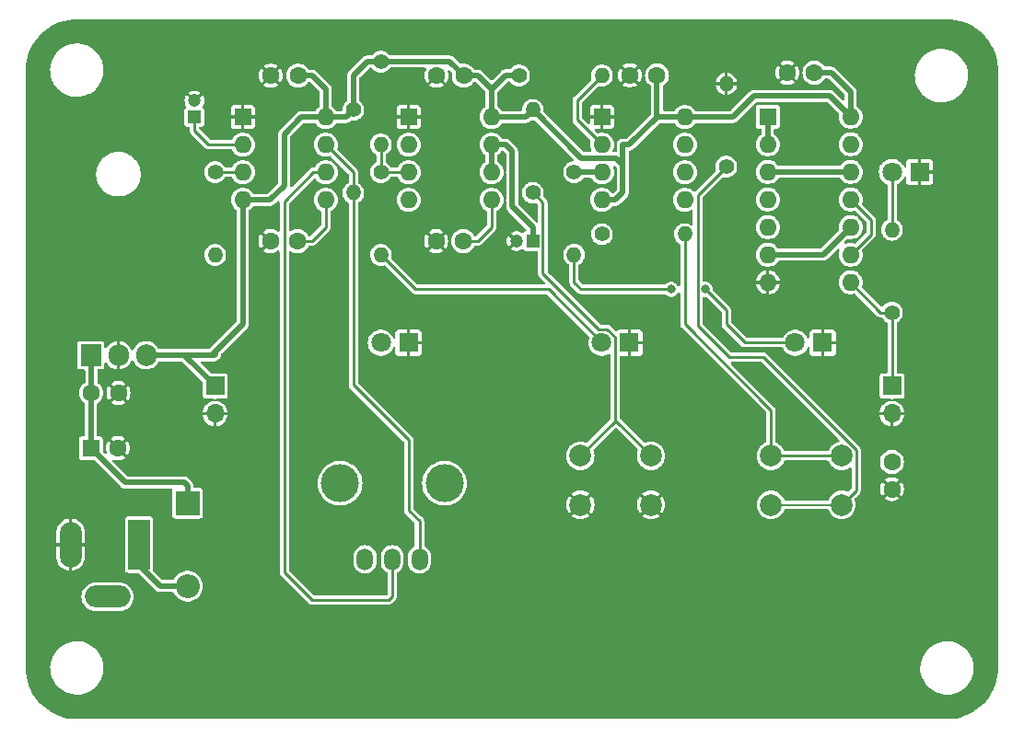
<source format=gtl>
%TF.GenerationSoftware,KiCad,Pcbnew,(6.99.0-1487-g4c225cff5b)*%
%TF.CreationDate,2022-03-28T23:32:56+02:00*%
%TF.ProjectId,clockmodule,636c6f63-6b6d-46f6-9475-6c652e6b6963,rev?*%
%TF.SameCoordinates,PX47868c0PY17d7840*%
%TF.FileFunction,Copper,L1,Top*%
%TF.FilePolarity,Positive*%
%FSLAX46Y46*%
G04 Gerber Fmt 4.6, Leading zero omitted, Abs format (unit mm)*
G04 Created by KiCad (PCBNEW (6.99.0-1487-g4c225cff5b)) date 2022-03-28 23:32:56*
%MOMM*%
%LPD*%
G01*
G04 APERTURE LIST*
%TA.AperFunction,ComponentPad*%
%ADD10C,1.400000*%
%TD*%
%TA.AperFunction,ComponentPad*%
%ADD11O,1.400000X1.400000*%
%TD*%
%TA.AperFunction,ComponentPad*%
%ADD12C,2.000000*%
%TD*%
%TA.AperFunction,ComponentPad*%
%ADD13R,1.905000X2.000000*%
%TD*%
%TA.AperFunction,ComponentPad*%
%ADD14O,1.905000X2.000000*%
%TD*%
%TA.AperFunction,ComponentPad*%
%ADD15R,1.200000X1.200000*%
%TD*%
%TA.AperFunction,ComponentPad*%
%ADD16C,1.200000*%
%TD*%
%TA.AperFunction,ComponentPad*%
%ADD17R,1.800000X1.800000*%
%TD*%
%TA.AperFunction,ComponentPad*%
%ADD18C,1.800000*%
%TD*%
%TA.AperFunction,ComponentPad*%
%ADD19C,1.600000*%
%TD*%
%TA.AperFunction,ComponentPad*%
%ADD20R,2.000000X4.600000*%
%TD*%
%TA.AperFunction,ComponentPad*%
%ADD21O,2.000000X4.200000*%
%TD*%
%TA.AperFunction,ComponentPad*%
%ADD22O,4.200000X2.000000*%
%TD*%
%TA.AperFunction,ComponentPad*%
%ADD23R,1.600000X1.600000*%
%TD*%
%TA.AperFunction,ComponentPad*%
%ADD24O,1.600000X1.600000*%
%TD*%
%TA.AperFunction,ComponentPad*%
%ADD25R,1.700000X1.700000*%
%TD*%
%TA.AperFunction,ComponentPad*%
%ADD26O,1.700000X1.700000*%
%TD*%
%TA.AperFunction,ComponentPad*%
%ADD27O,1.500000X2.000000*%
%TD*%
%TA.AperFunction,ComponentPad*%
%ADD28C,3.500000*%
%TD*%
%TA.AperFunction,ComponentPad*%
%ADD29R,2.200000X2.200000*%
%TD*%
%TA.AperFunction,ComponentPad*%
%ADD30O,2.200000X2.200000*%
%TD*%
%TA.AperFunction,ViaPad*%
%ADD31C,0.800000*%
%TD*%
%TA.AperFunction,Conductor*%
%ADD32C,0.250000*%
%TD*%
%TA.AperFunction,Conductor*%
%ADD33C,0.500000*%
%TD*%
%TA.AperFunction,Conductor*%
%ADD34C,0.200000*%
%TD*%
G04 APERTURE END LIST*
D10*
%TO.P,R9,1*%
%TO.N,/select_pulse*%
X50720000Y-14360000D03*
D11*
%TO.P,R9,2*%
%TO.N,Net-(D5-A)*%
X50719999Y-21979999D03*
%TD*%
D12*
%TO.P,SW2,1,1*%
%TO.N,Net-(U7-THR)*%
X75316000Y-44980000D03*
X68816000Y-44980000D03*
%TO.P,SW2,2,2*%
%TO.N,Net-(C8-Pad1)*%
X75316000Y-40480000D03*
X68816000Y-40480000D03*
%TD*%
D13*
%TO.P,U3,1,IN*%
%TO.N,Net-(D1-K)*%
X6279999Y-31219999D03*
D14*
%TO.P,U3,2,GND*%
%TO.N,GND*%
X8819999Y-31219999D03*
%TO.P,U3,3,OUT*%
%TO.N,+5V*%
X11359999Y-31219999D03*
%TD*%
D15*
%TO.P,C2,1*%
%TO.N,Net-(U1-THR)*%
X15804999Y-9289999D03*
D16*
%TO.P,C2,2*%
%TO.N,GND*%
X15805000Y-7790000D03*
%TD*%
D17*
%TO.P,D2,1,K*%
%TO.N,GND*%
X35489999Y-30069999D03*
D18*
%TO.P,D2,2,A*%
%TO.N,Net-(D2-A)*%
X32950000Y-30070000D03*
%TD*%
D19*
%TO.P,C10,1*%
%TO.N,Net-(U6-CV)*%
X40530000Y-20720000D03*
%TO.P,C10,2*%
%TO.N,GND*%
X38030000Y-20720000D03*
%TD*%
D10*
%TO.P,R10,1*%
%TO.N,/select_pulse*%
X53270000Y-20085000D03*
D11*
%TO.P,R10,2*%
%TO.N,Net-(C8-Pad1)*%
X60889999Y-20084999D03*
%TD*%
D20*
%TO.P,J3,1*%
%TO.N,VCC*%
X10724999Y-48644999D03*
D21*
%TO.P,J3,2*%
%TO.N,GND*%
X4424999Y-48644999D03*
D22*
%TO.P,J3,3*%
%TO.N,unconnected-(J3-Pad3)*%
X7824999Y-53444999D03*
%TD*%
D19*
%TO.P,C5,1*%
%TO.N,+5V*%
X25340000Y-5490000D03*
%TO.P,C5,2*%
%TO.N,GND*%
X22840000Y-5490000D03*
%TD*%
D10*
%TO.P,R6,1*%
%TO.N,/manual_out*%
X32950000Y-14370000D03*
D11*
%TO.P,R6,2*%
%TO.N,Net-(D4-A)*%
X32949999Y-21989999D03*
%TD*%
D23*
%TO.P,C3,1*%
%TO.N,Net-(D1-K)*%
X6279999Y-39769999D03*
D19*
%TO.P,C3,2*%
%TO.N,GND*%
X8780000Y-39770000D03*
%TD*%
D23*
%TO.P,U6,1,GND*%
%TO.N,GND*%
X35499999Y-9299999D03*
D24*
%TO.P,U6,2,TR*%
%TO.N,Net-(U6-TR)*%
X35499999Y-11839999D03*
%TO.P,U6,3,Q*%
%TO.N,/manual_out*%
X35499999Y-14379999D03*
%TO.P,U6,4,R*%
%TO.N,+5V*%
X35499999Y-16919999D03*
%TO.P,U6,5,CV*%
%TO.N,Net-(U6-CV)*%
X43119999Y-16919999D03*
%TO.P,U6,6,THR*%
%TO.N,Net-(U6-DIS)*%
X43119999Y-14379999D03*
%TO.P,U6,7,DIS*%
X43119999Y-11839999D03*
%TO.P,U6,8,VCC*%
%TO.N,+5V*%
X43119999Y-9299999D03*
%TD*%
D10*
%TO.P,R7,1*%
%TO.N,+5V*%
X45650000Y-5480000D03*
D11*
%TO.P,R7,2*%
%TO.N,Net-(U7-THR)*%
X53269999Y-5479999D03*
%TD*%
D19*
%TO.P,C8,1*%
%TO.N,Net-(C8-Pad1)*%
X79940000Y-41040000D03*
%TO.P,C8,2*%
%TO.N,GND*%
X79940000Y-43540000D03*
%TD*%
D10*
%TO.P,R2,1*%
%TO.N,/clock_out*%
X17710000Y-14370000D03*
D11*
%TO.P,R2,2*%
%TO.N,Net-(D2-A)*%
X17709999Y-21989999D03*
%TD*%
D10*
%TO.P,R4,1*%
%TO.N,/output*%
X79940000Y-27295000D03*
D11*
%TO.P,R4,2*%
%TO.N,Net-(D3-A)*%
X79939999Y-19674999D03*
%TD*%
D25*
%TO.P,J1,1,Pin_1*%
%TO.N,+5V*%
X17709999Y-34054999D03*
D26*
%TO.P,J1,2,Pin_2*%
%TO.N,GND*%
X17709999Y-36594999D03*
%TD*%
D19*
%TO.P,C9,1*%
%TO.N,+5V*%
X72808000Y-5226000D03*
%TO.P,C9,2*%
%TO.N,GND*%
X70308000Y-5226000D03*
%TD*%
D23*
%TO.P,U7,1,GND*%
%TO.N,GND*%
X53279999Y-9299999D03*
D24*
%TO.P,U7,2,TR*%
%TO.N,Net-(U7-THR)*%
X53279999Y-11839999D03*
%TO.P,U7,3,Q*%
%TO.N,/select_pulse*%
X53279999Y-14379999D03*
%TO.P,U7,4,R*%
%TO.N,+5V*%
X53279999Y-16919999D03*
%TO.P,U7,5,CV*%
%TO.N,unconnected-(U7-CV)*%
X60899999Y-16919999D03*
%TO.P,U7,6,THR*%
%TO.N,Net-(U7-THR)*%
X60899999Y-14379999D03*
%TO.P,U7,7,DIS*%
%TO.N,unconnected-(U7-DIS)*%
X60899999Y-11839999D03*
%TO.P,U7,8,VCC*%
%TO.N,+5V*%
X60899999Y-9299999D03*
%TD*%
D10*
%TO.P,R5,1*%
%TO.N,+5V*%
X32950000Y-4210000D03*
D11*
%TO.P,R5,2*%
%TO.N,/manual_out*%
X32949999Y-11829999D03*
%TD*%
D27*
%TO.P,RV1,3,3*%
%TO.N,Net-(U1-DIS)*%
X36499999Y-49999999D03*
%TO.P,RV1,2,2*%
%TO.N,Net-(U1-THR)*%
X33999999Y-49999999D03*
%TO.P,RV1,1,1*%
%TO.N,unconnected-(RV1-Pad1)*%
X31499999Y-49999999D03*
D28*
%TO.P,RV1,*%
%TO.N,*%
X38800000Y-43000000D03*
X29200000Y-43000000D03*
%TD*%
D17*
%TO.P,D5,1,K*%
%TO.N,GND*%
X73579999Y-30069999D03*
D18*
%TO.P,D5,2,A*%
%TO.N,Net-(D5-A)*%
X71040000Y-30070000D03*
%TD*%
D12*
%TO.P,SW1,1,1*%
%TO.N,Net-(U6-TR)*%
X51290000Y-40480000D03*
X57790000Y-40480000D03*
%TO.P,SW1,2,2*%
%TO.N,GND*%
X51290000Y-44980000D03*
X57790000Y-44980000D03*
%TD*%
D29*
%TO.P,D1,1,K*%
%TO.N,Net-(D1-K)*%
X15169999Y-44849999D03*
D30*
%TO.P,D1,2,A*%
%TO.N,VCC*%
X15169999Y-52469999D03*
%TD*%
D23*
%TO.P,U8,1*%
%TO.N,/select_pulse*%
X68519999Y-9284999D03*
D24*
%TO.P,U8,2*%
X68519999Y-11824999D03*
%TO.P,U8,3*%
%TO.N,Net-(U8-Pad12)*%
X68519999Y-14364999D03*
%TO.P,U8,4*%
%TO.N,/select_pulse*%
X68519999Y-16904999D03*
%TO.P,U8,5*%
%TO.N,/manual_out*%
X68519999Y-19444999D03*
%TO.P,U8,6*%
%TO.N,Net-(U8-Pad10)*%
X68519999Y-21984999D03*
%TO.P,U8,7,GND*%
%TO.N,GND*%
X68519999Y-24524999D03*
%TO.P,U8,8*%
%TO.N,/output*%
X76139999Y-24524999D03*
%TO.P,U8,9*%
%TO.N,Net-(U8-Pad11)*%
X76139999Y-21984999D03*
%TO.P,U8,10*%
%TO.N,Net-(U8-Pad10)*%
X76139999Y-19444999D03*
%TO.P,U8,11*%
%TO.N,Net-(U8-Pad11)*%
X76139999Y-16904999D03*
%TO.P,U8,12*%
%TO.N,Net-(U8-Pad12)*%
X76139999Y-14364999D03*
%TO.P,U8,13*%
%TO.N,/clock_out*%
X76139999Y-11824999D03*
%TO.P,U8,14,VCC*%
%TO.N,+5V*%
X76139999Y-9284999D03*
%TD*%
D19*
%TO.P,C1,1*%
%TO.N,GND*%
X22790000Y-20720000D03*
%TO.P,C1,2*%
%TO.N,Net-(U1-CV)*%
X25290000Y-20720000D03*
%TD*%
D25*
%TO.P,J2,1,Pin_1*%
%TO.N,/output*%
X79939999Y-34054999D03*
D26*
%TO.P,J2,2,Pin_2*%
%TO.N,GND*%
X79939999Y-36594999D03*
%TD*%
D19*
%TO.P,C7,1*%
%TO.N,+5V*%
X58340000Y-5470000D03*
%TO.P,C7,2*%
%TO.N,GND*%
X55840000Y-5470000D03*
%TD*%
D23*
%TO.P,U1,1,GND*%
%TO.N,GND*%
X20259999Y-9299999D03*
D24*
%TO.P,U1,2,TR*%
%TO.N,Net-(U1-THR)*%
X20259999Y-11839999D03*
%TO.P,U1,3,Q*%
%TO.N,/clock_out*%
X20259999Y-14379999D03*
%TO.P,U1,4,R*%
%TO.N,+5V*%
X20259999Y-16919999D03*
%TO.P,U1,5,CV*%
%TO.N,Net-(U1-CV)*%
X27879999Y-16919999D03*
%TO.P,U1,6,THR*%
%TO.N,Net-(U1-THR)*%
X27879999Y-14379999D03*
%TO.P,U1,7,DIS*%
%TO.N,Net-(U1-DIS)*%
X27879999Y-11839999D03*
%TO.P,U1,8,VCC*%
%TO.N,+5V*%
X27879999Y-9299999D03*
%TD*%
D19*
%TO.P,C4,1*%
%TO.N,GND*%
X8820000Y-34690000D03*
%TO.P,C4,2*%
%TO.N,Net-(D1-K)*%
X6320000Y-34690000D03*
%TD*%
D15*
%TO.P,C12,1*%
%TO.N,Net-(U6-DIS)*%
X46919999Y-20719999D03*
D16*
%TO.P,C12,2*%
%TO.N,GND*%
X45420000Y-20720000D03*
%TD*%
D10*
%TO.P,R3,1*%
%TO.N,Net-(U6-TR)*%
X46920000Y-16275000D03*
D11*
%TO.P,R3,2*%
%TO.N,+5V*%
X46919999Y-8654999D03*
%TD*%
D17*
%TO.P,D3,1,K*%
%TO.N,GND*%
X82479999Y-14369999D03*
D18*
%TO.P,D3,2,A*%
%TO.N,Net-(D3-A)*%
X79940000Y-14370000D03*
%TD*%
D10*
%TO.P,R1,1*%
%TO.N,+5V*%
X30410000Y-8655000D03*
D11*
%TO.P,R1,2*%
%TO.N,Net-(U1-DIS)*%
X30409999Y-16274999D03*
%TD*%
D10*
%TO.P,R8,1*%
%TO.N,Net-(U7-THR)*%
X64700000Y-13862000D03*
D11*
%TO.P,R8,2*%
%TO.N,GND*%
X64699999Y-6241999D03*
%TD*%
D19*
%TO.P,C6,1*%
%TO.N,+5V*%
X40570000Y-5490000D03*
%TO.P,C6,2*%
%TO.N,GND*%
X38070000Y-5490000D03*
%TD*%
D17*
%TO.P,D4,1,K*%
%TO.N,GND*%
X55799999Y-30069999D03*
D18*
%TO.P,D4,2,A*%
%TO.N,Net-(D4-A)*%
X53260000Y-30070000D03*
%TD*%
D31*
%TO.N,Net-(D5-A)*%
X62795000Y-25165000D03*
X59620000Y-25165000D03*
%TD*%
D32*
%TO.N,Net-(U1-CV)*%
X26600000Y-20720000D02*
X27880000Y-19440000D01*
X25290000Y-20720000D02*
X26600000Y-20720000D01*
X27880000Y-19440000D02*
X27880000Y-16920000D01*
%TO.N,Net-(U1-THR)*%
X24060000Y-17068630D02*
X24060000Y-51200000D01*
X34000000Y-50000000D02*
X34000000Y-53385000D01*
X34000000Y-53385000D02*
X33645000Y-53740000D01*
X15805000Y-10560000D02*
X17085000Y-11840000D01*
X26600000Y-53740000D02*
X33645000Y-53740000D01*
X24060000Y-51200000D02*
X26600000Y-53740000D01*
X15805000Y-9290000D02*
X15805000Y-10560000D01*
X26748630Y-14380000D02*
X24060000Y-17068630D01*
X27880000Y-14380000D02*
X26748630Y-14380000D01*
X17085000Y-11840000D02*
X20260000Y-11840000D01*
%TO.N,Net-(D4-A)*%
X36125000Y-25165000D02*
X48355000Y-25165000D01*
X32950000Y-21990000D02*
X36125000Y-25165000D01*
X48355000Y-25165000D02*
X53260000Y-30070000D01*
D33*
%TO.N,+5V*%
X53280000Y-16920000D02*
X54530000Y-16920000D01*
X74352000Y-5226000D02*
X76140000Y-7014000D01*
X58340000Y-9300000D02*
X58340000Y-5470000D01*
X11360000Y-31220000D02*
X14875000Y-31220000D01*
X41850000Y-5490000D02*
X43120000Y-6760000D01*
X17370000Y-31220000D02*
X17710000Y-30880000D01*
X67240000Y-7385000D02*
X74240000Y-7385000D01*
X55185000Y-13725000D02*
X55185000Y-11840000D01*
X20260000Y-28330000D02*
X20260000Y-16920000D01*
X55185000Y-11840000D02*
X55800000Y-11840000D01*
X11360000Y-31220000D02*
X17624000Y-31220000D01*
X30410000Y-8655000D02*
X30410000Y-5480000D01*
X51365000Y-13100000D02*
X54560000Y-13100000D01*
X29765000Y-9300000D02*
X30410000Y-8655000D01*
X20260000Y-28330000D02*
X17710000Y-30880000D01*
X43120000Y-9300000D02*
X46275000Y-9300000D01*
X24060000Y-10877500D02*
X25637500Y-9300000D01*
X43120000Y-6760000D02*
X43120000Y-9300000D01*
X54530000Y-16920000D02*
X55185000Y-16265000D01*
X58340000Y-9300000D02*
X60900000Y-9300000D01*
X31680000Y-4210000D02*
X32950000Y-4210000D01*
X74240000Y-7385000D02*
X76140000Y-9285000D01*
X44400000Y-5480000D02*
X43120000Y-6760000D01*
X24060000Y-15640000D02*
X24060000Y-10877500D01*
X46920000Y-8655000D02*
X51365000Y-13100000D01*
X45650000Y-5480000D02*
X44400000Y-5480000D01*
X39290000Y-4210000D02*
X40570000Y-5490000D01*
X60900000Y-9300000D02*
X62805000Y-9300000D01*
X46275000Y-9300000D02*
X46920000Y-8655000D01*
X55185000Y-16265000D02*
X55185000Y-13725000D01*
X25637500Y-9300000D02*
X27880000Y-9300000D01*
X27880000Y-9300000D02*
X29765000Y-9300000D01*
X32950000Y-4210000D02*
X39290000Y-4210000D01*
X20260000Y-16920000D02*
X22780000Y-16920000D01*
X54560000Y-13100000D02*
X55185000Y-13725000D01*
X40570000Y-5490000D02*
X41850000Y-5490000D01*
X17624000Y-31220000D02*
X17710000Y-31134000D01*
X30410000Y-5480000D02*
X31680000Y-4210000D01*
X22780000Y-16920000D02*
X24060000Y-15640000D01*
X72808000Y-5226000D02*
X74352000Y-5226000D01*
X26610000Y-5490000D02*
X27880000Y-6760000D01*
X25340000Y-5490000D02*
X26610000Y-5490000D01*
X62805000Y-9300000D02*
X65325000Y-9300000D01*
X14875000Y-31220000D02*
X17710000Y-34055000D01*
X55800000Y-11840000D02*
X58350000Y-9290000D01*
X27880000Y-6760000D02*
X27880000Y-9300000D01*
X65325000Y-9300000D02*
X67240000Y-7385000D01*
X17710000Y-30880000D02*
X17710000Y-31134000D01*
X76140000Y-7014000D02*
X76140000Y-9285000D01*
D32*
%TO.N,/clock_out*%
X17710000Y-14370000D02*
X20250000Y-14370000D01*
X20250000Y-14370000D02*
X20260000Y-14380000D01*
%TO.N,/manual_out*%
X32950000Y-11830000D02*
X32950000Y-14370000D01*
X32960000Y-14380000D02*
X32950000Y-14370000D01*
X35500000Y-14380000D02*
X32960000Y-14380000D01*
D33*
%TO.N,/select_pulse*%
X53260000Y-14360000D02*
X53280000Y-14380000D01*
X50720000Y-14360000D02*
X53260000Y-14360000D01*
X68520000Y-9285000D02*
X68520000Y-11825000D01*
D32*
%TO.N,/output*%
X79940000Y-27295000D02*
X79940000Y-34055000D01*
X76140000Y-24525000D02*
X78910000Y-27295000D01*
X78910000Y-27295000D02*
X79940000Y-27295000D01*
D33*
%TO.N,VCC*%
X10725000Y-48645000D02*
X10725000Y-50565000D01*
X12630000Y-52470000D02*
X15170000Y-52470000D01*
X10725000Y-50565000D02*
X12630000Y-52470000D01*
D32*
%TO.N,Net-(U1-DIS)*%
X36500000Y-46500000D02*
X36500000Y-50000000D01*
X35500000Y-39000000D02*
X35500000Y-45500000D01*
X30410000Y-16275000D02*
X30410000Y-33910000D01*
X30410000Y-14370000D02*
X30410000Y-16275000D01*
X35500000Y-45500000D02*
X36500000Y-46500000D01*
X30410000Y-33910000D02*
X35500000Y-39000000D01*
X27880000Y-11840000D02*
X30410000Y-14370000D01*
%TO.N,Net-(C8-Pad1)*%
X60890000Y-28340000D02*
X60890000Y-20085000D01*
X60890000Y-28340000D02*
X68816000Y-36266000D01*
X68816000Y-40480000D02*
X75316000Y-40480000D01*
X68816000Y-36266000D02*
X68816000Y-40480000D01*
D33*
%TO.N,Net-(D1-K)*%
X9455000Y-42945000D02*
X6280000Y-39770000D01*
X14865000Y-42945000D02*
X9455000Y-42945000D01*
X15170000Y-43250000D02*
X14865000Y-42945000D01*
X6320000Y-34690000D02*
X6320000Y-31260000D01*
X6320000Y-31260000D02*
X6280000Y-31220000D01*
X6280000Y-39770000D02*
X6280000Y-34730000D01*
X15170000Y-44850000D02*
X15170000Y-43250000D01*
D32*
%TO.N,Net-(U6-CV)*%
X43120000Y-19440000D02*
X43120000Y-16920000D01*
X41840000Y-20720000D02*
X43120000Y-19440000D01*
X40530000Y-20720000D02*
X41840000Y-20720000D01*
D33*
%TO.N,Net-(U6-DIS)*%
X44390000Y-11840000D02*
X45015000Y-12465000D01*
X43120000Y-14380000D02*
X43120000Y-11840000D01*
X45015000Y-12465000D02*
X45015000Y-17545000D01*
X45015000Y-17545000D02*
X46920000Y-19450000D01*
X46920000Y-19450000D02*
X46920000Y-20720000D01*
X43120000Y-11840000D02*
X44390000Y-11840000D01*
D32*
%TO.N,Net-(U6-TR)*%
X54484511Y-37285489D02*
X54595489Y-37285489D01*
X47844511Y-23727005D02*
X48587027Y-24469520D01*
X54595489Y-37285489D02*
X57790000Y-40480000D01*
X52962996Y-28845489D02*
X53767210Y-28845489D01*
X47844511Y-17199511D02*
X47844511Y-23727005D01*
X53767210Y-28845489D02*
X54484511Y-29562790D01*
X48587027Y-24469520D02*
X52962996Y-28845489D01*
X54484511Y-37285489D02*
X51290000Y-40480000D01*
X54484511Y-29562790D02*
X54484511Y-37285489D01*
X46920000Y-16275000D02*
X47844511Y-17199511D01*
%TO.N,Net-(D5-A)*%
X64700000Y-28340000D02*
X66430000Y-30070000D01*
X58985000Y-25165000D02*
X59620000Y-25165000D01*
X66430000Y-30070000D02*
X71040000Y-30070000D01*
X50720000Y-21980000D02*
X50720000Y-24520000D01*
X62795000Y-25165000D02*
X64700000Y-27070000D01*
X51365000Y-25165000D02*
X58985000Y-25165000D01*
X50720000Y-24520000D02*
X51365000Y-25165000D01*
X64700000Y-27070000D02*
X64700000Y-28340000D01*
D33*
%TO.N,Net-(U8-Pad12)*%
X68520000Y-14365000D02*
X76140000Y-14365000D01*
%TO.N,Net-(U8-Pad10)*%
X68520000Y-21985000D02*
X73600000Y-21985000D01*
X73600000Y-21985000D02*
X76140000Y-19445000D01*
D32*
%TO.N,Net-(U8-Pad11)*%
X78035000Y-20090000D02*
X76140000Y-21985000D01*
X76140000Y-16905000D02*
X78035000Y-18800000D01*
X78035000Y-18800000D02*
X78035000Y-20090000D01*
%TO.N,Net-(D3-A)*%
X79940000Y-14370000D02*
X79940000Y-19675000D01*
%TO.N,Net-(U7-THR)*%
X62070489Y-28504489D02*
X64954000Y-31388000D01*
X62070489Y-16491511D02*
X62070489Y-28504489D01*
X50984000Y-9544000D02*
X53280000Y-11840000D01*
X53270000Y-5480000D02*
X50984000Y-7766000D01*
X50984000Y-7766000D02*
X50984000Y-9544000D01*
X76640511Y-43655489D02*
X75316000Y-44980000D01*
X64700000Y-13862000D02*
X62070489Y-16491511D01*
D34*
X68816000Y-44980000D02*
X75316000Y-44980000D01*
D32*
X68097143Y-31388000D02*
X76640511Y-39931368D01*
X64954000Y-31388000D02*
X68097143Y-31388000D01*
X76640511Y-39931368D02*
X76640511Y-43655489D01*
%TD*%
%TA.AperFunction,Conductor*%
%TO.N,GND*%
G36*
X85002703Y-300618D02*
G01*
X85404182Y-318147D01*
X85414959Y-319090D01*
X85810693Y-371189D01*
X85821332Y-373065D01*
X86211050Y-459464D01*
X86221478Y-462258D01*
X86602169Y-582290D01*
X86612315Y-585983D01*
X86981103Y-738739D01*
X86990894Y-743305D01*
X87344954Y-927617D01*
X87354300Y-933012D01*
X87690971Y-1147496D01*
X87699800Y-1153677D01*
X88016497Y-1396687D01*
X88024774Y-1403634D01*
X88319068Y-1673305D01*
X88326695Y-1680932D01*
X88543350Y-1917369D01*
X88596366Y-1975226D01*
X88603313Y-1983503D01*
X88846323Y-2300200D01*
X88852504Y-2309029D01*
X89066988Y-2645700D01*
X89072383Y-2655046D01*
X89256692Y-3009100D01*
X89261261Y-3018897D01*
X89409989Y-3377957D01*
X89414014Y-3387675D01*
X89417710Y-3397831D01*
X89536489Y-3774548D01*
X89537739Y-3778512D01*
X89540536Y-3788950D01*
X89624023Y-4165531D01*
X89626934Y-4178661D01*
X89628811Y-4189307D01*
X89666759Y-4477555D01*
X89680910Y-4585042D01*
X89681853Y-4595818D01*
X89687762Y-4731164D01*
X89696814Y-4938469D01*
X89699382Y-4997297D01*
X89699500Y-5002706D01*
X89699500Y-59946840D01*
X89698971Y-59958280D01*
X89698743Y-59960744D01*
X89695599Y-59971793D01*
X89698309Y-60001038D01*
X89698720Y-60017875D01*
X89689034Y-60239717D01*
X89681853Y-60404182D01*
X89680910Y-60414958D01*
X89644069Y-60694798D01*
X89628812Y-60810685D01*
X89626935Y-60821332D01*
X89558030Y-61132145D01*
X89540539Y-61211040D01*
X89537742Y-61221478D01*
X89439220Y-61533951D01*
X89417714Y-61602159D01*
X89414017Y-61612315D01*
X89261264Y-61981096D01*
X89256695Y-61990894D01*
X89072383Y-62344954D01*
X89066988Y-62354300D01*
X88852504Y-62690971D01*
X88846323Y-62699800D01*
X88603313Y-63016497D01*
X88596366Y-63024774D01*
X88326695Y-63319068D01*
X88319068Y-63326695D01*
X88207817Y-63428638D01*
X88024774Y-63596366D01*
X88016497Y-63603313D01*
X87699800Y-63846323D01*
X87690971Y-63852504D01*
X87354300Y-64066988D01*
X87344954Y-64072383D01*
X86990894Y-64256695D01*
X86981103Y-64261261D01*
X86612315Y-64414017D01*
X86602169Y-64417710D01*
X86221478Y-64537742D01*
X86211050Y-64540536D01*
X85821332Y-64626935D01*
X85810693Y-64628811D01*
X85441786Y-64677378D01*
X85414958Y-64680910D01*
X85404182Y-64681853D01*
X85002703Y-64699382D01*
X84997294Y-64699500D01*
X5002706Y-64699500D01*
X4997297Y-64699382D01*
X4595818Y-64681853D01*
X4585042Y-64680910D01*
X4558214Y-64677378D01*
X4189307Y-64628811D01*
X4178668Y-64626935D01*
X3788950Y-64540536D01*
X3778522Y-64537742D01*
X3397831Y-64417710D01*
X3387685Y-64414017D01*
X3018897Y-64261261D01*
X3009106Y-64256695D01*
X2655046Y-64072383D01*
X2645700Y-64066988D01*
X2309029Y-63852504D01*
X2300200Y-63846323D01*
X1983503Y-63603313D01*
X1975226Y-63596366D01*
X1792183Y-63428638D01*
X1680932Y-63326695D01*
X1673305Y-63319068D01*
X1403634Y-63024774D01*
X1396687Y-63016497D01*
X1153677Y-62699800D01*
X1147496Y-62690971D01*
X933012Y-62354300D01*
X927617Y-62344954D01*
X743305Y-61990894D01*
X738736Y-61981096D01*
X585983Y-61612315D01*
X582286Y-61602159D01*
X560781Y-61533951D01*
X462258Y-61221478D01*
X459461Y-61211040D01*
X441971Y-61132145D01*
X373065Y-60821332D01*
X371188Y-60810685D01*
X355932Y-60694798D01*
X319090Y-60414958D01*
X318147Y-60404182D01*
X304109Y-60082658D01*
X302276Y-60040672D01*
X302409Y-60035208D01*
X304401Y-60028207D01*
X301029Y-59991817D01*
X300500Y-59980376D01*
X300500Y-59921296D01*
X2545717Y-59921296D01*
X2545844Y-59925262D01*
X2545844Y-59925268D01*
X2550891Y-60082658D01*
X2555802Y-60235789D01*
X2606021Y-60546410D01*
X2607154Y-60550227D01*
X2687619Y-60821339D01*
X2695549Y-60848059D01*
X2822916Y-61135784D01*
X2986030Y-61404858D01*
X2988511Y-61407969D01*
X3179734Y-61647756D01*
X3179739Y-61647762D01*
X3182214Y-61650865D01*
X3408246Y-61869765D01*
X3660415Y-62057963D01*
X3934579Y-62212370D01*
X4086159Y-62273738D01*
X4222552Y-62328957D01*
X4222556Y-62328958D01*
X4226238Y-62330449D01*
X4530601Y-62410263D01*
X4842673Y-62450500D01*
X5078580Y-62450500D01*
X5080553Y-62450373D01*
X5080563Y-62450373D01*
X5219536Y-62441450D01*
X5314008Y-62435385D01*
X5622860Y-62375236D01*
X5759249Y-62329952D01*
X5917712Y-62277339D01*
X5917716Y-62277337D01*
X5921485Y-62276086D01*
X5925059Y-62274365D01*
X5925066Y-62274362D01*
X6068258Y-62205404D01*
X6204979Y-62139562D01*
X6468687Y-61967907D01*
X6708280Y-61763939D01*
X6919822Y-61531007D01*
X7099842Y-61272936D01*
X7245381Y-60993964D01*
X7354052Y-60698670D01*
X7387933Y-60550227D01*
X7423183Y-60395788D01*
X7423184Y-60395784D01*
X7424069Y-60391905D01*
X7439129Y-60235789D01*
X7453902Y-60082658D01*
X7453902Y-60082651D01*
X7454283Y-60078704D01*
X7453104Y-60041918D01*
X7449236Y-59921296D01*
X82545717Y-59921296D01*
X82545844Y-59925262D01*
X82545844Y-59925268D01*
X82550891Y-60082658D01*
X82555802Y-60235789D01*
X82606021Y-60546410D01*
X82607154Y-60550227D01*
X82687619Y-60821339D01*
X82695549Y-60848059D01*
X82822916Y-61135784D01*
X82986030Y-61404858D01*
X82988511Y-61407969D01*
X83179734Y-61647756D01*
X83179739Y-61647762D01*
X83182214Y-61650865D01*
X83408246Y-61869765D01*
X83660415Y-62057963D01*
X83934579Y-62212370D01*
X84086159Y-62273738D01*
X84222552Y-62328957D01*
X84222556Y-62328958D01*
X84226238Y-62330449D01*
X84530601Y-62410263D01*
X84842673Y-62450500D01*
X85078580Y-62450500D01*
X85080553Y-62450373D01*
X85080563Y-62450373D01*
X85219536Y-62441450D01*
X85314008Y-62435385D01*
X85622860Y-62375236D01*
X85759249Y-62329952D01*
X85917712Y-62277339D01*
X85917716Y-62277337D01*
X85921485Y-62276086D01*
X85925059Y-62274365D01*
X85925066Y-62274362D01*
X86068258Y-62205404D01*
X86204979Y-62139562D01*
X86468687Y-61967907D01*
X86708280Y-61763939D01*
X86919822Y-61531007D01*
X87099842Y-61272936D01*
X87245381Y-60993964D01*
X87354052Y-60698670D01*
X87387933Y-60550227D01*
X87423183Y-60395788D01*
X87423184Y-60395784D01*
X87424069Y-60391905D01*
X87439129Y-60235789D01*
X87453902Y-60082658D01*
X87453902Y-60082651D01*
X87454283Y-60078704D01*
X87453104Y-60041918D01*
X87444326Y-59768194D01*
X87444326Y-59768190D01*
X87444198Y-59764211D01*
X87393979Y-59453590D01*
X87348789Y-59301330D01*
X87305581Y-59155747D01*
X87305579Y-59155741D01*
X87304451Y-59151941D01*
X87177084Y-58864216D01*
X87013970Y-58595142D01*
X86911022Y-58466049D01*
X86820266Y-58352244D01*
X86820261Y-58352238D01*
X86817786Y-58349135D01*
X86591754Y-58130235D01*
X86339585Y-57942037D01*
X86065421Y-57787630D01*
X85904945Y-57722661D01*
X85777448Y-57671043D01*
X85777444Y-57671042D01*
X85773762Y-57669551D01*
X85469399Y-57589737D01*
X85157327Y-57549500D01*
X84921420Y-57549500D01*
X84919447Y-57549627D01*
X84919437Y-57549627D01*
X84780464Y-57558550D01*
X84685992Y-57564615D01*
X84377140Y-57624764D01*
X84373364Y-57626018D01*
X84373363Y-57626018D01*
X84082288Y-57722661D01*
X84082284Y-57722663D01*
X84078515Y-57723914D01*
X84074941Y-57725635D01*
X84074934Y-57725638D01*
X83949310Y-57786136D01*
X83795021Y-57860438D01*
X83531313Y-58032093D01*
X83291720Y-58236061D01*
X83080178Y-58468993D01*
X82900158Y-58727064D01*
X82754619Y-59006036D01*
X82645948Y-59301330D01*
X82645065Y-59305198D01*
X82645064Y-59305202D01*
X82611196Y-59453590D01*
X82575931Y-59608095D01*
X82575549Y-59612059D01*
X82560487Y-59768194D01*
X82545717Y-59921296D01*
X7449236Y-59921296D01*
X7444326Y-59768194D01*
X7444326Y-59768190D01*
X7444198Y-59764211D01*
X7393979Y-59453590D01*
X7348789Y-59301330D01*
X7305581Y-59155747D01*
X7305579Y-59155741D01*
X7304451Y-59151941D01*
X7177084Y-58864216D01*
X7013970Y-58595142D01*
X6911022Y-58466049D01*
X6820266Y-58352244D01*
X6820261Y-58352238D01*
X6817786Y-58349135D01*
X6591754Y-58130235D01*
X6339585Y-57942037D01*
X6065421Y-57787630D01*
X5904945Y-57722661D01*
X5777448Y-57671043D01*
X5777444Y-57671042D01*
X5773762Y-57669551D01*
X5469399Y-57589737D01*
X5157327Y-57549500D01*
X4921420Y-57549500D01*
X4919447Y-57549627D01*
X4919437Y-57549627D01*
X4780464Y-57558550D01*
X4685992Y-57564615D01*
X4377140Y-57624764D01*
X4373364Y-57626018D01*
X4373363Y-57626018D01*
X4082288Y-57722661D01*
X4082284Y-57722663D01*
X4078515Y-57723914D01*
X4074941Y-57725635D01*
X4074934Y-57725638D01*
X3949310Y-57786136D01*
X3795021Y-57860438D01*
X3531313Y-58032093D01*
X3291720Y-58236061D01*
X3080178Y-58468993D01*
X2900158Y-58727064D01*
X2754619Y-59006036D01*
X2645948Y-59301330D01*
X2645065Y-59305198D01*
X2645064Y-59305202D01*
X2611196Y-59453590D01*
X2575931Y-59608095D01*
X2575549Y-59612059D01*
X2560487Y-59768194D01*
X2545717Y-59921296D01*
X300500Y-59921296D01*
X300500Y-53445000D01*
X5419532Y-53445000D01*
X5420004Y-53450395D01*
X5437372Y-53648910D01*
X5439365Y-53671692D01*
X5498261Y-53891496D01*
X5500548Y-53896400D01*
X5500550Y-53896406D01*
X5584652Y-54076761D01*
X5594432Y-54097734D01*
X5597539Y-54102171D01*
X5597540Y-54102173D01*
X5721847Y-54279704D01*
X5721851Y-54279708D01*
X5724953Y-54284139D01*
X5885861Y-54445047D01*
X5890292Y-54448149D01*
X5890296Y-54448153D01*
X6067827Y-54572460D01*
X6072266Y-54575568D01*
X6077177Y-54577858D01*
X6273594Y-54669450D01*
X6273600Y-54669452D01*
X6278504Y-54671739D01*
X6498308Y-54730635D01*
X6503693Y-54731106D01*
X6503698Y-54731107D01*
X6665515Y-54745264D01*
X6665522Y-54745264D01*
X6668216Y-54745500D01*
X8981784Y-54745500D01*
X8984478Y-54745264D01*
X8984485Y-54745264D01*
X9146302Y-54731107D01*
X9146307Y-54731106D01*
X9151692Y-54730635D01*
X9371496Y-54671739D01*
X9376400Y-54669452D01*
X9376406Y-54669450D01*
X9572823Y-54577858D01*
X9577734Y-54575568D01*
X9582173Y-54572460D01*
X9759704Y-54448153D01*
X9759708Y-54448149D01*
X9764139Y-54445047D01*
X9925047Y-54284139D01*
X9928149Y-54279708D01*
X9928153Y-54279704D01*
X10052460Y-54102173D01*
X10052461Y-54102171D01*
X10055568Y-54097734D01*
X10065348Y-54076761D01*
X10149450Y-53896406D01*
X10149452Y-53896400D01*
X10151739Y-53891496D01*
X10210635Y-53671692D01*
X10212629Y-53648910D01*
X10229996Y-53450395D01*
X10230468Y-53445000D01*
X10229996Y-53439605D01*
X10211107Y-53223698D01*
X10211106Y-53223693D01*
X10210635Y-53218308D01*
X10208075Y-53208752D01*
X10157020Y-53018212D01*
X10151739Y-52998504D01*
X10149452Y-52993600D01*
X10149450Y-52993594D01*
X10057858Y-52797177D01*
X10055568Y-52792266D01*
X9988293Y-52696186D01*
X9928153Y-52610296D01*
X9928149Y-52610292D01*
X9925047Y-52605861D01*
X9764139Y-52444953D01*
X9759708Y-52441851D01*
X9759704Y-52441847D01*
X9582173Y-52317540D01*
X9582171Y-52317539D01*
X9577734Y-52314432D01*
X9556761Y-52304652D01*
X9376406Y-52220550D01*
X9376400Y-52220548D01*
X9371496Y-52218261D01*
X9151692Y-52159365D01*
X9146307Y-52158894D01*
X9146302Y-52158893D01*
X8984485Y-52144736D01*
X8984478Y-52144736D01*
X8981784Y-52144500D01*
X6668216Y-52144500D01*
X6665522Y-52144736D01*
X6665515Y-52144736D01*
X6503698Y-52158893D01*
X6503693Y-52158894D01*
X6498308Y-52159365D01*
X6278504Y-52218261D01*
X6273600Y-52220548D01*
X6273594Y-52220550D01*
X6093239Y-52304652D01*
X6072266Y-52314432D01*
X6067829Y-52317539D01*
X6067827Y-52317540D01*
X5890296Y-52441847D01*
X5890292Y-52441851D01*
X5885861Y-52444953D01*
X5724953Y-52605861D01*
X5721851Y-52610292D01*
X5721847Y-52610296D01*
X5661707Y-52696186D01*
X5594432Y-52792266D01*
X5592142Y-52797177D01*
X5500550Y-52993594D01*
X5500548Y-52993600D01*
X5498261Y-52998504D01*
X5492980Y-53018212D01*
X5441926Y-53208752D01*
X5439365Y-53218308D01*
X5438894Y-53223693D01*
X5438893Y-53223698D01*
X5420004Y-53439605D01*
X5419532Y-53445000D01*
X300500Y-53445000D01*
X300500Y-49799054D01*
X3125000Y-49799054D01*
X3125236Y-49804464D01*
X3139387Y-49966206D01*
X3141261Y-49976837D01*
X3197332Y-50186098D01*
X3201021Y-50196231D01*
X3292580Y-50392580D01*
X3297968Y-50401913D01*
X3422233Y-50579381D01*
X3429169Y-50587647D01*
X3582353Y-50740831D01*
X3590619Y-50747767D01*
X3768087Y-50872032D01*
X3777420Y-50877420D01*
X3973769Y-50968979D01*
X3983902Y-50972668D01*
X4193163Y-51028739D01*
X4203794Y-51030613D01*
X4257239Y-51035289D01*
X4271951Y-51032332D01*
X4275000Y-51020769D01*
X4275000Y-51019013D01*
X4575000Y-51019013D01*
X4579228Y-51033412D01*
X4591012Y-51035442D01*
X4646206Y-51030613D01*
X4656837Y-51028739D01*
X4866098Y-50972668D01*
X4876231Y-50968979D01*
X5072580Y-50877420D01*
X5081913Y-50872032D01*
X5259381Y-50747767D01*
X5267647Y-50740831D01*
X5420831Y-50587647D01*
X5427767Y-50579381D01*
X5552032Y-50401913D01*
X5557420Y-50392580D01*
X5648979Y-50196231D01*
X5652668Y-50186098D01*
X5708739Y-49976837D01*
X5710613Y-49966206D01*
X5724764Y-49804464D01*
X5725000Y-49799054D01*
X5725000Y-48812830D01*
X5720596Y-48797831D01*
X5719226Y-48796644D01*
X5711668Y-48795000D01*
X4592830Y-48795000D01*
X4577831Y-48799404D01*
X4576644Y-48800774D01*
X4575000Y-48808332D01*
X4575000Y-51019013D01*
X4275000Y-51019013D01*
X4275000Y-48812830D01*
X4270596Y-48797831D01*
X4269226Y-48796644D01*
X4261668Y-48795000D01*
X3142830Y-48795000D01*
X3127831Y-48799404D01*
X3126644Y-48800774D01*
X3125000Y-48808332D01*
X3125000Y-49799054D01*
X300500Y-49799054D01*
X300500Y-48477170D01*
X3125000Y-48477170D01*
X3129404Y-48492169D01*
X3130774Y-48493356D01*
X3138332Y-48495000D01*
X4257170Y-48495000D01*
X4272169Y-48490596D01*
X4273356Y-48489226D01*
X4275000Y-48481668D01*
X4275000Y-48477170D01*
X4575000Y-48477170D01*
X4579404Y-48492169D01*
X4580774Y-48493356D01*
X4588332Y-48495000D01*
X5707170Y-48495000D01*
X5722169Y-48490596D01*
X5723356Y-48489226D01*
X5725000Y-48481668D01*
X5725000Y-47490946D01*
X5724764Y-47485536D01*
X5710613Y-47323794D01*
X5708739Y-47313163D01*
X5652668Y-47103902D01*
X5648979Y-47093769D01*
X5557420Y-46897420D01*
X5552032Y-46888087D01*
X5427767Y-46710619D01*
X5420831Y-46702353D01*
X5267647Y-46549169D01*
X5259381Y-46542233D01*
X5081913Y-46417968D01*
X5072580Y-46412580D01*
X4876231Y-46321021D01*
X4866098Y-46317332D01*
X4801918Y-46300135D01*
X9424500Y-46300135D01*
X9424501Y-50989864D01*
X9427415Y-51014991D01*
X9472794Y-51117765D01*
X9552235Y-51197206D01*
X9655009Y-51242585D01*
X9664273Y-51243660D01*
X9664274Y-51243660D01*
X9669792Y-51244300D01*
X9680135Y-51245500D01*
X10575613Y-51245500D01*
X10642652Y-51265185D01*
X10663294Y-51281819D01*
X12232593Y-52851118D01*
X12235535Y-52854162D01*
X12279320Y-52901044D01*
X12286569Y-52905452D01*
X12314419Y-52922388D01*
X12324914Y-52929531D01*
X12357658Y-52954361D01*
X12365548Y-52957472D01*
X12365551Y-52957474D01*
X12374347Y-52960942D01*
X12393290Y-52970350D01*
X12408618Y-52979672D01*
X12416782Y-52981960D01*
X12416788Y-52981962D01*
X12448184Y-52990759D01*
X12460216Y-52994805D01*
X12482868Y-53003737D01*
X12498436Y-53009876D01*
X12506867Y-53010743D01*
X12506868Y-53010743D01*
X12516284Y-53011711D01*
X12537054Y-53015659D01*
X12546165Y-53018212D01*
X12546173Y-53018213D01*
X12554335Y-53020500D01*
X12595418Y-53020500D01*
X12608098Y-53021150D01*
X12648972Y-53025352D01*
X12657329Y-53023911D01*
X12657333Y-53023911D01*
X12666656Y-53022303D01*
X12687725Y-53020500D01*
X13801150Y-53020500D01*
X13868189Y-53040185D01*
X13914706Y-53094690D01*
X13934076Y-53138849D01*
X14061021Y-53333153D01*
X14064491Y-53336922D01*
X14214742Y-53500140D01*
X14214747Y-53500144D01*
X14218216Y-53503913D01*
X14326866Y-53588478D01*
X14379606Y-53629527D01*
X14401374Y-53646470D01*
X14405879Y-53648908D01*
X14405882Y-53648910D01*
X14438020Y-53666302D01*
X14605497Y-53756936D01*
X14825019Y-53832298D01*
X15053951Y-53870500D01*
X15286049Y-53870500D01*
X15514981Y-53832298D01*
X15734503Y-53756936D01*
X15901980Y-53666302D01*
X15934118Y-53648910D01*
X15934121Y-53648908D01*
X15938626Y-53646470D01*
X15960395Y-53629527D01*
X16013134Y-53588478D01*
X16121784Y-53503913D01*
X16125253Y-53500144D01*
X16125258Y-53500140D01*
X16275509Y-53336922D01*
X16278979Y-53333153D01*
X16405924Y-53138849D01*
X16479835Y-52970350D01*
X16497097Y-52930997D01*
X16497098Y-52930994D01*
X16499157Y-52926300D01*
X16504437Y-52905452D01*
X16554874Y-52706280D01*
X16556134Y-52701305D01*
X16575300Y-52470000D01*
X16556134Y-52238695D01*
X16499157Y-52013700D01*
X16405924Y-51801151D01*
X16278979Y-51606847D01*
X16221532Y-51544442D01*
X16125258Y-51439860D01*
X16125253Y-51439856D01*
X16121784Y-51436087D01*
X15938626Y-51293530D01*
X15934121Y-51291092D01*
X15934118Y-51291090D01*
X15815691Y-51227001D01*
X15734503Y-51183064D01*
X15514981Y-51107702D01*
X15286049Y-51069500D01*
X15053951Y-51069500D01*
X14825019Y-51107702D01*
X14605497Y-51183064D01*
X14524309Y-51227001D01*
X14405882Y-51291090D01*
X14405879Y-51291092D01*
X14401374Y-51293530D01*
X14218216Y-51436087D01*
X14214747Y-51439856D01*
X14214742Y-51439860D01*
X14118468Y-51544442D01*
X14061021Y-51606847D01*
X13934076Y-51801151D01*
X13932017Y-51805846D01*
X13914706Y-51845310D01*
X13869750Y-51898796D01*
X13801150Y-51919500D01*
X12909387Y-51919500D01*
X12842348Y-51899815D01*
X12821706Y-51883181D01*
X12057524Y-51118999D01*
X12024039Y-51057676D01*
X12025127Y-51015286D01*
X12022585Y-51014991D01*
X12023660Y-51005723D01*
X12025500Y-50989865D01*
X12025499Y-46300136D01*
X12022585Y-46275009D01*
X11977206Y-46172235D01*
X11897765Y-46092794D01*
X11794991Y-46047415D01*
X11785727Y-46046340D01*
X11785726Y-46046340D01*
X11780208Y-46045700D01*
X11769865Y-46044500D01*
X10725439Y-46044500D01*
X9680136Y-46044501D01*
X9668292Y-46045875D01*
X9664277Y-46046340D01*
X9664276Y-46046340D01*
X9655009Y-46047415D01*
X9552235Y-46092794D01*
X9472794Y-46172235D01*
X9427415Y-46275009D01*
X9426340Y-46284273D01*
X9426340Y-46284274D01*
X9426270Y-46284881D01*
X9424500Y-46300135D01*
X4801918Y-46300135D01*
X4656837Y-46261261D01*
X4646206Y-46259387D01*
X4592761Y-46254711D01*
X4578049Y-46257668D01*
X4575000Y-46269231D01*
X4575000Y-48477170D01*
X4275000Y-48477170D01*
X4275000Y-46270987D01*
X4270772Y-46256588D01*
X4258988Y-46254558D01*
X4203794Y-46259387D01*
X4193163Y-46261261D01*
X3983902Y-46317332D01*
X3973769Y-46321021D01*
X3777420Y-46412580D01*
X3768087Y-46417968D01*
X3590619Y-46542233D01*
X3582353Y-46549169D01*
X3429169Y-46702353D01*
X3422233Y-46710619D01*
X3297968Y-46888087D01*
X3292580Y-46897420D01*
X3201021Y-47093769D01*
X3197332Y-47103902D01*
X3141261Y-47313163D01*
X3139387Y-47323794D01*
X3125236Y-47485536D01*
X3125000Y-47490946D01*
X3125000Y-48477170D01*
X300500Y-48477170D01*
X300500Y-30175135D01*
X5027000Y-30175135D01*
X5027001Y-32264864D01*
X5029915Y-32289991D01*
X5075294Y-32392765D01*
X5154735Y-32472206D01*
X5257509Y-32517585D01*
X5266773Y-32518660D01*
X5266774Y-32518660D01*
X5272292Y-32519300D01*
X5282635Y-32520500D01*
X5645500Y-32520500D01*
X5712539Y-32540185D01*
X5758294Y-32592989D01*
X5769500Y-32644500D01*
X5769500Y-33667411D01*
X5749815Y-33734450D01*
X5710778Y-33772838D01*
X5653959Y-33808019D01*
X5503236Y-33945421D01*
X5380327Y-34108179D01*
X5289418Y-34290750D01*
X5233603Y-34486917D01*
X5233074Y-34492627D01*
X5233073Y-34492632D01*
X5215953Y-34677393D01*
X5214785Y-34690000D01*
X5215314Y-34695709D01*
X5233066Y-34887283D01*
X5233603Y-34893083D01*
X5289418Y-35089250D01*
X5380327Y-35271821D01*
X5503236Y-35434579D01*
X5653959Y-35571981D01*
X5667930Y-35580631D01*
X5670778Y-35582395D01*
X5717413Y-35634424D01*
X5729500Y-35687822D01*
X5729500Y-38545501D01*
X5709815Y-38612540D01*
X5657011Y-38658295D01*
X5605500Y-38669501D01*
X5435136Y-38669501D01*
X5423292Y-38670875D01*
X5419277Y-38671340D01*
X5419276Y-38671340D01*
X5410009Y-38672415D01*
X5307235Y-38717794D01*
X5227794Y-38797235D01*
X5182415Y-38900009D01*
X5179500Y-38925135D01*
X5179501Y-40614864D01*
X5182415Y-40639991D01*
X5227794Y-40742765D01*
X5307235Y-40822206D01*
X5410009Y-40867585D01*
X5419273Y-40868660D01*
X5419274Y-40868660D01*
X5421757Y-40868948D01*
X5435135Y-40870500D01*
X5511067Y-40870500D01*
X6550613Y-40870499D01*
X6617652Y-40890184D01*
X6638294Y-40906818D01*
X9057579Y-43326103D01*
X9060521Y-43329147D01*
X9104320Y-43376044D01*
X9111562Y-43380448D01*
X9111567Y-43380452D01*
X9139426Y-43397393D01*
X9149925Y-43404538D01*
X9182658Y-43429361D01*
X9190548Y-43432472D01*
X9190551Y-43432474D01*
X9199347Y-43435942D01*
X9218290Y-43445350D01*
X9233618Y-43454672D01*
X9241782Y-43456960D01*
X9241788Y-43456962D01*
X9273184Y-43465759D01*
X9285216Y-43469805D01*
X9309146Y-43479241D01*
X9323436Y-43484876D01*
X9331867Y-43485743D01*
X9331868Y-43485743D01*
X9341284Y-43486711D01*
X9362054Y-43490659D01*
X9371165Y-43493212D01*
X9371173Y-43493213D01*
X9379335Y-43495500D01*
X9420418Y-43495500D01*
X9433098Y-43496150D01*
X9473972Y-43500352D01*
X9482329Y-43498911D01*
X9482333Y-43498911D01*
X9491656Y-43497303D01*
X9512725Y-43495500D01*
X13663582Y-43495500D01*
X13730621Y-43515185D01*
X13776376Y-43567989D01*
X13786320Y-43637147D01*
X13777017Y-43669584D01*
X13776184Y-43671472D01*
X13772415Y-43680009D01*
X13769500Y-43705135D01*
X13769501Y-45994864D01*
X13772415Y-46019991D01*
X13817794Y-46122765D01*
X13897235Y-46202206D01*
X14000009Y-46247585D01*
X14009273Y-46248660D01*
X14009274Y-46248660D01*
X14014792Y-46249300D01*
X14025135Y-46250500D01*
X15169519Y-46250500D01*
X16314864Y-46250499D01*
X16326708Y-46249125D01*
X16330723Y-46248660D01*
X16330724Y-46248660D01*
X16339991Y-46247585D01*
X16442765Y-46202206D01*
X16522206Y-46122765D01*
X16567585Y-46019991D01*
X16570500Y-45994865D01*
X16570499Y-43705136D01*
X16567585Y-43680009D01*
X16522206Y-43577235D01*
X16442765Y-43497794D01*
X16339991Y-43452415D01*
X16330727Y-43451340D01*
X16330726Y-43451340D01*
X16325208Y-43450700D01*
X16314865Y-43449500D01*
X15844500Y-43449500D01*
X15777461Y-43429815D01*
X15731706Y-43377011D01*
X15720500Y-43325500D01*
X15720500Y-43261522D01*
X15720572Y-43257289D01*
X15722472Y-43201652D01*
X15722762Y-43193174D01*
X15713034Y-43153255D01*
X15710666Y-43140792D01*
X15706225Y-43108485D01*
X15705070Y-43100080D01*
X15697920Y-43083620D01*
X15691182Y-43063584D01*
X15686933Y-43046148D01*
X15682776Y-43038754D01*
X15666796Y-43010333D01*
X15661148Y-42998963D01*
X15644780Y-42961280D01*
X15633457Y-42947362D01*
X15621559Y-42929881D01*
X15616920Y-42921631D01*
X15612765Y-42914241D01*
X15583718Y-42885194D01*
X15575211Y-42875768D01*
X15554634Y-42850476D01*
X15549278Y-42843892D01*
X15534610Y-42833538D01*
X15518445Y-42819921D01*
X15262408Y-42563883D01*
X15259466Y-42560839D01*
X15221470Y-42520156D01*
X15215680Y-42513956D01*
X15180579Y-42492611D01*
X15170084Y-42485468D01*
X15144102Y-42465765D01*
X15144101Y-42465764D01*
X15137342Y-42460639D01*
X15129452Y-42457528D01*
X15129449Y-42457526D01*
X15120653Y-42454058D01*
X15101711Y-42444650D01*
X15095794Y-42441052D01*
X15086382Y-42435328D01*
X15078218Y-42433040D01*
X15078212Y-42433038D01*
X15046816Y-42424241D01*
X15034784Y-42420195D01*
X15004453Y-42408235D01*
X14996564Y-42405124D01*
X14988133Y-42404257D01*
X14988132Y-42404257D01*
X14978716Y-42403289D01*
X14957946Y-42399341D01*
X14948835Y-42396788D01*
X14948827Y-42396787D01*
X14940665Y-42394500D01*
X14899582Y-42394500D01*
X14886901Y-42393850D01*
X14846028Y-42389648D01*
X14837671Y-42391089D01*
X14837667Y-42391089D01*
X14828344Y-42392697D01*
X14807275Y-42394500D01*
X9734386Y-42394500D01*
X9667347Y-42374815D01*
X9646705Y-42358181D01*
X8311200Y-41022675D01*
X8277715Y-40961352D01*
X8282699Y-40891660D01*
X8324571Y-40835727D01*
X8390035Y-40811310D01*
X8443675Y-40819367D01*
X8472334Y-40830470D01*
X8483318Y-40833595D01*
X8672440Y-40868948D01*
X8683799Y-40870000D01*
X8876201Y-40870000D01*
X8887560Y-40868948D01*
X9076682Y-40833595D01*
X9087666Y-40830469D01*
X9267071Y-40760968D01*
X9277284Y-40755883D01*
X9437703Y-40656555D01*
X9442621Y-40648464D01*
X9442614Y-40648187D01*
X9437223Y-40639355D01*
X8568981Y-39771113D01*
X8997247Y-39771113D01*
X8997376Y-39772919D01*
X9001558Y-39779426D01*
X9644012Y-40421880D01*
X9656270Y-40428574D01*
X9667283Y-40420366D01*
X9715794Y-40356128D01*
X9721801Y-40346425D01*
X9807554Y-40174208D01*
X9811685Y-40163545D01*
X9864334Y-39978505D01*
X9866432Y-39967283D01*
X9884184Y-39775709D01*
X9884184Y-39764291D01*
X9866432Y-39572717D01*
X9864334Y-39561495D01*
X9811685Y-39376455D01*
X9807554Y-39365792D01*
X9721801Y-39193575D01*
X9715794Y-39183872D01*
X9667363Y-39119740D01*
X9656148Y-39111418D01*
X9644106Y-39118026D01*
X9004739Y-39757393D01*
X8997247Y-39771113D01*
X8568981Y-39771113D01*
X7915988Y-39118120D01*
X7903730Y-39111426D01*
X7892717Y-39119634D01*
X7844206Y-39183872D01*
X7838199Y-39193575D01*
X7752446Y-39365792D01*
X7748315Y-39376455D01*
X7695666Y-39561495D01*
X7693568Y-39572717D01*
X7675816Y-39764291D01*
X7675816Y-39775709D01*
X7693568Y-39967283D01*
X7695666Y-39978505D01*
X7735463Y-40118376D01*
X7734877Y-40188243D01*
X7696610Y-40246702D01*
X7632813Y-40275192D01*
X7563740Y-40264668D01*
X7528516Y-40239991D01*
X7416819Y-40128294D01*
X7383334Y-40066971D01*
X7380500Y-40040613D01*
X7380499Y-38928714D01*
X7380499Y-38925136D01*
X7377585Y-38900009D01*
X7373844Y-38891536D01*
X8117379Y-38891536D01*
X8117386Y-38891813D01*
X8122777Y-38900645D01*
X8767393Y-39545261D01*
X8781113Y-39552753D01*
X8782919Y-39552624D01*
X8789426Y-39548442D01*
X9435072Y-38902796D01*
X9442564Y-38889076D01*
X9442544Y-38888801D01*
X9439803Y-38884745D01*
X9277284Y-38784117D01*
X9267071Y-38779032D01*
X9087666Y-38709531D01*
X9076682Y-38706405D01*
X8887560Y-38671052D01*
X8876201Y-38670000D01*
X8683799Y-38670000D01*
X8672440Y-38671052D01*
X8483318Y-38706405D01*
X8472334Y-38709531D01*
X8292929Y-38779032D01*
X8282716Y-38784117D01*
X8122297Y-38883445D01*
X8117379Y-38891536D01*
X7373844Y-38891536D01*
X7332206Y-38797235D01*
X7252765Y-38717794D01*
X7149991Y-38672415D01*
X7140727Y-38671340D01*
X7140726Y-38671340D01*
X7135208Y-38670700D01*
X7124865Y-38669500D01*
X6954500Y-38669500D01*
X6887461Y-38649815D01*
X6841706Y-38597011D01*
X6830500Y-38545500D01*
X6830500Y-36761168D01*
X16570471Y-36761168D01*
X16574209Y-36801510D01*
X16576307Y-36812732D01*
X16631492Y-37006685D01*
X16635623Y-37017348D01*
X16725506Y-37197860D01*
X16731513Y-37207563D01*
X16853047Y-37368497D01*
X16860731Y-37376927D01*
X17009767Y-37512792D01*
X17018875Y-37519670D01*
X17190331Y-37625830D01*
X17200548Y-37630918D01*
X17388592Y-37703767D01*
X17399576Y-37706892D01*
X17542475Y-37733604D01*
X17555386Y-37732298D01*
X17559580Y-37719050D01*
X17860000Y-37719050D01*
X17863656Y-37731502D01*
X17878832Y-37733360D01*
X18020424Y-37706892D01*
X18031408Y-37703767D01*
X18219452Y-37630918D01*
X18229669Y-37625830D01*
X18401125Y-37519670D01*
X18410233Y-37512792D01*
X18559269Y-37376927D01*
X18566953Y-37368497D01*
X18688487Y-37207563D01*
X18694494Y-37197860D01*
X18784377Y-37017348D01*
X18788508Y-37006685D01*
X18843693Y-36812732D01*
X18845791Y-36801510D01*
X18849382Y-36762753D01*
X18846520Y-36748125D01*
X18834790Y-36745000D01*
X17877830Y-36745000D01*
X17862831Y-36749404D01*
X17861644Y-36750774D01*
X17860000Y-36758332D01*
X17860000Y-37719050D01*
X17559580Y-37719050D01*
X17560000Y-37717722D01*
X17560000Y-36762830D01*
X17555596Y-36747831D01*
X17554226Y-36746644D01*
X17546668Y-36745000D01*
X16586803Y-36745000D01*
X16572501Y-36749199D01*
X16570471Y-36761168D01*
X6830500Y-36761168D01*
X6830500Y-35737356D01*
X6850185Y-35670317D01*
X6889222Y-35631929D01*
X6916159Y-35615250D01*
X6986041Y-35571981D01*
X6987200Y-35570924D01*
X8157436Y-35570924D01*
X8157456Y-35571199D01*
X8160197Y-35575255D01*
X8322716Y-35675883D01*
X8332929Y-35680968D01*
X8512334Y-35750469D01*
X8523318Y-35753595D01*
X8712440Y-35788948D01*
X8723799Y-35790000D01*
X8916201Y-35790000D01*
X8927560Y-35788948D01*
X9116682Y-35753595D01*
X9127666Y-35750469D01*
X9307071Y-35680968D01*
X9317284Y-35675883D01*
X9477703Y-35576555D01*
X9482621Y-35568464D01*
X9482614Y-35568187D01*
X9477223Y-35559355D01*
X8832607Y-34914739D01*
X8818887Y-34907247D01*
X8817081Y-34907376D01*
X8810574Y-34911558D01*
X8164928Y-35557204D01*
X8157436Y-35570924D01*
X6987200Y-35570924D01*
X7136764Y-35434579D01*
X7259673Y-35271821D01*
X7350582Y-35089250D01*
X7406397Y-34893083D01*
X7406935Y-34887283D01*
X7424686Y-34695709D01*
X7715816Y-34695709D01*
X7733568Y-34887283D01*
X7735666Y-34898505D01*
X7788315Y-35083545D01*
X7792446Y-35094208D01*
X7878199Y-35266425D01*
X7884206Y-35276128D01*
X7932637Y-35340260D01*
X7943852Y-35348582D01*
X7955894Y-35341974D01*
X8595261Y-34702607D01*
X8601537Y-34691113D01*
X9037247Y-34691113D01*
X9037376Y-34692919D01*
X9041558Y-34699426D01*
X9684012Y-35341880D01*
X9696270Y-35348574D01*
X9707283Y-35340366D01*
X9755794Y-35276128D01*
X9761801Y-35266425D01*
X9847554Y-35094208D01*
X9851685Y-35083545D01*
X9904334Y-34898505D01*
X9906432Y-34887283D01*
X9924184Y-34695709D01*
X9924184Y-34684291D01*
X9906432Y-34492717D01*
X9904334Y-34481495D01*
X9851685Y-34296455D01*
X9847554Y-34285792D01*
X9761801Y-34113575D01*
X9755794Y-34103872D01*
X9707363Y-34039740D01*
X9696148Y-34031418D01*
X9684106Y-34038026D01*
X9044739Y-34677393D01*
X9037247Y-34691113D01*
X8601537Y-34691113D01*
X8602753Y-34688887D01*
X8602624Y-34687081D01*
X8598442Y-34680574D01*
X7955988Y-34038120D01*
X7943730Y-34031426D01*
X7932717Y-34039634D01*
X7884206Y-34103872D01*
X7878199Y-34113575D01*
X7792446Y-34285792D01*
X7788315Y-34296455D01*
X7735666Y-34481495D01*
X7733568Y-34492717D01*
X7715816Y-34684291D01*
X7715816Y-34695709D01*
X7424686Y-34695709D01*
X7425215Y-34690000D01*
X7424047Y-34677393D01*
X7406927Y-34492632D01*
X7406926Y-34492627D01*
X7406397Y-34486917D01*
X7350582Y-34290750D01*
X7259673Y-34108179D01*
X7136764Y-33945421D01*
X6989899Y-33811536D01*
X8157379Y-33811536D01*
X8157386Y-33811813D01*
X8162777Y-33820645D01*
X8807393Y-34465261D01*
X8821113Y-34472753D01*
X8822919Y-34472624D01*
X8829426Y-34468442D01*
X9475072Y-33822796D01*
X9482564Y-33809076D01*
X9482544Y-33808801D01*
X9479803Y-33804745D01*
X9317284Y-33704117D01*
X9307071Y-33699032D01*
X9127666Y-33629531D01*
X9116682Y-33626405D01*
X8927560Y-33591052D01*
X8916201Y-33590000D01*
X8723799Y-33590000D01*
X8712440Y-33591052D01*
X8523318Y-33626405D01*
X8512334Y-33629531D01*
X8332929Y-33699032D01*
X8322716Y-33704117D01*
X8162297Y-33803445D01*
X8157379Y-33811536D01*
X6989899Y-33811536D01*
X6986041Y-33808019D01*
X6929222Y-33772838D01*
X6882587Y-33720810D01*
X6870500Y-33667411D01*
X6870500Y-32644499D01*
X6890185Y-32577460D01*
X6942989Y-32531705D01*
X6994500Y-32520499D01*
X7277364Y-32520499D01*
X7289208Y-32519125D01*
X7293223Y-32518660D01*
X7293224Y-32518660D01*
X7302491Y-32517585D01*
X7405265Y-32472206D01*
X7484706Y-32392765D01*
X7530085Y-32289991D01*
X7533000Y-32264865D01*
X7533000Y-32008609D01*
X7552685Y-31941570D01*
X7605489Y-31895815D01*
X7674647Y-31885871D01*
X7738203Y-31914896D01*
X7757318Y-31935724D01*
X7869690Y-32090392D01*
X7876989Y-32098746D01*
X8031895Y-32246852D01*
X8040575Y-32253773D01*
X8219433Y-32371836D01*
X8229197Y-32377091D01*
X8426272Y-32461325D01*
X8436823Y-32464753D01*
X8645761Y-32512442D01*
X8653276Y-32513460D01*
X8667370Y-32510000D01*
X8667594Y-32509765D01*
X8670000Y-32499787D01*
X8670000Y-32493291D01*
X8970000Y-32493291D01*
X8973958Y-32506772D01*
X8987412Y-32508762D01*
X9094324Y-32494279D01*
X9105124Y-32491814D01*
X9308957Y-32425585D01*
X9319157Y-32421226D01*
X9507891Y-32319663D01*
X9517137Y-32313560D01*
X9684704Y-32179930D01*
X9692718Y-32172268D01*
X9833723Y-32010874D01*
X9840248Y-32001893D01*
X9950169Y-31817916D01*
X9954983Y-31807919D01*
X9973293Y-31759133D01*
X10015278Y-31703285D01*
X10080792Y-31679001D01*
X10149035Y-31693992D01*
X10201106Y-31748902D01*
X10280016Y-31912761D01*
X10283292Y-31917270D01*
X10361694Y-32025181D01*
X10412587Y-32095230D01*
X10575609Y-32251095D01*
X10763842Y-32375346D01*
X10971237Y-32463991D01*
X10976667Y-32465230D01*
X10976672Y-32465232D01*
X11185693Y-32512939D01*
X11191126Y-32514179D01*
X11416443Y-32524298D01*
X11466001Y-32517585D01*
X11634427Y-32494771D01*
X11634431Y-32494770D01*
X11639946Y-32494023D01*
X11854451Y-32424326D01*
X11859350Y-32421690D01*
X11859354Y-32421688D01*
X11951993Y-32371836D01*
X12053064Y-32317447D01*
X12229402Y-32176823D01*
X12377796Y-32006972D01*
X12482993Y-31830901D01*
X12534276Y-31783447D01*
X12589441Y-31770500D01*
X14595613Y-31770500D01*
X14662652Y-31790185D01*
X14683294Y-31806819D01*
X16523181Y-33646706D01*
X16556666Y-33708029D01*
X16559500Y-33734387D01*
X16559501Y-34949864D01*
X16562415Y-34974991D01*
X16607794Y-35077765D01*
X16687235Y-35157206D01*
X16790009Y-35202585D01*
X16799273Y-35203660D01*
X16799274Y-35203660D01*
X16804792Y-35204300D01*
X16815135Y-35205500D01*
X17546476Y-35205500D01*
X17613515Y-35225185D01*
X17659270Y-35277989D01*
X17669214Y-35347147D01*
X17640189Y-35410703D01*
X17581411Y-35448477D01*
X17569261Y-35451389D01*
X17399576Y-35483108D01*
X17388592Y-35486233D01*
X17200548Y-35559082D01*
X17190331Y-35564170D01*
X17018875Y-35670330D01*
X17009767Y-35677208D01*
X16860731Y-35813073D01*
X16853047Y-35821503D01*
X16731513Y-35982437D01*
X16725506Y-35992140D01*
X16635623Y-36172652D01*
X16631492Y-36183315D01*
X16576307Y-36377268D01*
X16574209Y-36388490D01*
X16570618Y-36427247D01*
X16573480Y-36441875D01*
X16585210Y-36445000D01*
X18833197Y-36445000D01*
X18847499Y-36440801D01*
X18849529Y-36428832D01*
X18845791Y-36388490D01*
X18843693Y-36377268D01*
X18788508Y-36183315D01*
X18784377Y-36172652D01*
X18694494Y-35992140D01*
X18688487Y-35982437D01*
X18566953Y-35821503D01*
X18559269Y-35813073D01*
X18410233Y-35677208D01*
X18401125Y-35670330D01*
X18229669Y-35564170D01*
X18219452Y-35559082D01*
X18031408Y-35486233D01*
X18020424Y-35483108D01*
X17850738Y-35451388D01*
X17788457Y-35419720D01*
X17753184Y-35359407D01*
X17756118Y-35289599D01*
X17796327Y-35232459D01*
X17861045Y-35206128D01*
X17873515Y-35205499D01*
X18604864Y-35205499D01*
X18616708Y-35204125D01*
X18620723Y-35203660D01*
X18620724Y-35203660D01*
X18629991Y-35202585D01*
X18732765Y-35157206D01*
X18812206Y-35077765D01*
X18857585Y-34974991D01*
X18860500Y-34949865D01*
X18860499Y-33160136D01*
X18857585Y-33135009D01*
X18812206Y-33032235D01*
X18732765Y-32952794D01*
X18629991Y-32907415D01*
X18620727Y-32906340D01*
X18620726Y-32906340D01*
X18615208Y-32905700D01*
X18604865Y-32904500D01*
X18522426Y-32904500D01*
X17389387Y-32904501D01*
X17322348Y-32884816D01*
X17301706Y-32868182D01*
X16415706Y-31982181D01*
X16382221Y-31920858D01*
X16387205Y-31851166D01*
X16429077Y-31795233D01*
X16494541Y-31770816D01*
X16503387Y-31770500D01*
X17358478Y-31770500D01*
X17362711Y-31770572D01*
X17426826Y-31772762D01*
X17434035Y-31771005D01*
X17443892Y-31770500D01*
X17612478Y-31770500D01*
X17616711Y-31770572D01*
X17680826Y-31772762D01*
X17720745Y-31763034D01*
X17733208Y-31760666D01*
X17748875Y-31758512D01*
X17773920Y-31755070D01*
X17781700Y-31751690D01*
X17781702Y-31751690D01*
X17790378Y-31747921D01*
X17810416Y-31741182D01*
X17827852Y-31736933D01*
X17863665Y-31716796D01*
X17875035Y-31711149D01*
X17878712Y-31709552D01*
X17912720Y-31694780D01*
X17926641Y-31683455D01*
X17944117Y-31671562D01*
X17952360Y-31666927D01*
X17952363Y-31666925D01*
X17959759Y-31662766D01*
X17988810Y-31633715D01*
X17998236Y-31625208D01*
X18023530Y-31604630D01*
X18023531Y-31604628D01*
X18030108Y-31599278D01*
X18034997Y-31592352D01*
X18034999Y-31592350D01*
X18040458Y-31584616D01*
X18054079Y-31568446D01*
X18091090Y-31531434D01*
X18094135Y-31528490D01*
X18134848Y-31490467D01*
X18134849Y-31490466D01*
X18141044Y-31484680D01*
X18162393Y-31449574D01*
X18169538Y-31439076D01*
X18189234Y-31413103D01*
X18194361Y-31406342D01*
X18197472Y-31398452D01*
X18197474Y-31398449D01*
X18200942Y-31389653D01*
X18210350Y-31370711D01*
X18215265Y-31362630D01*
X18215267Y-31362626D01*
X18219672Y-31355382D01*
X18230756Y-31315823D01*
X18234802Y-31303793D01*
X18246763Y-31273461D01*
X18246764Y-31273457D01*
X18249876Y-31265565D01*
X18251711Y-31247713D01*
X18255658Y-31226947D01*
X18260500Y-31209665D01*
X18260500Y-31168583D01*
X18261150Y-31155899D01*
X18261695Y-31150604D01*
X18262204Y-31145649D01*
X18288643Y-31080975D01*
X18297873Y-31070652D01*
X20641118Y-28727407D01*
X20644162Y-28724465D01*
X20684844Y-28686470D01*
X20691044Y-28680680D01*
X20712389Y-28645579D01*
X20719532Y-28635084D01*
X20739235Y-28609102D01*
X20739236Y-28609101D01*
X20744361Y-28602342D01*
X20747472Y-28594452D01*
X20747474Y-28594449D01*
X20750942Y-28585653D01*
X20760350Y-28566711D01*
X20760927Y-28565762D01*
X20769672Y-28551382D01*
X20771960Y-28543218D01*
X20771962Y-28543212D01*
X20780759Y-28511816D01*
X20784805Y-28499784D01*
X20796765Y-28469453D01*
X20799876Y-28461564D01*
X20801711Y-28443716D01*
X20805659Y-28422946D01*
X20808212Y-28413835D01*
X20808213Y-28413827D01*
X20810500Y-28405665D01*
X20810500Y-28364582D01*
X20811150Y-28351901D01*
X20814484Y-28319467D01*
X20815352Y-28311028D01*
X20813911Y-28302671D01*
X20813911Y-28302667D01*
X20812303Y-28293344D01*
X20810500Y-28272275D01*
X20810500Y-20725709D01*
X21685816Y-20725709D01*
X21703568Y-20917283D01*
X21705666Y-20928505D01*
X21758315Y-21113545D01*
X21762446Y-21124208D01*
X21848199Y-21296425D01*
X21854206Y-21306128D01*
X21902637Y-21370260D01*
X21913852Y-21378582D01*
X21925894Y-21371974D01*
X22565261Y-20732607D01*
X22572753Y-20718887D01*
X22572624Y-20717081D01*
X22568442Y-20710574D01*
X21925988Y-20068120D01*
X21913730Y-20061426D01*
X21902717Y-20069634D01*
X21854206Y-20133872D01*
X21848199Y-20143575D01*
X21762446Y-20315792D01*
X21758315Y-20326455D01*
X21705666Y-20511495D01*
X21703568Y-20522717D01*
X21685816Y-20714291D01*
X21685816Y-20725709D01*
X20810500Y-20725709D01*
X20810500Y-17942589D01*
X20830185Y-17875550D01*
X20869222Y-17837162D01*
X20921168Y-17804998D01*
X20926041Y-17801981D01*
X21076764Y-17664579D01*
X21186117Y-17519773D01*
X21242225Y-17478137D01*
X21285070Y-17470500D01*
X22768478Y-17470500D01*
X22772711Y-17470572D01*
X22836826Y-17472762D01*
X22876745Y-17463034D01*
X22889208Y-17460666D01*
X22904875Y-17458512D01*
X22929920Y-17455070D01*
X22937700Y-17451690D01*
X22937702Y-17451690D01*
X22946378Y-17447921D01*
X22966416Y-17441182D01*
X22983852Y-17436933D01*
X23019665Y-17416796D01*
X23031035Y-17411149D01*
X23068720Y-17394780D01*
X23082641Y-17383455D01*
X23100117Y-17371562D01*
X23108360Y-17366927D01*
X23108363Y-17366925D01*
X23115759Y-17362766D01*
X23144811Y-17333714D01*
X23154237Y-17325207D01*
X23179530Y-17304630D01*
X23179532Y-17304628D01*
X23186108Y-17299278D01*
X23191004Y-17292343D01*
X23196457Y-17284617D01*
X23210080Y-17268445D01*
X23422819Y-17055706D01*
X23484142Y-17022221D01*
X23553834Y-17027205D01*
X23609767Y-17069077D01*
X23634184Y-17134541D01*
X23634500Y-17143387D01*
X23634500Y-19726482D01*
X23614815Y-19793521D01*
X23562011Y-19839276D01*
X23492853Y-19849220D01*
X23445222Y-19831909D01*
X23287284Y-19734117D01*
X23277071Y-19729032D01*
X23097666Y-19659531D01*
X23086682Y-19656405D01*
X22897560Y-19621052D01*
X22886201Y-19620000D01*
X22693799Y-19620000D01*
X22682440Y-19621052D01*
X22493318Y-19656405D01*
X22482334Y-19659531D01*
X22302929Y-19729032D01*
X22292716Y-19734117D01*
X22132297Y-19833445D01*
X22127379Y-19841536D01*
X22127386Y-19841813D01*
X22132777Y-19850645D01*
X22914451Y-20632319D01*
X22947936Y-20693642D01*
X22942952Y-20763334D01*
X22914451Y-20807681D01*
X22134928Y-21587204D01*
X22127436Y-21600924D01*
X22127456Y-21601199D01*
X22130197Y-21605255D01*
X22292716Y-21705883D01*
X22302929Y-21710968D01*
X22482334Y-21780469D01*
X22493318Y-21783595D01*
X22682440Y-21818948D01*
X22693799Y-21820000D01*
X22886201Y-21820000D01*
X22897560Y-21818948D01*
X23086682Y-21783595D01*
X23097666Y-21780469D01*
X23277071Y-21710968D01*
X23287284Y-21705883D01*
X23445222Y-21608091D01*
X23512583Y-21589535D01*
X23579282Y-21610343D01*
X23624144Y-21663908D01*
X23634500Y-21713518D01*
X23634500Y-51267393D01*
X23641964Y-51290364D01*
X23646504Y-51309279D01*
X23650281Y-51333126D01*
X23661246Y-51354647D01*
X23668689Y-51372616D01*
X23676151Y-51395581D01*
X23681882Y-51403469D01*
X23681884Y-51403473D01*
X23690346Y-51415119D01*
X23700509Y-51431703D01*
X23711472Y-51453220D01*
X26346780Y-54088528D01*
X26368297Y-54099491D01*
X26384881Y-54109654D01*
X26396527Y-54118116D01*
X26396531Y-54118118D01*
X26404419Y-54123849D01*
X26413698Y-54126864D01*
X26427384Y-54131311D01*
X26445353Y-54138754D01*
X26466874Y-54149719D01*
X26476511Y-54151245D01*
X26476513Y-54151246D01*
X26490721Y-54153496D01*
X26509636Y-54158036D01*
X26532607Y-54165500D01*
X33712393Y-54165500D01*
X33735364Y-54158036D01*
X33754279Y-54153496D01*
X33768487Y-54151246D01*
X33768489Y-54151245D01*
X33778126Y-54149719D01*
X33799647Y-54138754D01*
X33817616Y-54131311D01*
X33831302Y-54126864D01*
X33840581Y-54123849D01*
X33848469Y-54118118D01*
X33848473Y-54118116D01*
X33860119Y-54109654D01*
X33876703Y-54099491D01*
X33898220Y-54088528D01*
X34348528Y-53638220D01*
X34359490Y-53616705D01*
X34369655Y-53600118D01*
X34378113Y-53588478D01*
X34378115Y-53588475D01*
X34383850Y-53580581D01*
X34391313Y-53557611D01*
X34398758Y-53539638D01*
X34405289Y-53526820D01*
X34409719Y-53518126D01*
X34411472Y-53507063D01*
X34413497Y-53494274D01*
X34418038Y-53475358D01*
X34425500Y-53452393D01*
X34425500Y-51288037D01*
X34445185Y-51220998D01*
X34491047Y-51178679D01*
X34581071Y-51130560D01*
X34586450Y-51127685D01*
X34707017Y-51028739D01*
X34741703Y-51000273D01*
X34746410Y-50996410D01*
X34765895Y-50972668D01*
X34873822Y-50841157D01*
X34877685Y-50836450D01*
X34880553Y-50831085D01*
X34880556Y-50831080D01*
X34972359Y-50659329D01*
X34975232Y-50653954D01*
X35035300Y-50455934D01*
X35050500Y-50301608D01*
X35050500Y-49698392D01*
X35035300Y-49544066D01*
X34975232Y-49346046D01*
X34972359Y-49340671D01*
X34880556Y-49168920D01*
X34880553Y-49168915D01*
X34877685Y-49163550D01*
X34746410Y-49003590D01*
X34586450Y-48872315D01*
X34581085Y-48869447D01*
X34581080Y-48869444D01*
X34409329Y-48777641D01*
X34403954Y-48774768D01*
X34398125Y-48773000D01*
X34398123Y-48772999D01*
X34304944Y-48744734D01*
X34205934Y-48714700D01*
X34000000Y-48694417D01*
X33794066Y-48714700D01*
X33695056Y-48744734D01*
X33601877Y-48772999D01*
X33601875Y-48773000D01*
X33596046Y-48774768D01*
X33590671Y-48777641D01*
X33418920Y-48869444D01*
X33418915Y-48869447D01*
X33413550Y-48872315D01*
X33253590Y-49003590D01*
X33122315Y-49163550D01*
X33119447Y-49168915D01*
X33119444Y-49168920D01*
X33027641Y-49340671D01*
X33024768Y-49346046D01*
X32964700Y-49544066D01*
X32949500Y-49698392D01*
X32949500Y-50301608D01*
X32964700Y-50455934D01*
X33024768Y-50653954D01*
X33027641Y-50659329D01*
X33119444Y-50831080D01*
X33119447Y-50831085D01*
X33122315Y-50836450D01*
X33126178Y-50841157D01*
X33234106Y-50972668D01*
X33253590Y-50996410D01*
X33258297Y-51000273D01*
X33292983Y-51028739D01*
X33413550Y-51127685D01*
X33418929Y-51130560D01*
X33508953Y-51178679D01*
X33558798Y-51227641D01*
X33574500Y-51288037D01*
X33574500Y-53157390D01*
X33554815Y-53224429D01*
X33538181Y-53245071D01*
X33505071Y-53278181D01*
X33443748Y-53311666D01*
X33417390Y-53314500D01*
X26827610Y-53314500D01*
X26760571Y-53294815D01*
X26739929Y-53278181D01*
X24521819Y-51060071D01*
X24488334Y-50998748D01*
X24485500Y-50972390D01*
X24485500Y-50301608D01*
X30449500Y-50301608D01*
X30464700Y-50455934D01*
X30524768Y-50653954D01*
X30527641Y-50659329D01*
X30619444Y-50831080D01*
X30619447Y-50831085D01*
X30622315Y-50836450D01*
X30626178Y-50841157D01*
X30734106Y-50972668D01*
X30753590Y-50996410D01*
X30758297Y-51000273D01*
X30792983Y-51028739D01*
X30913550Y-51127685D01*
X30918915Y-51130553D01*
X30918920Y-51130556D01*
X31052296Y-51201847D01*
X31096046Y-51225232D01*
X31101875Y-51227000D01*
X31101877Y-51227001D01*
X31161503Y-51245088D01*
X31294066Y-51285300D01*
X31500000Y-51305583D01*
X31705934Y-51285300D01*
X31838497Y-51245088D01*
X31898123Y-51227001D01*
X31898125Y-51227000D01*
X31903954Y-51225232D01*
X31947704Y-51201847D01*
X32081080Y-51130556D01*
X32081085Y-51130553D01*
X32086450Y-51127685D01*
X32207017Y-51028739D01*
X32241703Y-51000273D01*
X32246410Y-50996410D01*
X32265895Y-50972668D01*
X32373822Y-50841157D01*
X32377685Y-50836450D01*
X32380553Y-50831085D01*
X32380556Y-50831080D01*
X32472359Y-50659329D01*
X32475232Y-50653954D01*
X32535300Y-50455934D01*
X32550500Y-50301608D01*
X32550500Y-49698392D01*
X32535300Y-49544066D01*
X32475232Y-49346046D01*
X32472359Y-49340671D01*
X32380556Y-49168920D01*
X32380553Y-49168915D01*
X32377685Y-49163550D01*
X32246410Y-49003590D01*
X32086450Y-48872315D01*
X32081085Y-48869447D01*
X32081080Y-48869444D01*
X31909329Y-48777641D01*
X31903954Y-48774768D01*
X31898125Y-48773000D01*
X31898123Y-48772999D01*
X31804944Y-48744734D01*
X31705934Y-48714700D01*
X31500000Y-48694417D01*
X31294066Y-48714700D01*
X31195056Y-48744734D01*
X31101877Y-48772999D01*
X31101875Y-48773000D01*
X31096046Y-48774768D01*
X31090671Y-48777641D01*
X30918920Y-48869444D01*
X30918915Y-48869447D01*
X30913550Y-48872315D01*
X30753590Y-49003590D01*
X30622315Y-49163550D01*
X30619447Y-49168915D01*
X30619444Y-49168920D01*
X30527641Y-49340671D01*
X30524768Y-49346046D01*
X30464700Y-49544066D01*
X30449500Y-49698392D01*
X30449500Y-50301608D01*
X24485500Y-50301608D01*
X24485500Y-43000000D01*
X27144709Y-43000000D01*
X27144998Y-43004225D01*
X27162598Y-43261522D01*
X27163852Y-43279862D01*
X27181543Y-43364995D01*
X27218141Y-43541113D01*
X27220925Y-43554511D01*
X27314864Y-43818830D01*
X27443919Y-44067896D01*
X27446360Y-44071354D01*
X27446363Y-44071359D01*
X27526345Y-44184667D01*
X27605688Y-44297069D01*
X27710555Y-44409355D01*
X27786306Y-44490464D01*
X27797155Y-44502081D01*
X28014754Y-44679111D01*
X28254432Y-44824862D01*
X28258311Y-44826547D01*
X28258315Y-44826549D01*
X28409389Y-44892169D01*
X28511725Y-44936620D01*
X28781839Y-45012303D01*
X29059742Y-45050500D01*
X29340258Y-45050500D01*
X29618161Y-45012303D01*
X29888275Y-44936620D01*
X29990611Y-44892169D01*
X30141685Y-44826549D01*
X30141689Y-44826547D01*
X30145568Y-44824862D01*
X30385246Y-44679111D01*
X30602845Y-44502081D01*
X30613695Y-44490464D01*
X30689445Y-44409355D01*
X30794312Y-44297069D01*
X30873655Y-44184667D01*
X30953637Y-44071359D01*
X30953640Y-44071354D01*
X30956081Y-44067896D01*
X31085136Y-43818830D01*
X31179075Y-43554511D01*
X31181860Y-43541113D01*
X31218457Y-43364995D01*
X31236148Y-43279862D01*
X31237403Y-43261522D01*
X31255002Y-43004225D01*
X31255291Y-43000000D01*
X31253174Y-42969056D01*
X31236438Y-42724371D01*
X31236437Y-42724364D01*
X31236148Y-42720138D01*
X31192387Y-42509548D01*
X31179939Y-42449645D01*
X31179938Y-42449640D01*
X31179075Y-42445489D01*
X31085136Y-42181170D01*
X30956081Y-41932104D01*
X30948936Y-41921981D01*
X30837585Y-41764235D01*
X30794312Y-41702931D01*
X30602845Y-41497919D01*
X30385246Y-41320889D01*
X30145568Y-41175138D01*
X30141689Y-41173453D01*
X30141685Y-41173451D01*
X29990611Y-41107831D01*
X29888275Y-41063380D01*
X29618161Y-40987697D01*
X29340258Y-40949500D01*
X29059742Y-40949500D01*
X28781839Y-40987697D01*
X28511725Y-41063380D01*
X28409389Y-41107831D01*
X28258315Y-41173451D01*
X28258311Y-41173453D01*
X28254432Y-41175138D01*
X28014754Y-41320889D01*
X27797155Y-41497919D01*
X27605688Y-41702931D01*
X27562415Y-41764235D01*
X27451065Y-41921981D01*
X27443919Y-41932104D01*
X27314864Y-42181170D01*
X27220925Y-42445489D01*
X27220062Y-42449640D01*
X27220061Y-42449645D01*
X27207613Y-42509548D01*
X27163852Y-42720138D01*
X27163563Y-42724364D01*
X27163562Y-42724371D01*
X27146826Y-42969056D01*
X27144709Y-43000000D01*
X24485500Y-43000000D01*
X24485500Y-21738873D01*
X24505185Y-21671834D01*
X24557989Y-21626079D01*
X24627147Y-21616135D01*
X24674775Y-21633445D01*
X24797363Y-21709348D01*
X24802705Y-21711417D01*
X24802706Y-21711418D01*
X24982197Y-21780953D01*
X24982201Y-21780954D01*
X24987544Y-21783024D01*
X24993178Y-21784077D01*
X24993181Y-21784078D01*
X25182394Y-21819448D01*
X25182398Y-21819448D01*
X25188024Y-21820500D01*
X25391976Y-21820500D01*
X25397602Y-21819448D01*
X25397606Y-21819448D01*
X25586819Y-21784078D01*
X25586822Y-21784077D01*
X25592456Y-21783024D01*
X25597799Y-21780954D01*
X25597803Y-21780953D01*
X25777294Y-21711418D01*
X25777295Y-21711417D01*
X25782637Y-21709348D01*
X25894343Y-21640183D01*
X25951169Y-21604998D01*
X25951172Y-21604996D01*
X25956041Y-21601981D01*
X26106764Y-21464579D01*
X26229673Y-21301821D01*
X26273290Y-21214226D01*
X26320790Y-21162992D01*
X26384288Y-21145500D01*
X26667393Y-21145500D01*
X26690364Y-21138036D01*
X26709279Y-21133496D01*
X26723487Y-21131246D01*
X26723489Y-21131245D01*
X26733126Y-21129719D01*
X26754647Y-21118754D01*
X26772616Y-21111311D01*
X26786302Y-21106864D01*
X26795581Y-21103849D01*
X26803469Y-21098118D01*
X26803473Y-21098116D01*
X26815119Y-21089654D01*
X26831703Y-21079491D01*
X26853220Y-21068528D01*
X28228528Y-19693220D01*
X28239491Y-19671703D01*
X28249654Y-19655119D01*
X28258116Y-19643473D01*
X28258118Y-19643469D01*
X28263849Y-19635581D01*
X28271311Y-19612616D01*
X28278754Y-19594647D01*
X28289719Y-19573126D01*
X28293496Y-19549279D01*
X28298036Y-19530364D01*
X28305500Y-19507393D01*
X28305500Y-18018965D01*
X28325185Y-17951926D01*
X28372654Y-17909375D01*
X28372637Y-17909348D01*
X28372787Y-17909255D01*
X28377512Y-17906329D01*
X28377515Y-17906328D01*
X28541169Y-17804998D01*
X28541172Y-17804996D01*
X28546041Y-17801981D01*
X28696764Y-17664579D01*
X28819673Y-17501821D01*
X28824866Y-17491393D01*
X28908024Y-17324387D01*
X28910582Y-17319250D01*
X28966397Y-17123083D01*
X28967276Y-17113604D01*
X28984686Y-16925709D01*
X28985215Y-16920000D01*
X28982181Y-16887255D01*
X28966927Y-16722632D01*
X28966926Y-16722627D01*
X28966397Y-16716917D01*
X28910582Y-16520750D01*
X28848745Y-16396564D01*
X28822228Y-16343310D01*
X28822228Y-16343309D01*
X28819673Y-16338179D01*
X28696764Y-16175421D01*
X28546041Y-16038019D01*
X28541172Y-16035004D01*
X28541169Y-16035002D01*
X28377511Y-15933670D01*
X28372637Y-15930652D01*
X28341708Y-15918670D01*
X28187803Y-15859047D01*
X28187799Y-15859046D01*
X28182456Y-15856976D01*
X28176822Y-15855923D01*
X28176819Y-15855922D01*
X27987606Y-15820552D01*
X27987602Y-15820552D01*
X27981976Y-15819500D01*
X27778024Y-15819500D01*
X27772398Y-15820552D01*
X27772394Y-15820552D01*
X27583181Y-15855922D01*
X27583178Y-15855923D01*
X27577544Y-15856976D01*
X27572201Y-15859046D01*
X27572197Y-15859047D01*
X27418292Y-15918670D01*
X27387363Y-15930652D01*
X27382489Y-15933670D01*
X27218831Y-16035002D01*
X27218828Y-16035004D01*
X27213959Y-16038019D01*
X27063236Y-16175421D01*
X26940327Y-16338179D01*
X26937772Y-16343309D01*
X26937772Y-16343310D01*
X26911255Y-16396564D01*
X26849418Y-16520750D01*
X26793603Y-16716917D01*
X26793074Y-16722627D01*
X26793073Y-16722632D01*
X26777819Y-16887255D01*
X26774785Y-16920000D01*
X26775314Y-16925709D01*
X26792725Y-17113604D01*
X26793603Y-17123083D01*
X26849418Y-17319250D01*
X26851976Y-17324387D01*
X26935135Y-17491393D01*
X26940327Y-17501821D01*
X27063236Y-17664579D01*
X27213959Y-17801981D01*
X27218828Y-17804996D01*
X27218831Y-17804998D01*
X27382485Y-17906328D01*
X27382488Y-17906329D01*
X27387213Y-17909255D01*
X27387363Y-17909348D01*
X27387327Y-17909405D01*
X27437011Y-17955471D01*
X27454500Y-18018965D01*
X27454500Y-19212390D01*
X27434815Y-19279429D01*
X27418181Y-19300071D01*
X26468014Y-20250238D01*
X26406691Y-20283723D01*
X26336999Y-20278739D01*
X26281066Y-20236867D01*
X26269338Y-20217838D01*
X26229673Y-20138179D01*
X26106764Y-19975421D01*
X25956041Y-19838019D01*
X25951172Y-19835004D01*
X25951169Y-19835002D01*
X25815074Y-19750736D01*
X25782637Y-19730652D01*
X25706424Y-19701127D01*
X25597803Y-19659047D01*
X25597799Y-19659046D01*
X25592456Y-19656976D01*
X25586822Y-19655923D01*
X25586819Y-19655922D01*
X25397606Y-19620552D01*
X25397602Y-19620552D01*
X25391976Y-19619500D01*
X25188024Y-19619500D01*
X25182398Y-19620552D01*
X25182394Y-19620552D01*
X24993181Y-19655922D01*
X24993178Y-19655923D01*
X24987544Y-19656976D01*
X24982201Y-19659046D01*
X24982197Y-19659047D01*
X24873576Y-19701127D01*
X24797363Y-19730652D01*
X24674776Y-19806555D01*
X24607417Y-19825110D01*
X24540718Y-19804301D01*
X24495856Y-19750736D01*
X24485500Y-19701127D01*
X24485500Y-17296240D01*
X24505185Y-17229201D01*
X24521819Y-17208559D01*
X26765661Y-14964717D01*
X26826984Y-14931232D01*
X26896676Y-14936216D01*
X26952296Y-14977671D01*
X26980065Y-15014443D01*
X27063236Y-15124579D01*
X27213959Y-15261981D01*
X27218828Y-15264996D01*
X27218831Y-15264998D01*
X27327244Y-15332124D01*
X27387363Y-15369348D01*
X27392705Y-15371417D01*
X27392706Y-15371418D01*
X27572197Y-15440953D01*
X27572201Y-15440954D01*
X27577544Y-15443024D01*
X27583178Y-15444077D01*
X27583181Y-15444078D01*
X27772394Y-15479448D01*
X27772398Y-15479448D01*
X27778024Y-15480500D01*
X27981976Y-15480500D01*
X27987602Y-15479448D01*
X27987606Y-15479448D01*
X28176819Y-15444078D01*
X28176822Y-15444077D01*
X28182456Y-15443024D01*
X28187799Y-15440954D01*
X28187803Y-15440953D01*
X28367294Y-15371418D01*
X28367295Y-15371417D01*
X28372637Y-15369348D01*
X28432756Y-15332124D01*
X28541169Y-15264998D01*
X28541172Y-15264996D01*
X28546041Y-15261981D01*
X28696764Y-15124579D01*
X28819673Y-14961821D01*
X28824866Y-14951393D01*
X28882508Y-14835630D01*
X28910582Y-14779250D01*
X28966397Y-14583083D01*
X28966985Y-14576746D01*
X28984686Y-14385709D01*
X28985215Y-14380000D01*
X28984288Y-14370000D01*
X28966927Y-14182632D01*
X28966926Y-14182627D01*
X28966397Y-14176917D01*
X28910582Y-13980750D01*
X28819673Y-13798179D01*
X28696764Y-13635421D01*
X28546041Y-13498019D01*
X28541172Y-13495004D01*
X28541169Y-13495002D01*
X28377511Y-13393670D01*
X28372637Y-13390652D01*
X28367294Y-13388582D01*
X28187803Y-13319047D01*
X28187799Y-13319046D01*
X28182456Y-13316976D01*
X28176822Y-13315923D01*
X28176819Y-13315922D01*
X27987606Y-13280552D01*
X27987602Y-13280552D01*
X27981976Y-13279500D01*
X27778024Y-13279500D01*
X27772398Y-13280552D01*
X27772394Y-13280552D01*
X27583181Y-13315922D01*
X27583178Y-13315923D01*
X27577544Y-13316976D01*
X27572201Y-13319046D01*
X27572197Y-13319047D01*
X27392706Y-13388582D01*
X27387363Y-13390652D01*
X27382489Y-13393670D01*
X27218831Y-13495002D01*
X27218828Y-13495004D01*
X27213959Y-13498019D01*
X27063236Y-13635421D01*
X26940327Y-13798179D01*
X26896710Y-13885774D01*
X26849210Y-13937008D01*
X26785712Y-13954500D01*
X26681237Y-13954500D01*
X26658266Y-13961964D01*
X26639351Y-13966504D01*
X26625143Y-13968754D01*
X26625141Y-13968755D01*
X26615504Y-13970281D01*
X26593983Y-13981246D01*
X26576014Y-13988689D01*
X26553049Y-13996151D01*
X26545161Y-14001882D01*
X26545157Y-14001884D01*
X26533511Y-14010346D01*
X26516927Y-14020509D01*
X26495410Y-14031472D01*
X24825693Y-15701189D01*
X24764370Y-15734674D01*
X24694678Y-15729690D01*
X24638745Y-15687818D01*
X24615327Y-15621274D01*
X24615352Y-15621029D01*
X24613188Y-15608474D01*
X24612303Y-15603345D01*
X24610500Y-15582276D01*
X24610500Y-11840000D01*
X26774785Y-11840000D01*
X26775314Y-11845709D01*
X26792847Y-12034921D01*
X26793603Y-12043083D01*
X26849418Y-12239250D01*
X26851976Y-12244387D01*
X26935974Y-12413078D01*
X26940327Y-12421821D01*
X27063236Y-12584579D01*
X27213959Y-12721981D01*
X27218828Y-12724996D01*
X27218831Y-12724998D01*
X27250144Y-12744386D01*
X27387363Y-12829348D01*
X27392705Y-12831417D01*
X27392706Y-12831418D01*
X27572197Y-12900953D01*
X27572201Y-12900954D01*
X27577544Y-12903024D01*
X27583178Y-12904077D01*
X27583181Y-12904078D01*
X27772394Y-12939448D01*
X27772398Y-12939448D01*
X27778024Y-12940500D01*
X27981976Y-12940500D01*
X27987602Y-12939448D01*
X27987606Y-12939448D01*
X28176819Y-12904078D01*
X28176822Y-12904077D01*
X28182456Y-12903024D01*
X28187804Y-12900952D01*
X28187808Y-12900951D01*
X28221586Y-12887865D01*
X28291209Y-12882002D01*
X28354062Y-12915810D01*
X29948181Y-14509929D01*
X29981666Y-14571252D01*
X29984500Y-14597610D01*
X29984500Y-15293657D01*
X29964815Y-15360696D01*
X29918954Y-15403015D01*
X29851462Y-15439090D01*
X29846750Y-15442957D01*
X29713676Y-15552169D01*
X29699117Y-15564117D01*
X29695254Y-15568824D01*
X29667586Y-15602538D01*
X29574090Y-15716462D01*
X29481186Y-15890273D01*
X29479419Y-15896096D01*
X29479418Y-15896100D01*
X29467496Y-15935403D01*
X29423976Y-16078868D01*
X29404659Y-16275000D01*
X29423976Y-16471132D01*
X29442672Y-16532765D01*
X29467766Y-16615486D01*
X29481186Y-16659727D01*
X29574090Y-16833538D01*
X29577957Y-16838250D01*
X29673757Y-16954982D01*
X29699117Y-16985883D01*
X29703824Y-16989746D01*
X29808954Y-17076024D01*
X29851462Y-17110910D01*
X29918954Y-17146985D01*
X29968798Y-17195948D01*
X29984500Y-17256343D01*
X29984500Y-33977393D01*
X29991964Y-34000364D01*
X29996504Y-34019279D01*
X29998427Y-34031418D01*
X30000281Y-34043126D01*
X30011246Y-34064647D01*
X30018689Y-34082616D01*
X30026151Y-34105581D01*
X30031882Y-34113469D01*
X30031884Y-34113473D01*
X30040346Y-34125119D01*
X30050509Y-34141703D01*
X30061472Y-34163220D01*
X35038181Y-39139929D01*
X35071666Y-39201252D01*
X35074500Y-39227610D01*
X35074500Y-45567393D01*
X35081964Y-45590364D01*
X35086504Y-45609279D01*
X35090281Y-45633126D01*
X35101246Y-45654647D01*
X35108689Y-45672616D01*
X35116151Y-45695581D01*
X35121882Y-45703469D01*
X35121884Y-45703473D01*
X35130346Y-45715119D01*
X35140509Y-45731703D01*
X35151472Y-45753220D01*
X36038181Y-46639929D01*
X36071666Y-46701252D01*
X36074500Y-46727610D01*
X36074500Y-48711963D01*
X36054815Y-48779002D01*
X36008954Y-48821320D01*
X35913550Y-48872315D01*
X35753590Y-49003590D01*
X35622315Y-49163550D01*
X35619447Y-49168915D01*
X35619444Y-49168920D01*
X35527641Y-49340671D01*
X35524768Y-49346046D01*
X35464700Y-49544066D01*
X35449500Y-49698392D01*
X35449500Y-50301608D01*
X35464700Y-50455934D01*
X35524768Y-50653954D01*
X35527641Y-50659329D01*
X35619444Y-50831080D01*
X35619447Y-50831085D01*
X35622315Y-50836450D01*
X35626178Y-50841157D01*
X35734106Y-50972668D01*
X35753590Y-50996410D01*
X35758297Y-51000273D01*
X35792983Y-51028739D01*
X35913550Y-51127685D01*
X35918915Y-51130553D01*
X35918920Y-51130556D01*
X36052296Y-51201847D01*
X36096046Y-51225232D01*
X36101875Y-51227000D01*
X36101877Y-51227001D01*
X36161503Y-51245088D01*
X36294066Y-51285300D01*
X36500000Y-51305583D01*
X36705934Y-51285300D01*
X36838497Y-51245088D01*
X36898123Y-51227001D01*
X36898125Y-51227000D01*
X36903954Y-51225232D01*
X36947704Y-51201847D01*
X37081080Y-51130556D01*
X37081085Y-51130553D01*
X37086450Y-51127685D01*
X37207017Y-51028739D01*
X37241703Y-51000273D01*
X37246410Y-50996410D01*
X37265895Y-50972668D01*
X37373822Y-50841157D01*
X37377685Y-50836450D01*
X37380553Y-50831085D01*
X37380556Y-50831080D01*
X37472359Y-50659329D01*
X37475232Y-50653954D01*
X37535300Y-50455934D01*
X37550500Y-50301608D01*
X37550500Y-49698392D01*
X37535300Y-49544066D01*
X37475232Y-49346046D01*
X37472359Y-49340671D01*
X37380556Y-49168920D01*
X37380553Y-49168915D01*
X37377685Y-49163550D01*
X37246410Y-49003590D01*
X37086450Y-48872315D01*
X36991047Y-48821321D01*
X36941202Y-48772359D01*
X36925500Y-48711963D01*
X36925500Y-46432607D01*
X36918037Y-46409636D01*
X36913497Y-46390726D01*
X36911246Y-46376515D01*
X36909719Y-46366874D01*
X36898755Y-46345357D01*
X36891311Y-46327383D01*
X36886867Y-46313705D01*
X36886866Y-46313704D01*
X36883850Y-46304420D01*
X36870080Y-46285468D01*
X36869654Y-46284881D01*
X36859488Y-46268291D01*
X36858124Y-46265613D01*
X36848528Y-46246780D01*
X36601510Y-45999762D01*
X50487629Y-45999762D01*
X50496776Y-46011585D01*
X50633088Y-46107033D01*
X50642420Y-46112420D01*
X50838769Y-46203979D01*
X50848902Y-46207668D01*
X51058163Y-46263739D01*
X51068794Y-46265613D01*
X51284605Y-46284494D01*
X51295395Y-46284494D01*
X51511206Y-46265613D01*
X51521837Y-46263739D01*
X51731098Y-46207668D01*
X51741231Y-46203979D01*
X51937580Y-46112420D01*
X51946912Y-46107033D01*
X52084047Y-46011009D01*
X52092289Y-46000698D01*
X52091797Y-45999762D01*
X56987629Y-45999762D01*
X56996776Y-46011585D01*
X57133088Y-46107033D01*
X57142420Y-46112420D01*
X57338769Y-46203979D01*
X57348902Y-46207668D01*
X57558163Y-46263739D01*
X57568794Y-46265613D01*
X57784605Y-46284494D01*
X57795395Y-46284494D01*
X58011206Y-46265613D01*
X58021837Y-46263739D01*
X58231098Y-46207668D01*
X58241231Y-46203979D01*
X58437580Y-46112420D01*
X58446912Y-46107033D01*
X58584047Y-46011009D01*
X58592289Y-46000698D01*
X58585333Y-45987465D01*
X57802607Y-45204739D01*
X57788887Y-45197247D01*
X57787081Y-45197376D01*
X57780574Y-45201558D01*
X56993956Y-45988176D01*
X56987629Y-45999762D01*
X52091797Y-45999762D01*
X52085333Y-45987465D01*
X51302607Y-45204739D01*
X51288887Y-45197247D01*
X51287081Y-45197376D01*
X51280574Y-45201558D01*
X50493956Y-45988176D01*
X50487629Y-45999762D01*
X36601510Y-45999762D01*
X35961819Y-45360071D01*
X35928334Y-45298748D01*
X35925500Y-45272390D01*
X35925500Y-43000000D01*
X36744709Y-43000000D01*
X36744998Y-43004225D01*
X36762598Y-43261522D01*
X36763852Y-43279862D01*
X36781543Y-43364995D01*
X36818141Y-43541113D01*
X36820925Y-43554511D01*
X36914864Y-43818830D01*
X37043919Y-44067896D01*
X37046360Y-44071354D01*
X37046363Y-44071359D01*
X37126345Y-44184667D01*
X37205688Y-44297069D01*
X37310555Y-44409355D01*
X37386306Y-44490464D01*
X37397155Y-44502081D01*
X37614754Y-44679111D01*
X37854432Y-44824862D01*
X37858311Y-44826547D01*
X37858315Y-44826549D01*
X38009389Y-44892169D01*
X38111725Y-44936620D01*
X38381839Y-45012303D01*
X38659742Y-45050500D01*
X38940258Y-45050500D01*
X39218161Y-45012303D01*
X39314196Y-44985395D01*
X49985506Y-44985395D01*
X50004387Y-45201206D01*
X50006261Y-45211837D01*
X50062332Y-45421098D01*
X50066021Y-45431231D01*
X50157580Y-45627580D01*
X50162967Y-45636912D01*
X50258991Y-45774047D01*
X50269302Y-45782289D01*
X50282535Y-45775333D01*
X51065261Y-44992607D01*
X51071537Y-44981113D01*
X51507247Y-44981113D01*
X51507376Y-44982919D01*
X51511558Y-44989426D01*
X52298176Y-45776044D01*
X52309762Y-45782371D01*
X52321585Y-45773224D01*
X52417033Y-45636912D01*
X52422420Y-45627580D01*
X52513979Y-45431231D01*
X52517668Y-45421098D01*
X52573739Y-45211837D01*
X52575613Y-45201206D01*
X52594494Y-44985395D01*
X56485506Y-44985395D01*
X56504387Y-45201206D01*
X56506261Y-45211837D01*
X56562332Y-45421098D01*
X56566021Y-45431231D01*
X56657580Y-45627580D01*
X56662967Y-45636912D01*
X56758991Y-45774047D01*
X56769302Y-45782289D01*
X56782535Y-45775333D01*
X57565261Y-44992607D01*
X57571537Y-44981113D01*
X58007247Y-44981113D01*
X58007376Y-44982919D01*
X58011558Y-44989426D01*
X58798176Y-45776044D01*
X58809762Y-45782371D01*
X58821585Y-45773224D01*
X58917033Y-45636912D01*
X58922420Y-45627580D01*
X59013979Y-45431231D01*
X59017668Y-45421098D01*
X59073739Y-45211837D01*
X59075613Y-45201206D01*
X59094494Y-44985395D01*
X59094494Y-44974605D01*
X59075613Y-44758794D01*
X59073739Y-44748163D01*
X59017668Y-44538902D01*
X59013979Y-44528769D01*
X58922420Y-44332420D01*
X58917033Y-44323088D01*
X58821009Y-44185953D01*
X58810698Y-44177711D01*
X58797465Y-44184667D01*
X58014739Y-44967393D01*
X58007247Y-44981113D01*
X57571537Y-44981113D01*
X57572753Y-44978887D01*
X57572624Y-44977081D01*
X57568442Y-44970574D01*
X56781824Y-44183956D01*
X56770238Y-44177629D01*
X56758415Y-44186776D01*
X56662967Y-44323088D01*
X56657580Y-44332420D01*
X56566021Y-44528769D01*
X56562332Y-44538902D01*
X56506261Y-44748163D01*
X56504387Y-44758794D01*
X56485506Y-44974605D01*
X56485506Y-44985395D01*
X52594494Y-44985395D01*
X52594494Y-44974605D01*
X52575613Y-44758794D01*
X52573739Y-44748163D01*
X52517668Y-44538902D01*
X52513979Y-44528769D01*
X52422420Y-44332420D01*
X52417033Y-44323088D01*
X52321009Y-44185953D01*
X52310698Y-44177711D01*
X52297465Y-44184667D01*
X51514739Y-44967393D01*
X51507247Y-44981113D01*
X51071537Y-44981113D01*
X51072753Y-44978887D01*
X51072624Y-44977081D01*
X51068442Y-44970574D01*
X50281824Y-44183956D01*
X50270238Y-44177629D01*
X50258415Y-44186776D01*
X50162967Y-44323088D01*
X50157580Y-44332420D01*
X50066021Y-44528769D01*
X50062332Y-44538902D01*
X50006261Y-44748163D01*
X50004387Y-44758794D01*
X49985506Y-44974605D01*
X49985506Y-44985395D01*
X39314196Y-44985395D01*
X39488275Y-44936620D01*
X39590611Y-44892169D01*
X39741685Y-44826549D01*
X39741689Y-44826547D01*
X39745568Y-44824862D01*
X39985246Y-44679111D01*
X40202845Y-44502081D01*
X40213695Y-44490464D01*
X40289445Y-44409355D01*
X40394312Y-44297069D01*
X40473655Y-44184667D01*
X40553637Y-44071359D01*
X40553640Y-44071354D01*
X40556081Y-44067896D01*
X40612350Y-43959302D01*
X50487711Y-43959302D01*
X50494667Y-43972535D01*
X51277393Y-44755261D01*
X51291113Y-44762753D01*
X51292919Y-44762624D01*
X51299426Y-44758442D01*
X52086044Y-43971824D01*
X52092371Y-43960238D01*
X52091647Y-43959302D01*
X56987711Y-43959302D01*
X56994667Y-43972535D01*
X57777393Y-44755261D01*
X57791113Y-44762753D01*
X57792919Y-44762624D01*
X57799426Y-44758442D01*
X58586044Y-43971824D01*
X58592371Y-43960238D01*
X58583224Y-43948415D01*
X58446912Y-43852967D01*
X58437580Y-43847580D01*
X58241231Y-43756021D01*
X58231098Y-43752332D01*
X58021837Y-43696261D01*
X58011206Y-43694387D01*
X57795395Y-43675506D01*
X57784605Y-43675506D01*
X57568794Y-43694387D01*
X57558163Y-43696261D01*
X57348902Y-43752332D01*
X57338769Y-43756021D01*
X57142420Y-43847580D01*
X57133088Y-43852967D01*
X56995953Y-43948991D01*
X56987711Y-43959302D01*
X52091647Y-43959302D01*
X52083224Y-43948415D01*
X51946912Y-43852967D01*
X51937580Y-43847580D01*
X51741231Y-43756021D01*
X51731098Y-43752332D01*
X51521837Y-43696261D01*
X51511206Y-43694387D01*
X51295395Y-43675506D01*
X51284605Y-43675506D01*
X51068794Y-43694387D01*
X51058163Y-43696261D01*
X50848902Y-43752332D01*
X50838769Y-43756021D01*
X50642420Y-43847580D01*
X50633088Y-43852967D01*
X50495953Y-43948991D01*
X50487711Y-43959302D01*
X40612350Y-43959302D01*
X40685136Y-43818830D01*
X40779075Y-43554511D01*
X40781860Y-43541113D01*
X40818457Y-43364995D01*
X40836148Y-43279862D01*
X40837403Y-43261522D01*
X40855002Y-43004225D01*
X40855291Y-43000000D01*
X40853174Y-42969056D01*
X40836438Y-42724371D01*
X40836437Y-42724364D01*
X40836148Y-42720138D01*
X40792387Y-42509548D01*
X40779939Y-42449645D01*
X40779938Y-42449640D01*
X40779075Y-42445489D01*
X40685136Y-42181170D01*
X40556081Y-41932104D01*
X40548936Y-41921981D01*
X40437585Y-41764235D01*
X40394312Y-41702931D01*
X40202845Y-41497919D01*
X39985246Y-41320889D01*
X39745568Y-41175138D01*
X39741689Y-41173453D01*
X39741685Y-41173451D01*
X39590611Y-41107831D01*
X39488275Y-41063380D01*
X39218161Y-40987697D01*
X38940258Y-40949500D01*
X38659742Y-40949500D01*
X38381839Y-40987697D01*
X38111725Y-41063380D01*
X38009389Y-41107831D01*
X37858315Y-41173451D01*
X37858311Y-41173453D01*
X37854432Y-41175138D01*
X37614754Y-41320889D01*
X37397155Y-41497919D01*
X37205688Y-41702931D01*
X37162415Y-41764235D01*
X37051065Y-41921981D01*
X37043919Y-41932104D01*
X36914864Y-42181170D01*
X36820925Y-42445489D01*
X36820062Y-42449640D01*
X36820061Y-42449645D01*
X36807613Y-42509548D01*
X36763852Y-42720138D01*
X36763563Y-42724364D01*
X36763562Y-42724371D01*
X36746826Y-42969056D01*
X36744709Y-43000000D01*
X35925500Y-43000000D01*
X35925500Y-38932607D01*
X35918036Y-38909636D01*
X35913496Y-38890721D01*
X35911246Y-38876513D01*
X35911245Y-38876511D01*
X35909719Y-38866874D01*
X35898754Y-38845353D01*
X35891311Y-38827384D01*
X35886864Y-38813698D01*
X35883849Y-38804419D01*
X35878118Y-38796531D01*
X35878116Y-38796527D01*
X35869654Y-38784881D01*
X35859491Y-38768297D01*
X35848528Y-38746780D01*
X30871819Y-33770071D01*
X30838334Y-33708748D01*
X30835500Y-33682390D01*
X30835500Y-30070000D01*
X31744357Y-30070000D01*
X31764885Y-30291536D01*
X31766454Y-30297049D01*
X31766454Y-30297051D01*
X31823877Y-30498871D01*
X31825771Y-30505528D01*
X31924942Y-30704689D01*
X31928393Y-30709259D01*
X31928395Y-30709262D01*
X31967483Y-30761023D01*
X32059019Y-30882236D01*
X32223438Y-31032124D01*
X32412599Y-31149247D01*
X32417941Y-31151317D01*
X32417942Y-31151317D01*
X32614713Y-31227547D01*
X32614717Y-31227548D01*
X32620060Y-31229618D01*
X32625694Y-31230671D01*
X32625697Y-31230672D01*
X32833127Y-31269448D01*
X32833132Y-31269448D01*
X32838757Y-31270500D01*
X33061243Y-31270500D01*
X33066868Y-31269448D01*
X33066873Y-31269448D01*
X33274303Y-31230672D01*
X33274306Y-31230671D01*
X33279940Y-31229618D01*
X33285283Y-31227548D01*
X33285287Y-31227547D01*
X33482058Y-31151317D01*
X33482059Y-31151317D01*
X33487401Y-31149247D01*
X33676562Y-31032124D01*
X33840981Y-30882236D01*
X33932517Y-30761023D01*
X33971605Y-30709262D01*
X33971607Y-30709259D01*
X33975058Y-30704689D01*
X34055001Y-30544143D01*
X34102504Y-30492906D01*
X34170167Y-30475485D01*
X34236507Y-30497411D01*
X34280462Y-30551722D01*
X34290001Y-30599415D01*
X34290001Y-31011214D01*
X34290413Y-31018346D01*
X34291835Y-31030607D01*
X34296678Y-31048408D01*
X34333572Y-31131968D01*
X34346339Y-31150604D01*
X34409396Y-31213661D01*
X34428032Y-31226428D01*
X34511598Y-31263325D01*
X34529384Y-31268164D01*
X34541659Y-31269588D01*
X34548781Y-31270000D01*
X35322170Y-31270000D01*
X35337169Y-31265596D01*
X35338356Y-31264226D01*
X35340000Y-31256668D01*
X35340000Y-31252169D01*
X35640000Y-31252169D01*
X35644404Y-31267168D01*
X35645774Y-31268355D01*
X35653332Y-31269999D01*
X36431214Y-31269999D01*
X36438350Y-31269586D01*
X36450607Y-31268165D01*
X36468408Y-31263322D01*
X36551968Y-31226428D01*
X36570604Y-31213661D01*
X36633661Y-31150604D01*
X36646428Y-31131968D01*
X36683325Y-31048402D01*
X36688164Y-31030616D01*
X36689588Y-31018341D01*
X36690000Y-31011219D01*
X36690000Y-30237830D01*
X36685596Y-30222831D01*
X36684226Y-30221644D01*
X36676668Y-30220000D01*
X35657830Y-30220000D01*
X35642831Y-30224404D01*
X35641644Y-30225774D01*
X35640000Y-30233332D01*
X35640000Y-31252169D01*
X35340000Y-31252169D01*
X35340000Y-29902170D01*
X35640000Y-29902170D01*
X35644404Y-29917169D01*
X35645774Y-29918356D01*
X35653332Y-29920000D01*
X36672169Y-29920000D01*
X36687168Y-29915596D01*
X36688355Y-29914226D01*
X36689999Y-29906668D01*
X36689999Y-29128786D01*
X36689586Y-29121650D01*
X36688165Y-29109393D01*
X36683322Y-29091592D01*
X36646428Y-29008032D01*
X36633661Y-28989396D01*
X36570604Y-28926339D01*
X36551968Y-28913572D01*
X36468402Y-28876675D01*
X36450616Y-28871836D01*
X36438341Y-28870412D01*
X36431219Y-28870000D01*
X35657830Y-28870000D01*
X35642831Y-28874404D01*
X35641644Y-28875774D01*
X35640000Y-28883332D01*
X35640000Y-29902170D01*
X35340000Y-29902170D01*
X35340000Y-28887831D01*
X35335596Y-28872832D01*
X35334226Y-28871645D01*
X35326668Y-28870001D01*
X34548786Y-28870001D01*
X34541650Y-28870414D01*
X34529393Y-28871835D01*
X34511592Y-28876678D01*
X34428032Y-28913572D01*
X34409396Y-28926339D01*
X34346339Y-28989396D01*
X34333572Y-29008032D01*
X34296675Y-29091598D01*
X34291836Y-29109384D01*
X34290412Y-29121659D01*
X34290000Y-29128781D01*
X34290000Y-29540584D01*
X34270315Y-29607623D01*
X34217511Y-29653378D01*
X34148353Y-29663322D01*
X34084797Y-29634297D01*
X34055000Y-29595856D01*
X34045400Y-29576575D01*
X33975058Y-29435311D01*
X33947983Y-29399457D01*
X33844438Y-29262342D01*
X33840981Y-29257764D01*
X33676562Y-29107876D01*
X33487401Y-28990753D01*
X33482058Y-28988683D01*
X33285287Y-28912453D01*
X33285283Y-28912452D01*
X33279940Y-28910382D01*
X33274306Y-28909329D01*
X33274303Y-28909328D01*
X33066873Y-28870552D01*
X33066868Y-28870552D01*
X33061243Y-28869500D01*
X32838757Y-28869500D01*
X32833132Y-28870552D01*
X32833127Y-28870552D01*
X32625697Y-28909328D01*
X32625694Y-28909329D01*
X32620060Y-28910382D01*
X32614717Y-28912452D01*
X32614713Y-28912453D01*
X32417942Y-28988683D01*
X32412599Y-28990753D01*
X32223438Y-29107876D01*
X32059019Y-29257764D01*
X32055562Y-29262342D01*
X31952018Y-29399457D01*
X31924942Y-29435311D01*
X31825771Y-29634472D01*
X31764885Y-29848464D01*
X31764356Y-29854169D01*
X31764356Y-29854171D01*
X31749104Y-30018774D01*
X31744357Y-30070000D01*
X30835500Y-30070000D01*
X30835500Y-21990000D01*
X31944659Y-21990000D01*
X31963976Y-22186132D01*
X31965745Y-22191962D01*
X32018153Y-22364727D01*
X32021186Y-22374727D01*
X32114090Y-22548538D01*
X32117957Y-22553250D01*
X32132847Y-22571393D01*
X32239117Y-22700883D01*
X32391462Y-22825910D01*
X32565273Y-22918814D01*
X32571096Y-22920581D01*
X32571100Y-22920582D01*
X32650392Y-22944635D01*
X32753868Y-22976024D01*
X32950000Y-22995341D01*
X33146132Y-22976024D01*
X33219364Y-22953809D01*
X33289230Y-22953185D01*
X33343040Y-22984788D01*
X35776471Y-25418218D01*
X35776472Y-25418220D01*
X35871780Y-25513528D01*
X35893299Y-25524492D01*
X35909880Y-25534654D01*
X35921521Y-25543111D01*
X35929419Y-25548849D01*
X35938701Y-25551865D01*
X35952384Y-25556311D01*
X35970353Y-25563754D01*
X35991874Y-25574719D01*
X36001511Y-25576245D01*
X36001513Y-25576246D01*
X36015721Y-25578496D01*
X36034636Y-25583036D01*
X36057607Y-25590500D01*
X48127390Y-25590500D01*
X48194429Y-25610185D01*
X48215071Y-25626819D01*
X52103504Y-29515252D01*
X52136989Y-29576575D01*
X52135089Y-29636867D01*
X52127562Y-29663322D01*
X52074885Y-29848464D01*
X52074356Y-29854169D01*
X52074356Y-29854171D01*
X52059104Y-30018774D01*
X52054357Y-30070000D01*
X52074885Y-30291536D01*
X52076454Y-30297049D01*
X52076454Y-30297051D01*
X52133877Y-30498871D01*
X52135771Y-30505528D01*
X52234942Y-30704689D01*
X52238393Y-30709259D01*
X52238395Y-30709262D01*
X52277483Y-30761023D01*
X52369019Y-30882236D01*
X52533438Y-31032124D01*
X52722599Y-31149247D01*
X52727941Y-31151317D01*
X52727942Y-31151317D01*
X52924713Y-31227547D01*
X52924717Y-31227548D01*
X52930060Y-31229618D01*
X52935694Y-31230671D01*
X52935697Y-31230672D01*
X53143127Y-31269448D01*
X53143132Y-31269448D01*
X53148757Y-31270500D01*
X53371243Y-31270500D01*
X53376868Y-31269448D01*
X53376873Y-31269448D01*
X53584303Y-31230672D01*
X53584306Y-31230671D01*
X53589940Y-31229618D01*
X53595283Y-31227548D01*
X53595287Y-31227547D01*
X53792058Y-31151317D01*
X53792059Y-31151317D01*
X53797401Y-31149247D01*
X53802272Y-31146231D01*
X53802276Y-31146229D01*
X53869734Y-31104461D01*
X53937095Y-31085906D01*
X54003794Y-31106714D01*
X54048655Y-31160279D01*
X54059011Y-31209888D01*
X54059011Y-37057879D01*
X54039326Y-37124918D01*
X54022692Y-37145560D01*
X51919622Y-39248630D01*
X51858299Y-39282115D01*
X51788607Y-39277131D01*
X51779536Y-39273331D01*
X51736496Y-39253261D01*
X51516692Y-39194365D01*
X51511307Y-39193894D01*
X51511302Y-39193893D01*
X51295395Y-39175004D01*
X51290000Y-39174532D01*
X51284605Y-39175004D01*
X51068698Y-39193893D01*
X51068693Y-39193894D01*
X51063308Y-39194365D01*
X50843504Y-39253261D01*
X50838600Y-39255548D01*
X50838594Y-39255550D01*
X50721774Y-39310025D01*
X50637266Y-39349432D01*
X50632829Y-39352539D01*
X50632827Y-39352540D01*
X50455296Y-39476847D01*
X50455292Y-39476851D01*
X50450861Y-39479953D01*
X50289953Y-39640861D01*
X50286851Y-39645292D01*
X50286847Y-39645296D01*
X50173005Y-39807881D01*
X50159432Y-39827266D01*
X50157142Y-39832177D01*
X50065550Y-40028594D01*
X50065548Y-40028600D01*
X50063261Y-40033504D01*
X50004365Y-40253308D01*
X50003894Y-40258693D01*
X50003893Y-40258698D01*
X50000280Y-40299999D01*
X49984532Y-40480000D01*
X49985004Y-40485395D01*
X49999979Y-40656555D01*
X50004365Y-40706692D01*
X50063261Y-40926496D01*
X50065548Y-40931400D01*
X50065550Y-40931406D01*
X50108110Y-41022675D01*
X50159432Y-41132734D01*
X50162539Y-41137171D01*
X50162540Y-41137173D01*
X50286847Y-41314704D01*
X50286851Y-41314708D01*
X50289953Y-41319139D01*
X50450861Y-41480047D01*
X50455292Y-41483149D01*
X50455296Y-41483153D01*
X50586112Y-41574750D01*
X50637266Y-41610568D01*
X50642177Y-41612858D01*
X50838594Y-41704450D01*
X50838600Y-41704452D01*
X50843504Y-41706739D01*
X51063308Y-41765635D01*
X51068693Y-41766106D01*
X51068698Y-41766107D01*
X51284605Y-41784996D01*
X51290000Y-41785468D01*
X51295395Y-41784996D01*
X51511302Y-41766107D01*
X51511307Y-41766106D01*
X51516692Y-41765635D01*
X51736496Y-41706739D01*
X51741400Y-41704452D01*
X51741406Y-41704450D01*
X51937823Y-41612858D01*
X51942734Y-41610568D01*
X51993888Y-41574750D01*
X52124704Y-41483153D01*
X52124708Y-41483149D01*
X52129139Y-41480047D01*
X52290047Y-41319139D01*
X52293149Y-41314708D01*
X52293153Y-41314704D01*
X52417460Y-41137173D01*
X52417461Y-41137171D01*
X52420568Y-41132734D01*
X52471890Y-41022675D01*
X52514450Y-40931406D01*
X52514452Y-40931400D01*
X52516739Y-40926496D01*
X52575635Y-40706692D01*
X52580022Y-40656555D01*
X52594996Y-40485395D01*
X52595468Y-40480000D01*
X52579720Y-40299999D01*
X52576107Y-40258698D01*
X52576106Y-40258693D01*
X52575635Y-40253308D01*
X52516739Y-40033504D01*
X52496669Y-39990464D01*
X52486177Y-39921387D01*
X52514697Y-39857602D01*
X52521370Y-39850378D01*
X54452319Y-37919429D01*
X54513642Y-37885944D01*
X54583334Y-37890928D01*
X54627681Y-37919429D01*
X56558630Y-39850378D01*
X56592115Y-39911701D01*
X56587131Y-39981393D01*
X56583332Y-39990461D01*
X56563261Y-40033504D01*
X56504365Y-40253308D01*
X56503894Y-40258693D01*
X56503893Y-40258698D01*
X56500280Y-40299999D01*
X56484532Y-40480000D01*
X56485004Y-40485395D01*
X56499979Y-40656555D01*
X56504365Y-40706692D01*
X56563261Y-40926496D01*
X56565548Y-40931400D01*
X56565550Y-40931406D01*
X56608110Y-41022675D01*
X56659432Y-41132734D01*
X56662539Y-41137171D01*
X56662540Y-41137173D01*
X56786847Y-41314704D01*
X56786851Y-41314708D01*
X56789953Y-41319139D01*
X56950861Y-41480047D01*
X56955292Y-41483149D01*
X56955296Y-41483153D01*
X57086112Y-41574750D01*
X57137266Y-41610568D01*
X57142177Y-41612858D01*
X57338594Y-41704450D01*
X57338600Y-41704452D01*
X57343504Y-41706739D01*
X57563308Y-41765635D01*
X57568693Y-41766106D01*
X57568698Y-41766107D01*
X57784605Y-41784996D01*
X57790000Y-41785468D01*
X57795395Y-41784996D01*
X58011302Y-41766107D01*
X58011307Y-41766106D01*
X58016692Y-41765635D01*
X58236496Y-41706739D01*
X58241400Y-41704452D01*
X58241406Y-41704450D01*
X58437823Y-41612858D01*
X58442734Y-41610568D01*
X58493888Y-41574750D01*
X58624704Y-41483153D01*
X58624708Y-41483149D01*
X58629139Y-41480047D01*
X58790047Y-41319139D01*
X58793149Y-41314708D01*
X58793153Y-41314704D01*
X58917460Y-41137173D01*
X58917461Y-41137171D01*
X58920568Y-41132734D01*
X58971890Y-41022675D01*
X59014450Y-40931406D01*
X59014452Y-40931400D01*
X59016739Y-40926496D01*
X59075635Y-40706692D01*
X59080022Y-40656555D01*
X59094996Y-40485395D01*
X59095468Y-40480000D01*
X59079720Y-40299999D01*
X59076107Y-40258698D01*
X59076106Y-40258693D01*
X59075635Y-40253308D01*
X59016739Y-40033504D01*
X59014452Y-40028600D01*
X59014450Y-40028594D01*
X58922858Y-39832177D01*
X58920568Y-39827266D01*
X58906995Y-39807881D01*
X58793153Y-39645296D01*
X58793149Y-39645292D01*
X58790047Y-39640861D01*
X58629139Y-39479953D01*
X58624708Y-39476851D01*
X58624704Y-39476847D01*
X58447173Y-39352540D01*
X58447171Y-39352539D01*
X58442734Y-39349432D01*
X58358226Y-39310025D01*
X58241406Y-39255550D01*
X58241400Y-39255548D01*
X58236496Y-39253261D01*
X58016692Y-39194365D01*
X58011307Y-39193894D01*
X58011302Y-39193893D01*
X57795395Y-39175004D01*
X57790000Y-39174532D01*
X57784605Y-39175004D01*
X57568698Y-39193893D01*
X57568693Y-39193894D01*
X57563308Y-39194365D01*
X57343504Y-39253261D01*
X57300464Y-39273331D01*
X57231387Y-39283823D01*
X57167602Y-39255303D01*
X57160378Y-39248630D01*
X54946330Y-37034582D01*
X54912845Y-36973259D01*
X54910011Y-36946901D01*
X54910011Y-31394000D01*
X54929696Y-31326961D01*
X54982500Y-31281206D01*
X55034011Y-31270000D01*
X55632170Y-31270000D01*
X55647169Y-31265596D01*
X55648356Y-31264226D01*
X55650000Y-31256668D01*
X55650000Y-31252169D01*
X55950000Y-31252169D01*
X55954404Y-31267168D01*
X55955774Y-31268355D01*
X55963332Y-31269999D01*
X56741214Y-31269999D01*
X56748350Y-31269586D01*
X56760607Y-31268165D01*
X56778408Y-31263322D01*
X56861968Y-31226428D01*
X56880604Y-31213661D01*
X56943661Y-31150604D01*
X56956428Y-31131968D01*
X56993325Y-31048402D01*
X56998164Y-31030616D01*
X56999588Y-31018341D01*
X57000000Y-31011219D01*
X57000000Y-30237830D01*
X56995596Y-30222831D01*
X56994226Y-30221644D01*
X56986668Y-30220000D01*
X55967830Y-30220000D01*
X55952831Y-30224404D01*
X55951644Y-30225774D01*
X55950000Y-30233332D01*
X55950000Y-31252169D01*
X55650000Y-31252169D01*
X55650000Y-29902170D01*
X55950000Y-29902170D01*
X55954404Y-29917169D01*
X55955774Y-29918356D01*
X55963332Y-29920000D01*
X56982169Y-29920000D01*
X56997168Y-29915596D01*
X56998355Y-29914226D01*
X56999999Y-29906668D01*
X56999999Y-29128786D01*
X56999586Y-29121650D01*
X56998165Y-29109393D01*
X56993322Y-29091592D01*
X56956428Y-29008032D01*
X56943661Y-28989396D01*
X56880604Y-28926339D01*
X56861968Y-28913572D01*
X56778402Y-28876675D01*
X56760616Y-28871836D01*
X56748341Y-28870412D01*
X56741219Y-28870000D01*
X55967830Y-28870000D01*
X55952831Y-28874404D01*
X55951644Y-28875774D01*
X55950000Y-28883332D01*
X55950000Y-29902170D01*
X55650000Y-29902170D01*
X55650000Y-28887831D01*
X55645596Y-28872832D01*
X55644226Y-28871645D01*
X55636668Y-28870001D01*
X54858786Y-28870001D01*
X54851650Y-28870414D01*
X54839393Y-28871835D01*
X54821592Y-28876678D01*
X54738032Y-28913572D01*
X54719396Y-28926339D01*
X54672283Y-28973452D01*
X54610960Y-29006937D01*
X54541268Y-29001953D01*
X54496921Y-28973452D01*
X54020430Y-28496961D01*
X53998913Y-28485998D01*
X53982329Y-28475835D01*
X53970683Y-28467373D01*
X53970679Y-28467371D01*
X53962791Y-28461640D01*
X53939826Y-28454178D01*
X53921857Y-28446735D01*
X53900336Y-28435770D01*
X53890699Y-28434244D01*
X53890697Y-28434243D01*
X53876489Y-28431993D01*
X53857574Y-28427453D01*
X53834603Y-28419989D01*
X53190606Y-28419989D01*
X53123567Y-28400304D01*
X53102925Y-28383670D01*
X48588077Y-23868822D01*
X48306330Y-23587076D01*
X48272845Y-23525753D01*
X48270011Y-23499395D01*
X48270011Y-21980000D01*
X49714659Y-21980000D01*
X49733976Y-22176132D01*
X49759224Y-22259363D01*
X49788949Y-22357351D01*
X49791186Y-22364727D01*
X49884090Y-22538538D01*
X49887957Y-22543250D01*
X49922034Y-22584773D01*
X50009117Y-22690883D01*
X50013824Y-22694746D01*
X50015567Y-22696176D01*
X50161462Y-22815910D01*
X50228954Y-22851985D01*
X50278798Y-22900948D01*
X50294500Y-22961343D01*
X50294500Y-24587393D01*
X50301964Y-24610364D01*
X50306504Y-24629279D01*
X50310281Y-24653126D01*
X50321246Y-24674647D01*
X50328689Y-24692616D01*
X50336151Y-24715581D01*
X50341882Y-24723469D01*
X50341884Y-24723473D01*
X50350346Y-24735119D01*
X50360509Y-24751703D01*
X50371472Y-24773220D01*
X51111780Y-25513528D01*
X51133293Y-25524489D01*
X51149882Y-25534655D01*
X51161522Y-25543113D01*
X51161525Y-25543115D01*
X51169419Y-25548850D01*
X51178700Y-25551866D01*
X51178701Y-25551866D01*
X51192388Y-25556313D01*
X51210359Y-25563757D01*
X51231874Y-25574719D01*
X51241511Y-25576245D01*
X51241513Y-25576246D01*
X51255726Y-25578497D01*
X51274636Y-25583037D01*
X51297607Y-25590500D01*
X58999628Y-25590500D01*
X59066667Y-25610185D01*
X59089800Y-25630007D01*
X59091817Y-25632929D01*
X59219148Y-25745734D01*
X59369775Y-25824790D01*
X59534944Y-25865500D01*
X59705056Y-25865500D01*
X59870225Y-25824790D01*
X60020852Y-25745734D01*
X60026469Y-25740758D01*
X60142570Y-25637902D01*
X60142571Y-25637900D01*
X60148183Y-25632929D01*
X60238451Y-25502154D01*
X60292733Y-25458165D01*
X60362182Y-25450506D01*
X60424747Y-25481610D01*
X60460564Y-25541601D01*
X60464500Y-25572596D01*
X60464500Y-28407393D01*
X60471964Y-28430364D01*
X60476504Y-28449279D01*
X60478450Y-28461564D01*
X60480281Y-28473126D01*
X60491246Y-28494647D01*
X60498689Y-28512616D01*
X60506151Y-28535581D01*
X60511882Y-28543469D01*
X60511884Y-28543473D01*
X60520346Y-28555119D01*
X60530509Y-28571703D01*
X60541472Y-28593220D01*
X68354181Y-36405929D01*
X68387666Y-36467252D01*
X68390500Y-36493610D01*
X68390500Y-39164474D01*
X68370815Y-39231513D01*
X68318905Y-39276856D01*
X68163266Y-39349432D01*
X68158829Y-39352539D01*
X68158827Y-39352540D01*
X67981296Y-39476847D01*
X67981292Y-39476851D01*
X67976861Y-39479953D01*
X67815953Y-39640861D01*
X67812851Y-39645292D01*
X67812847Y-39645296D01*
X67699005Y-39807881D01*
X67685432Y-39827266D01*
X67683142Y-39832177D01*
X67591550Y-40028594D01*
X67591548Y-40028600D01*
X67589261Y-40033504D01*
X67530365Y-40253308D01*
X67529894Y-40258693D01*
X67529893Y-40258698D01*
X67526280Y-40299999D01*
X67510532Y-40480000D01*
X67511004Y-40485395D01*
X67525979Y-40656555D01*
X67530365Y-40706692D01*
X67589261Y-40926496D01*
X67591548Y-40931400D01*
X67591550Y-40931406D01*
X67634110Y-41022675D01*
X67685432Y-41132734D01*
X67688539Y-41137171D01*
X67688540Y-41137173D01*
X67812847Y-41314704D01*
X67812851Y-41314708D01*
X67815953Y-41319139D01*
X67976861Y-41480047D01*
X67981292Y-41483149D01*
X67981296Y-41483153D01*
X68112112Y-41574750D01*
X68163266Y-41610568D01*
X68168177Y-41612858D01*
X68364594Y-41704450D01*
X68364600Y-41704452D01*
X68369504Y-41706739D01*
X68589308Y-41765635D01*
X68594693Y-41766106D01*
X68594698Y-41766107D01*
X68810605Y-41784996D01*
X68816000Y-41785468D01*
X68821395Y-41784996D01*
X69037302Y-41766107D01*
X69037307Y-41766106D01*
X69042692Y-41765635D01*
X69262496Y-41706739D01*
X69267400Y-41704452D01*
X69267406Y-41704450D01*
X69463823Y-41612858D01*
X69468734Y-41610568D01*
X69519888Y-41574750D01*
X69650704Y-41483153D01*
X69650708Y-41483149D01*
X69655139Y-41480047D01*
X69816047Y-41319139D01*
X69819149Y-41314708D01*
X69819153Y-41314704D01*
X69943460Y-41137173D01*
X69943461Y-41137171D01*
X69946568Y-41132734D01*
X70019144Y-40977095D01*
X70065316Y-40924656D01*
X70131526Y-40905500D01*
X74000474Y-40905500D01*
X74067513Y-40925185D01*
X74112856Y-40977095D01*
X74185432Y-41132734D01*
X74188539Y-41137171D01*
X74188540Y-41137173D01*
X74312847Y-41314704D01*
X74312851Y-41314708D01*
X74315953Y-41319139D01*
X74476861Y-41480047D01*
X74481292Y-41483149D01*
X74481296Y-41483153D01*
X74612112Y-41574750D01*
X74663266Y-41610568D01*
X74668177Y-41612858D01*
X74864594Y-41704450D01*
X74864600Y-41704452D01*
X74869504Y-41706739D01*
X75089308Y-41765635D01*
X75094693Y-41766106D01*
X75094698Y-41766107D01*
X75310605Y-41784996D01*
X75316000Y-41785468D01*
X75321395Y-41784996D01*
X75537302Y-41766107D01*
X75537307Y-41766106D01*
X75542692Y-41765635D01*
X75762496Y-41706739D01*
X75767400Y-41704452D01*
X75767406Y-41704450D01*
X75963823Y-41612858D01*
X75968734Y-41610568D01*
X76019888Y-41574750D01*
X76086094Y-41552423D01*
X76153862Y-41569433D01*
X76201674Y-41620382D01*
X76215011Y-41676325D01*
X76215011Y-43427879D01*
X76195326Y-43494918D01*
X76178692Y-43515560D01*
X75945622Y-43748630D01*
X75884299Y-43782115D01*
X75814607Y-43777131D01*
X75805536Y-43773331D01*
X75762496Y-43753261D01*
X75542692Y-43694365D01*
X75537307Y-43693894D01*
X75537302Y-43693893D01*
X75321395Y-43675004D01*
X75316000Y-43674532D01*
X75310605Y-43675004D01*
X75094698Y-43693893D01*
X75094693Y-43693894D01*
X75089308Y-43694365D01*
X74869504Y-43753261D01*
X74864600Y-43755548D01*
X74864594Y-43755550D01*
X74684239Y-43839652D01*
X74663266Y-43849432D01*
X74658829Y-43852539D01*
X74658827Y-43852540D01*
X74481296Y-43976847D01*
X74481292Y-43976851D01*
X74476861Y-43979953D01*
X74315953Y-44140861D01*
X74312851Y-44145292D01*
X74312847Y-44145296D01*
X74209001Y-44293605D01*
X74185432Y-44327266D01*
X74183142Y-44332177D01*
X74101198Y-44507905D01*
X74055025Y-44560344D01*
X73988816Y-44579500D01*
X70143184Y-44579500D01*
X70076145Y-44559815D01*
X70030802Y-44507905D01*
X69948858Y-44332177D01*
X69946568Y-44327266D01*
X69922999Y-44293605D01*
X69819153Y-44145296D01*
X69819149Y-44145292D01*
X69816047Y-44140861D01*
X69655139Y-43979953D01*
X69650708Y-43976851D01*
X69650704Y-43976847D01*
X69473173Y-43852540D01*
X69473171Y-43852539D01*
X69468734Y-43849432D01*
X69447761Y-43839652D01*
X69267406Y-43755550D01*
X69267400Y-43755548D01*
X69262496Y-43753261D01*
X69042692Y-43694365D01*
X69037307Y-43693894D01*
X69037302Y-43693893D01*
X68821395Y-43675004D01*
X68816000Y-43674532D01*
X68810605Y-43675004D01*
X68594698Y-43693893D01*
X68594693Y-43693894D01*
X68589308Y-43694365D01*
X68369504Y-43753261D01*
X68364600Y-43755548D01*
X68364594Y-43755550D01*
X68184239Y-43839652D01*
X68163266Y-43849432D01*
X68158829Y-43852539D01*
X68158827Y-43852540D01*
X67981296Y-43976847D01*
X67981292Y-43976851D01*
X67976861Y-43979953D01*
X67815953Y-44140861D01*
X67812851Y-44145292D01*
X67812847Y-44145296D01*
X67709001Y-44293605D01*
X67685432Y-44327266D01*
X67683142Y-44332177D01*
X67591550Y-44528594D01*
X67591548Y-44528600D01*
X67589261Y-44533504D01*
X67530365Y-44753308D01*
X67529894Y-44758693D01*
X67529893Y-44758698D01*
X67524297Y-44822662D01*
X67510532Y-44980000D01*
X67511004Y-44985395D01*
X67529539Y-45197247D01*
X67530365Y-45206692D01*
X67589261Y-45426496D01*
X67591548Y-45431400D01*
X67591550Y-45431406D01*
X67601198Y-45452095D01*
X67685432Y-45632734D01*
X67688539Y-45637171D01*
X67688540Y-45637173D01*
X67812847Y-45814704D01*
X67812851Y-45814708D01*
X67815953Y-45819139D01*
X67976861Y-45980047D01*
X67981292Y-45983149D01*
X67981296Y-45983153D01*
X68137882Y-46092794D01*
X68163266Y-46110568D01*
X68168177Y-46112858D01*
X68364594Y-46204450D01*
X68364600Y-46204452D01*
X68369504Y-46206739D01*
X68589308Y-46265635D01*
X68594693Y-46266106D01*
X68594698Y-46266107D01*
X68810605Y-46284996D01*
X68816000Y-46285468D01*
X68821395Y-46284996D01*
X69037302Y-46266107D01*
X69037307Y-46266106D01*
X69042692Y-46265635D01*
X69262496Y-46206739D01*
X69267400Y-46204452D01*
X69267406Y-46204450D01*
X69463823Y-46112858D01*
X69468734Y-46110568D01*
X69494118Y-46092794D01*
X69650704Y-45983153D01*
X69650708Y-45983149D01*
X69655139Y-45980047D01*
X69816047Y-45819139D01*
X69819149Y-45814708D01*
X69819153Y-45814704D01*
X69943460Y-45637173D01*
X69943461Y-45637171D01*
X69946568Y-45632734D01*
X70030802Y-45452095D01*
X70076975Y-45399656D01*
X70143184Y-45380500D01*
X73988816Y-45380500D01*
X74055855Y-45400185D01*
X74101198Y-45452095D01*
X74185432Y-45632734D01*
X74188539Y-45637171D01*
X74188540Y-45637173D01*
X74312847Y-45814704D01*
X74312851Y-45814708D01*
X74315953Y-45819139D01*
X74476861Y-45980047D01*
X74481292Y-45983149D01*
X74481296Y-45983153D01*
X74637882Y-46092794D01*
X74663266Y-46110568D01*
X74668177Y-46112858D01*
X74864594Y-46204450D01*
X74864600Y-46204452D01*
X74869504Y-46206739D01*
X75089308Y-46265635D01*
X75094693Y-46266106D01*
X75094698Y-46266107D01*
X75310605Y-46284996D01*
X75316000Y-46285468D01*
X75321395Y-46284996D01*
X75537302Y-46266107D01*
X75537307Y-46266106D01*
X75542692Y-46265635D01*
X75762496Y-46206739D01*
X75767400Y-46204452D01*
X75767406Y-46204450D01*
X75963823Y-46112858D01*
X75968734Y-46110568D01*
X75994118Y-46092794D01*
X76150704Y-45983153D01*
X76150708Y-45983149D01*
X76155139Y-45980047D01*
X76316047Y-45819139D01*
X76319149Y-45814708D01*
X76319153Y-45814704D01*
X76443460Y-45637173D01*
X76443461Y-45637171D01*
X76446568Y-45632734D01*
X76530802Y-45452095D01*
X76540450Y-45431406D01*
X76540452Y-45431400D01*
X76542739Y-45426496D01*
X76601635Y-45206692D01*
X76602462Y-45197247D01*
X76620996Y-44985395D01*
X76621468Y-44980000D01*
X76607703Y-44822662D01*
X76602107Y-44758698D01*
X76602106Y-44758693D01*
X76601635Y-44753308D01*
X76542739Y-44533504D01*
X76522669Y-44490464D01*
X76512177Y-44421387D01*
X76512384Y-44420924D01*
X79277436Y-44420924D01*
X79277456Y-44421199D01*
X79280197Y-44425255D01*
X79442716Y-44525883D01*
X79452929Y-44530968D01*
X79632334Y-44600469D01*
X79643318Y-44603595D01*
X79832440Y-44638948D01*
X79843799Y-44640000D01*
X80036201Y-44640000D01*
X80047560Y-44638948D01*
X80236682Y-44603595D01*
X80247666Y-44600469D01*
X80427071Y-44530968D01*
X80437284Y-44525883D01*
X80597703Y-44426555D01*
X80602621Y-44418464D01*
X80602614Y-44418187D01*
X80597223Y-44409355D01*
X79952607Y-43764739D01*
X79938887Y-43757247D01*
X79937081Y-43757376D01*
X79930574Y-43761558D01*
X79284928Y-44407204D01*
X79277436Y-44420924D01*
X76512384Y-44420924D01*
X76540697Y-44357602D01*
X76547370Y-44350378D01*
X76989039Y-43908709D01*
X77000002Y-43887192D01*
X77010165Y-43870608D01*
X77018627Y-43858962D01*
X77018629Y-43858958D01*
X77024360Y-43851070D01*
X77031822Y-43828105D01*
X77039265Y-43810136D01*
X77050230Y-43788615D01*
X77054007Y-43764768D01*
X77058547Y-43745853D01*
X77066011Y-43722882D01*
X77066011Y-43545709D01*
X78835816Y-43545709D01*
X78853568Y-43737283D01*
X78855666Y-43748505D01*
X78908315Y-43933545D01*
X78912446Y-43944208D01*
X78998199Y-44116425D01*
X79004206Y-44126128D01*
X79052637Y-44190260D01*
X79063852Y-44198582D01*
X79075894Y-44191974D01*
X79715261Y-43552607D01*
X79721537Y-43541113D01*
X80157247Y-43541113D01*
X80157376Y-43542919D01*
X80161558Y-43549426D01*
X80804012Y-44191880D01*
X80816270Y-44198574D01*
X80827283Y-44190366D01*
X80875794Y-44126128D01*
X80881801Y-44116425D01*
X80967554Y-43944208D01*
X80971685Y-43933545D01*
X81024334Y-43748505D01*
X81026432Y-43737283D01*
X81044184Y-43545709D01*
X81044184Y-43534291D01*
X81026432Y-43342717D01*
X81024334Y-43331495D01*
X80971685Y-43146455D01*
X80967554Y-43135792D01*
X80881801Y-42963575D01*
X80875794Y-42953872D01*
X80827363Y-42889740D01*
X80816148Y-42881418D01*
X80804106Y-42888026D01*
X80164739Y-43527393D01*
X80157247Y-43541113D01*
X79721537Y-43541113D01*
X79722753Y-43538887D01*
X79722624Y-43537081D01*
X79718442Y-43530574D01*
X79075988Y-42888120D01*
X79063730Y-42881426D01*
X79052717Y-42889634D01*
X79004206Y-42953872D01*
X78998199Y-42963575D01*
X78912446Y-43135792D01*
X78908315Y-43146455D01*
X78855666Y-43331495D01*
X78853568Y-43342717D01*
X78835816Y-43534291D01*
X78835816Y-43545709D01*
X77066011Y-43545709D01*
X77066011Y-42661536D01*
X79277379Y-42661536D01*
X79277386Y-42661813D01*
X79282777Y-42670645D01*
X79927393Y-43315261D01*
X79941113Y-43322753D01*
X79942919Y-43322624D01*
X79949426Y-43318442D01*
X80595072Y-42672796D01*
X80602564Y-42659076D01*
X80602544Y-42658801D01*
X80599803Y-42654745D01*
X80437284Y-42554117D01*
X80427071Y-42549032D01*
X80247666Y-42479531D01*
X80236682Y-42476405D01*
X80047560Y-42441052D01*
X80036201Y-42440000D01*
X79843799Y-42440000D01*
X79832440Y-42441052D01*
X79643318Y-42476405D01*
X79632334Y-42479531D01*
X79452929Y-42549032D01*
X79442716Y-42554117D01*
X79282297Y-42653445D01*
X79277379Y-42661536D01*
X77066011Y-42661536D01*
X77066011Y-41040000D01*
X78834785Y-41040000D01*
X78835314Y-41045709D01*
X78847151Y-41173451D01*
X78853603Y-41243083D01*
X78909418Y-41439250D01*
X79000327Y-41621821D01*
X79123236Y-41784579D01*
X79273959Y-41921981D01*
X79278828Y-41924996D01*
X79278831Y-41924998D01*
X79396502Y-41997856D01*
X79447363Y-42029348D01*
X79452705Y-42031417D01*
X79452706Y-42031418D01*
X79632197Y-42100953D01*
X79632201Y-42100954D01*
X79637544Y-42103024D01*
X79643178Y-42104077D01*
X79643181Y-42104078D01*
X79832394Y-42139448D01*
X79832398Y-42139448D01*
X79838024Y-42140500D01*
X80041976Y-42140500D01*
X80047602Y-42139448D01*
X80047606Y-42139448D01*
X80236819Y-42104078D01*
X80236822Y-42104077D01*
X80242456Y-42103024D01*
X80247799Y-42100954D01*
X80247803Y-42100953D01*
X80427294Y-42031418D01*
X80427295Y-42031417D01*
X80432637Y-42029348D01*
X80483498Y-41997856D01*
X80601169Y-41924998D01*
X80601172Y-41924996D01*
X80606041Y-41921981D01*
X80756764Y-41784579D01*
X80879673Y-41621821D01*
X80970582Y-41439250D01*
X81026397Y-41243083D01*
X81032850Y-41173451D01*
X81044686Y-41045709D01*
X81045215Y-41040000D01*
X81043610Y-41022675D01*
X81026927Y-40842632D01*
X81026926Y-40842627D01*
X81026397Y-40836917D01*
X80970582Y-40640750D01*
X80879673Y-40458179D01*
X80756764Y-40295421D01*
X80606041Y-40158019D01*
X80601172Y-40155004D01*
X80601169Y-40155002D01*
X80437511Y-40053670D01*
X80432637Y-40050652D01*
X80427294Y-40048582D01*
X80247803Y-39979047D01*
X80247799Y-39979046D01*
X80242456Y-39976976D01*
X80236822Y-39975923D01*
X80236819Y-39975922D01*
X80047606Y-39940552D01*
X80047602Y-39940552D01*
X80041976Y-39939500D01*
X79838024Y-39939500D01*
X79832398Y-39940552D01*
X79832394Y-39940552D01*
X79643181Y-39975922D01*
X79643178Y-39975923D01*
X79637544Y-39976976D01*
X79632201Y-39979046D01*
X79632197Y-39979047D01*
X79452706Y-40048582D01*
X79447363Y-40050652D01*
X79442489Y-40053670D01*
X79278831Y-40155002D01*
X79278828Y-40155004D01*
X79273959Y-40158019D01*
X79123236Y-40295421D01*
X79000327Y-40458179D01*
X78909418Y-40640750D01*
X78853603Y-40836917D01*
X78853074Y-40842627D01*
X78853073Y-40842632D01*
X78836390Y-41022675D01*
X78834785Y-41040000D01*
X77066011Y-41040000D01*
X77066011Y-39863975D01*
X77058547Y-39841004D01*
X77054007Y-39822089D01*
X77051757Y-39807881D01*
X77051756Y-39807879D01*
X77050230Y-39798242D01*
X77039265Y-39776721D01*
X77031822Y-39758752D01*
X77027375Y-39745066D01*
X77024360Y-39735787D01*
X77018629Y-39727899D01*
X77018627Y-39727895D01*
X77010165Y-39716249D01*
X77000002Y-39699665D01*
X76989039Y-39678148D01*
X74072059Y-36761168D01*
X78800471Y-36761168D01*
X78804209Y-36801510D01*
X78806307Y-36812732D01*
X78861492Y-37006685D01*
X78865623Y-37017348D01*
X78955506Y-37197860D01*
X78961513Y-37207563D01*
X79083047Y-37368497D01*
X79090731Y-37376927D01*
X79239767Y-37512792D01*
X79248875Y-37519670D01*
X79420331Y-37625830D01*
X79430548Y-37630918D01*
X79618592Y-37703767D01*
X79629576Y-37706892D01*
X79772475Y-37733604D01*
X79785386Y-37732298D01*
X79789580Y-37719050D01*
X80090000Y-37719050D01*
X80093656Y-37731502D01*
X80108832Y-37733360D01*
X80250424Y-37706892D01*
X80261408Y-37703767D01*
X80449452Y-37630918D01*
X80459669Y-37625830D01*
X80631125Y-37519670D01*
X80640233Y-37512792D01*
X80789269Y-37376927D01*
X80796953Y-37368497D01*
X80918487Y-37207563D01*
X80924494Y-37197860D01*
X81014377Y-37017348D01*
X81018508Y-37006685D01*
X81073693Y-36812732D01*
X81075791Y-36801510D01*
X81079382Y-36762753D01*
X81076520Y-36748125D01*
X81064790Y-36745000D01*
X80107830Y-36745000D01*
X80092831Y-36749404D01*
X80091644Y-36750774D01*
X80090000Y-36758332D01*
X80090000Y-37719050D01*
X79789580Y-37719050D01*
X79790000Y-37717722D01*
X79790000Y-36762830D01*
X79785596Y-36747831D01*
X79784226Y-36746644D01*
X79776668Y-36745000D01*
X78816803Y-36745000D01*
X78802501Y-36749199D01*
X78800471Y-36761168D01*
X74072059Y-36761168D01*
X68350363Y-31039472D01*
X68328846Y-31028509D01*
X68312262Y-31018346D01*
X68300616Y-31009884D01*
X68300612Y-31009882D01*
X68292724Y-31004151D01*
X68269759Y-30996689D01*
X68251790Y-30989246D01*
X68230269Y-30978281D01*
X68220632Y-30976755D01*
X68220630Y-30976754D01*
X68206422Y-30974504D01*
X68187507Y-30969964D01*
X68164536Y-30962500D01*
X65181610Y-30962500D01*
X65114571Y-30942815D01*
X65093929Y-30926181D01*
X62532308Y-28364560D01*
X62498823Y-28303237D01*
X62495989Y-28276879D01*
X62495989Y-25971039D01*
X62515674Y-25904000D01*
X62568478Y-25858245D01*
X62637636Y-25848301D01*
X62649651Y-25850639D01*
X62709944Y-25865500D01*
X62842390Y-25865500D01*
X62909429Y-25885185D01*
X62930071Y-25901819D01*
X64238181Y-27209929D01*
X64271666Y-27271252D01*
X64274500Y-27297610D01*
X64274500Y-28407393D01*
X64281964Y-28430364D01*
X64286504Y-28449279D01*
X64288450Y-28461564D01*
X64290281Y-28473126D01*
X64301246Y-28494647D01*
X64308689Y-28512616D01*
X64316151Y-28535581D01*
X64321882Y-28543469D01*
X64321884Y-28543473D01*
X64330346Y-28555119D01*
X64340509Y-28571703D01*
X64351472Y-28593220D01*
X66176780Y-30418528D01*
X66198297Y-30429491D01*
X66214881Y-30439654D01*
X66226527Y-30448116D01*
X66226531Y-30448118D01*
X66234419Y-30453849D01*
X66243698Y-30456864D01*
X66257384Y-30461311D01*
X66275353Y-30468754D01*
X66296874Y-30479719D01*
X66306511Y-30481245D01*
X66306513Y-30481246D01*
X66320721Y-30483496D01*
X66339636Y-30488036D01*
X66362607Y-30495500D01*
X69834000Y-30495500D01*
X69901039Y-30515185D01*
X69945000Y-30564228D01*
X69962521Y-30599415D01*
X70014942Y-30704689D01*
X70018393Y-30709259D01*
X70018395Y-30709262D01*
X70057483Y-30761023D01*
X70149019Y-30882236D01*
X70313438Y-31032124D01*
X70502599Y-31149247D01*
X70507941Y-31151317D01*
X70507942Y-31151317D01*
X70704713Y-31227547D01*
X70704717Y-31227548D01*
X70710060Y-31229618D01*
X70715694Y-31230671D01*
X70715697Y-31230672D01*
X70923127Y-31269448D01*
X70923132Y-31269448D01*
X70928757Y-31270500D01*
X71151243Y-31270500D01*
X71156868Y-31269448D01*
X71156873Y-31269448D01*
X71364303Y-31230672D01*
X71364306Y-31230671D01*
X71369940Y-31229618D01*
X71375283Y-31227548D01*
X71375287Y-31227547D01*
X71572058Y-31151317D01*
X71572059Y-31151317D01*
X71577401Y-31149247D01*
X71766562Y-31032124D01*
X71930981Y-30882236D01*
X72022517Y-30761023D01*
X72061605Y-30709262D01*
X72061607Y-30709259D01*
X72065058Y-30704689D01*
X72145001Y-30544143D01*
X72192504Y-30492906D01*
X72260167Y-30475485D01*
X72326507Y-30497411D01*
X72370462Y-30551722D01*
X72380001Y-30599415D01*
X72380001Y-31011214D01*
X72380413Y-31018346D01*
X72381835Y-31030607D01*
X72386678Y-31048408D01*
X72423572Y-31131968D01*
X72436339Y-31150604D01*
X72499396Y-31213661D01*
X72518032Y-31226428D01*
X72601598Y-31263325D01*
X72619384Y-31268164D01*
X72631659Y-31269588D01*
X72638781Y-31270000D01*
X73412170Y-31270000D01*
X73427169Y-31265596D01*
X73428356Y-31264226D01*
X73430000Y-31256668D01*
X73430000Y-31252169D01*
X73730000Y-31252169D01*
X73734404Y-31267168D01*
X73735774Y-31268355D01*
X73743332Y-31269999D01*
X74521214Y-31269999D01*
X74528350Y-31269586D01*
X74540607Y-31268165D01*
X74558408Y-31263322D01*
X74641968Y-31226428D01*
X74660604Y-31213661D01*
X74723661Y-31150604D01*
X74736428Y-31131968D01*
X74773325Y-31048402D01*
X74778164Y-31030616D01*
X74779588Y-31018341D01*
X74780000Y-31011219D01*
X74780000Y-30237830D01*
X74775596Y-30222831D01*
X74774226Y-30221644D01*
X74766668Y-30220000D01*
X73747830Y-30220000D01*
X73732831Y-30224404D01*
X73731644Y-30225774D01*
X73730000Y-30233332D01*
X73730000Y-31252169D01*
X73430000Y-31252169D01*
X73430000Y-29902170D01*
X73730000Y-29902170D01*
X73734404Y-29917169D01*
X73735774Y-29918356D01*
X73743332Y-29920000D01*
X74762169Y-29920000D01*
X74777168Y-29915596D01*
X74778355Y-29914226D01*
X74779999Y-29906668D01*
X74779999Y-29128786D01*
X74779586Y-29121650D01*
X74778165Y-29109393D01*
X74773322Y-29091592D01*
X74736428Y-29008032D01*
X74723661Y-28989396D01*
X74660604Y-28926339D01*
X74641968Y-28913572D01*
X74558402Y-28876675D01*
X74540616Y-28871836D01*
X74528341Y-28870412D01*
X74521219Y-28870000D01*
X73747830Y-28870000D01*
X73732831Y-28874404D01*
X73731644Y-28875774D01*
X73730000Y-28883332D01*
X73730000Y-29902170D01*
X73430000Y-29902170D01*
X73430000Y-28887831D01*
X73425596Y-28872832D01*
X73424226Y-28871645D01*
X73416668Y-28870001D01*
X72638786Y-28870001D01*
X72631650Y-28870414D01*
X72619393Y-28871835D01*
X72601592Y-28876678D01*
X72518032Y-28913572D01*
X72499396Y-28926339D01*
X72436339Y-28989396D01*
X72423572Y-29008032D01*
X72386675Y-29091598D01*
X72381836Y-29109384D01*
X72380412Y-29121659D01*
X72380000Y-29128781D01*
X72380000Y-29540584D01*
X72360315Y-29607623D01*
X72307511Y-29653378D01*
X72238353Y-29663322D01*
X72174797Y-29634297D01*
X72145000Y-29595856D01*
X72135400Y-29576575D01*
X72065058Y-29435311D01*
X72037983Y-29399457D01*
X71934438Y-29262342D01*
X71930981Y-29257764D01*
X71766562Y-29107876D01*
X71577401Y-28990753D01*
X71572058Y-28988683D01*
X71375287Y-28912453D01*
X71375283Y-28912452D01*
X71369940Y-28910382D01*
X71364306Y-28909329D01*
X71364303Y-28909328D01*
X71156873Y-28870552D01*
X71156868Y-28870552D01*
X71151243Y-28869500D01*
X70928757Y-28869500D01*
X70923132Y-28870552D01*
X70923127Y-28870552D01*
X70715697Y-28909328D01*
X70715694Y-28909329D01*
X70710060Y-28910382D01*
X70704717Y-28912452D01*
X70704713Y-28912453D01*
X70507942Y-28988683D01*
X70502599Y-28990753D01*
X70313438Y-29107876D01*
X70149019Y-29257764D01*
X70145562Y-29262342D01*
X70042018Y-29399457D01*
X70014942Y-29435311D01*
X70012388Y-29440440D01*
X69945000Y-29575772D01*
X69897497Y-29627009D01*
X69834000Y-29644500D01*
X66657610Y-29644500D01*
X66590571Y-29624815D01*
X66569929Y-29608181D01*
X65161819Y-28200071D01*
X65128334Y-28138748D01*
X65125500Y-28112390D01*
X65125500Y-27002607D01*
X65118036Y-26979636D01*
X65113496Y-26960721D01*
X65111246Y-26946513D01*
X65111245Y-26946511D01*
X65109719Y-26936874D01*
X65098754Y-26915353D01*
X65091311Y-26897384D01*
X65086864Y-26883698D01*
X65083849Y-26874419D01*
X65078118Y-26866531D01*
X65078116Y-26866527D01*
X65069654Y-26854881D01*
X65059491Y-26838297D01*
X65048528Y-26816780D01*
X63532088Y-25300340D01*
X63498603Y-25239017D01*
X63496673Y-25197712D01*
X63499741Y-25172445D01*
X63500645Y-25165000D01*
X63480140Y-24996128D01*
X63419818Y-24837070D01*
X63415557Y-24830897D01*
X63415555Y-24830893D01*
X63360897Y-24751709D01*
X63323183Y-24697071D01*
X63317568Y-24692096D01*
X63316520Y-24691168D01*
X67430685Y-24691168D01*
X67433568Y-24722283D01*
X67435666Y-24733505D01*
X67488315Y-24918545D01*
X67492446Y-24929208D01*
X67578199Y-25101425D01*
X67584207Y-25111128D01*
X67700150Y-25264662D01*
X67707848Y-25273106D01*
X67850027Y-25402719D01*
X67859132Y-25409595D01*
X68022716Y-25510883D01*
X68032929Y-25515968D01*
X68212334Y-25585469D01*
X68223318Y-25588595D01*
X68352475Y-25612738D01*
X68365386Y-25611432D01*
X68369580Y-25598184D01*
X68670000Y-25598184D01*
X68673656Y-25610636D01*
X68688832Y-25612494D01*
X68816682Y-25588595D01*
X68827666Y-25585469D01*
X69007071Y-25515968D01*
X69017284Y-25510883D01*
X69180868Y-25409595D01*
X69189973Y-25402719D01*
X69332152Y-25273106D01*
X69339850Y-25264662D01*
X69455793Y-25111128D01*
X69461801Y-25101425D01*
X69547554Y-24929208D01*
X69551685Y-24918545D01*
X69604334Y-24733505D01*
X69606432Y-24722283D01*
X69609168Y-24692753D01*
X69606306Y-24678125D01*
X69594576Y-24675000D01*
X68687830Y-24675000D01*
X68672831Y-24679404D01*
X68671644Y-24680774D01*
X68670000Y-24688332D01*
X68670000Y-25598184D01*
X68369580Y-25598184D01*
X68370000Y-25596856D01*
X68370000Y-24692830D01*
X68365596Y-24677831D01*
X68364226Y-24676644D01*
X68356668Y-24675000D01*
X67447017Y-24675000D01*
X67432715Y-24679199D01*
X67430685Y-24691168D01*
X63316520Y-24691168D01*
X63201469Y-24589242D01*
X63201468Y-24589241D01*
X63195852Y-24584266D01*
X63082931Y-24525000D01*
X75034785Y-24525000D01*
X75035314Y-24530709D01*
X75053066Y-24722283D01*
X75053603Y-24728083D01*
X75109418Y-24924250D01*
X75200327Y-25106821D01*
X75323236Y-25269579D01*
X75473959Y-25406981D01*
X75478828Y-25409996D01*
X75478831Y-25409998D01*
X75544254Y-25450506D01*
X75647363Y-25514348D01*
X75652705Y-25516417D01*
X75652706Y-25516418D01*
X75832197Y-25585953D01*
X75832201Y-25585954D01*
X75837544Y-25588024D01*
X75843178Y-25589077D01*
X75843181Y-25589078D01*
X76032394Y-25624448D01*
X76032398Y-25624448D01*
X76038024Y-25625500D01*
X76241976Y-25625500D01*
X76247602Y-25624448D01*
X76247606Y-25624448D01*
X76436819Y-25589078D01*
X76436822Y-25589077D01*
X76442456Y-25588024D01*
X76447804Y-25585952D01*
X76447808Y-25585951D01*
X76481586Y-25572865D01*
X76551209Y-25567002D01*
X76614062Y-25600810D01*
X78656780Y-27643528D01*
X78665473Y-27647957D01*
X78678291Y-27654488D01*
X78694882Y-27664654D01*
X78714420Y-27678850D01*
X78723704Y-27681866D01*
X78723705Y-27681867D01*
X78737383Y-27686311D01*
X78755357Y-27693755D01*
X78776874Y-27704719D01*
X78786515Y-27706246D01*
X78800726Y-27708497D01*
X78819636Y-27713037D01*
X78842607Y-27720500D01*
X78958657Y-27720500D01*
X79025696Y-27740185D01*
X79068015Y-27786046D01*
X79104090Y-27853538D01*
X79229117Y-28005883D01*
X79381462Y-28130910D01*
X79448954Y-28166985D01*
X79498798Y-28215948D01*
X79514500Y-28276343D01*
X79514500Y-32780501D01*
X79494815Y-32847540D01*
X79442011Y-32893295D01*
X79390500Y-32904501D01*
X79045136Y-32904501D01*
X79033292Y-32905875D01*
X79029277Y-32906340D01*
X79029276Y-32906340D01*
X79020009Y-32907415D01*
X78917235Y-32952794D01*
X78837794Y-33032235D01*
X78792415Y-33135009D01*
X78789500Y-33160135D01*
X78789501Y-34949864D01*
X78792415Y-34974991D01*
X78837794Y-35077765D01*
X78917235Y-35157206D01*
X79020009Y-35202585D01*
X79029273Y-35203660D01*
X79029274Y-35203660D01*
X79034792Y-35204300D01*
X79045135Y-35205500D01*
X79776476Y-35205500D01*
X79843515Y-35225185D01*
X79889270Y-35277989D01*
X79899214Y-35347147D01*
X79870189Y-35410703D01*
X79811411Y-35448477D01*
X79799261Y-35451389D01*
X79629576Y-35483108D01*
X79618592Y-35486233D01*
X79430548Y-35559082D01*
X79420331Y-35564170D01*
X79248875Y-35670330D01*
X79239767Y-35677208D01*
X79090731Y-35813073D01*
X79083047Y-35821503D01*
X78961513Y-35982437D01*
X78955506Y-35992140D01*
X78865623Y-36172652D01*
X78861492Y-36183315D01*
X78806307Y-36377268D01*
X78804209Y-36388490D01*
X78800618Y-36427247D01*
X78803480Y-36441875D01*
X78815210Y-36445000D01*
X81063197Y-36445000D01*
X81077499Y-36440801D01*
X81079529Y-36428832D01*
X81075791Y-36388490D01*
X81073693Y-36377268D01*
X81018508Y-36183315D01*
X81014377Y-36172652D01*
X80924494Y-35992140D01*
X80918487Y-35982437D01*
X80796953Y-35821503D01*
X80789269Y-35813073D01*
X80640233Y-35677208D01*
X80631125Y-35670330D01*
X80459669Y-35564170D01*
X80449452Y-35559082D01*
X80261408Y-35486233D01*
X80250424Y-35483108D01*
X80080738Y-35451388D01*
X80018457Y-35419720D01*
X79983184Y-35359407D01*
X79986118Y-35289599D01*
X80026327Y-35232459D01*
X80091045Y-35206128D01*
X80103515Y-35205499D01*
X80834864Y-35205499D01*
X80846708Y-35204125D01*
X80850723Y-35203660D01*
X80850724Y-35203660D01*
X80859991Y-35202585D01*
X80962765Y-35157206D01*
X81042206Y-35077765D01*
X81087585Y-34974991D01*
X81090500Y-34949865D01*
X81090499Y-33160136D01*
X81087585Y-33135009D01*
X81042206Y-33032235D01*
X80962765Y-32952794D01*
X80859991Y-32907415D01*
X80850727Y-32906340D01*
X80850726Y-32906340D01*
X80845208Y-32905700D01*
X80834865Y-32904500D01*
X80489500Y-32904500D01*
X80422461Y-32884815D01*
X80376706Y-32832011D01*
X80365500Y-32780500D01*
X80365500Y-28276343D01*
X80385185Y-28209304D01*
X80431046Y-28166985D01*
X80498538Y-28130910D01*
X80650883Y-28005883D01*
X80775910Y-27853538D01*
X80868814Y-27679727D01*
X80870821Y-27673113D01*
X80924255Y-27496962D01*
X80926024Y-27491132D01*
X80945341Y-27295000D01*
X80926024Y-27098868D01*
X80884117Y-26960721D01*
X80870582Y-26916100D01*
X80870581Y-26916096D01*
X80868814Y-26910273D01*
X80775910Y-26736462D01*
X80650883Y-26584117D01*
X80498538Y-26459090D01*
X80324727Y-26366186D01*
X80318904Y-26364419D01*
X80318900Y-26364418D01*
X80239608Y-26340365D01*
X80136132Y-26308976D01*
X79940000Y-26289659D01*
X79743868Y-26308976D01*
X79640392Y-26340365D01*
X79561100Y-26364418D01*
X79561096Y-26364419D01*
X79555273Y-26366186D01*
X79381462Y-26459090D01*
X79229117Y-26584117D01*
X79225254Y-26588824D01*
X79122873Y-26713575D01*
X79065127Y-26752909D01*
X78995283Y-26754780D01*
X78939339Y-26722591D01*
X77215556Y-24998808D01*
X77182071Y-24937485D01*
X77183971Y-24877192D01*
X77193391Y-24844087D01*
X77226397Y-24728083D01*
X77226935Y-24722283D01*
X77244686Y-24530709D01*
X77245215Y-24525000D01*
X77239609Y-24464500D01*
X77226927Y-24327632D01*
X77226926Y-24327627D01*
X77226397Y-24321917D01*
X77170582Y-24125750D01*
X77093792Y-23971534D01*
X77082228Y-23948310D01*
X77082228Y-23948309D01*
X77079673Y-23943179D01*
X76956764Y-23780421D01*
X76806041Y-23643019D01*
X76801172Y-23640004D01*
X76801169Y-23640002D01*
X76637511Y-23538670D01*
X76632637Y-23535652D01*
X76607085Y-23525753D01*
X76447803Y-23464047D01*
X76447799Y-23464046D01*
X76442456Y-23461976D01*
X76436822Y-23460923D01*
X76436819Y-23460922D01*
X76247606Y-23425552D01*
X76247602Y-23425552D01*
X76241976Y-23424500D01*
X76038024Y-23424500D01*
X76032398Y-23425552D01*
X76032394Y-23425552D01*
X75843181Y-23460922D01*
X75843178Y-23460923D01*
X75837544Y-23461976D01*
X75832201Y-23464046D01*
X75832197Y-23464047D01*
X75672915Y-23525753D01*
X75647363Y-23535652D01*
X75642489Y-23538670D01*
X75478831Y-23640002D01*
X75478828Y-23640004D01*
X75473959Y-23643019D01*
X75323236Y-23780421D01*
X75200327Y-23943179D01*
X75197772Y-23948309D01*
X75197772Y-23948310D01*
X75186208Y-23971534D01*
X75109418Y-24125750D01*
X75053603Y-24321917D01*
X75053074Y-24327627D01*
X75053073Y-24327632D01*
X75040391Y-24464500D01*
X75034785Y-24525000D01*
X63082931Y-24525000D01*
X63045225Y-24505210D01*
X62880056Y-24464500D01*
X62709944Y-24464500D01*
X62649662Y-24479358D01*
X62579862Y-24476289D01*
X62522800Y-24435970D01*
X62496595Y-24371200D01*
X62495989Y-24358961D01*
X62495989Y-24357247D01*
X67430832Y-24357247D01*
X67433694Y-24371875D01*
X67445424Y-24375000D01*
X68352170Y-24375000D01*
X68367169Y-24370596D01*
X68368356Y-24369226D01*
X68370000Y-24361668D01*
X68370000Y-24357170D01*
X68670000Y-24357170D01*
X68674404Y-24372169D01*
X68675774Y-24373356D01*
X68683332Y-24375000D01*
X69592983Y-24375000D01*
X69607285Y-24370801D01*
X69609315Y-24358832D01*
X69606432Y-24327717D01*
X69604334Y-24316495D01*
X69551685Y-24131455D01*
X69547554Y-24120792D01*
X69461801Y-23948575D01*
X69455793Y-23938872D01*
X69339850Y-23785338D01*
X69332152Y-23776894D01*
X69189973Y-23647281D01*
X69180868Y-23640405D01*
X69017284Y-23539117D01*
X69007071Y-23534032D01*
X68827666Y-23464531D01*
X68816682Y-23461405D01*
X68687525Y-23437262D01*
X68674614Y-23438568D01*
X68670000Y-23453144D01*
X68670000Y-24357170D01*
X68370000Y-24357170D01*
X68370000Y-23451816D01*
X68366344Y-23439364D01*
X68351168Y-23437506D01*
X68223318Y-23461405D01*
X68212334Y-23464531D01*
X68032929Y-23534032D01*
X68022716Y-23539117D01*
X67859132Y-23640405D01*
X67850027Y-23647281D01*
X67707848Y-23776894D01*
X67700150Y-23785338D01*
X67584207Y-23938872D01*
X67578199Y-23948575D01*
X67492446Y-24120792D01*
X67488315Y-24131455D01*
X67435666Y-24316495D01*
X67433568Y-24327717D01*
X67430832Y-24357247D01*
X62495989Y-24357247D01*
X62495989Y-21985000D01*
X67414785Y-21985000D01*
X67415314Y-21990709D01*
X67433036Y-22181962D01*
X67433603Y-22188083D01*
X67489418Y-22384250D01*
X67580327Y-22566821D01*
X67703236Y-22729579D01*
X67853959Y-22866981D01*
X67858828Y-22869996D01*
X67858831Y-22869998D01*
X67933034Y-22915942D01*
X68027363Y-22974348D01*
X68032705Y-22976417D01*
X68032706Y-22976418D01*
X68212197Y-23045953D01*
X68212201Y-23045954D01*
X68217544Y-23048024D01*
X68223178Y-23049077D01*
X68223181Y-23049078D01*
X68412394Y-23084448D01*
X68412398Y-23084448D01*
X68418024Y-23085500D01*
X68621976Y-23085500D01*
X68627602Y-23084448D01*
X68627606Y-23084448D01*
X68816819Y-23049078D01*
X68816822Y-23049077D01*
X68822456Y-23048024D01*
X68827799Y-23045954D01*
X68827803Y-23045953D01*
X69007294Y-22976418D01*
X69007295Y-22976417D01*
X69012637Y-22974348D01*
X69106966Y-22915942D01*
X69181169Y-22869998D01*
X69181172Y-22869996D01*
X69186041Y-22866981D01*
X69336764Y-22729579D01*
X69446117Y-22584773D01*
X69502225Y-22543137D01*
X69545070Y-22535500D01*
X73588478Y-22535500D01*
X73592711Y-22535572D01*
X73656826Y-22537762D01*
X73696745Y-22528034D01*
X73709208Y-22525666D01*
X73724875Y-22523512D01*
X73749920Y-22520070D01*
X73757700Y-22516690D01*
X73757702Y-22516690D01*
X73766378Y-22512921D01*
X73786416Y-22506182D01*
X73803852Y-22501933D01*
X73839665Y-22481796D01*
X73851035Y-22476149D01*
X73888720Y-22459780D01*
X73902641Y-22448455D01*
X73920117Y-22436562D01*
X73928360Y-22431927D01*
X73928363Y-22431925D01*
X73935759Y-22427766D01*
X73964811Y-22398714D01*
X73974237Y-22390207D01*
X73999530Y-22369630D01*
X73999532Y-22369628D01*
X74006108Y-22364278D01*
X74016457Y-22349617D01*
X74030080Y-22333445D01*
X74389587Y-21973938D01*
X74904420Y-21459104D01*
X74965742Y-21425620D01*
X75035433Y-21430604D01*
X75091367Y-21472476D01*
X75115784Y-21537940D01*
X75108636Y-21585528D01*
X75109418Y-21585750D01*
X75053603Y-21781917D01*
X75053074Y-21787627D01*
X75053073Y-21787632D01*
X75035810Y-21973938D01*
X75034785Y-21985000D01*
X75035314Y-21990709D01*
X75053036Y-22181962D01*
X75053603Y-22188083D01*
X75109418Y-22384250D01*
X75200327Y-22566821D01*
X75323236Y-22729579D01*
X75473959Y-22866981D01*
X75478828Y-22869996D01*
X75478831Y-22869998D01*
X75553034Y-22915942D01*
X75647363Y-22974348D01*
X75652705Y-22976417D01*
X75652706Y-22976418D01*
X75832197Y-23045953D01*
X75832201Y-23045954D01*
X75837544Y-23048024D01*
X75843178Y-23049077D01*
X75843181Y-23049078D01*
X76032394Y-23084448D01*
X76032398Y-23084448D01*
X76038024Y-23085500D01*
X76241976Y-23085500D01*
X76247602Y-23084448D01*
X76247606Y-23084448D01*
X76436819Y-23049078D01*
X76436822Y-23049077D01*
X76442456Y-23048024D01*
X76447799Y-23045954D01*
X76447803Y-23045953D01*
X76627294Y-22976418D01*
X76627295Y-22976417D01*
X76632637Y-22974348D01*
X76726966Y-22915942D01*
X76801169Y-22869998D01*
X76801172Y-22869996D01*
X76806041Y-22866981D01*
X76956764Y-22729579D01*
X77079673Y-22566821D01*
X77170582Y-22384250D01*
X77226397Y-22188083D01*
X77226965Y-22181962D01*
X77244686Y-21990709D01*
X77245215Y-21985000D01*
X77244190Y-21973938D01*
X77226927Y-21787632D01*
X77226926Y-21787627D01*
X77226397Y-21781917D01*
X77183971Y-21632807D01*
X77184557Y-21562941D01*
X77215556Y-21511192D01*
X78383528Y-20343220D01*
X78394490Y-20321705D01*
X78404655Y-20305118D01*
X78413113Y-20293478D01*
X78413115Y-20293475D01*
X78418850Y-20285581D01*
X78426313Y-20262611D01*
X78433758Y-20244638D01*
X78437718Y-20236867D01*
X78444719Y-20223126D01*
X78448497Y-20199274D01*
X78453038Y-20180358D01*
X78460500Y-20157393D01*
X78460500Y-18732607D01*
X78453037Y-18709636D01*
X78448497Y-18690726D01*
X78446246Y-18676513D01*
X78446245Y-18676511D01*
X78444719Y-18666874D01*
X78433757Y-18645359D01*
X78426313Y-18627388D01*
X78421866Y-18613701D01*
X78421866Y-18613700D01*
X78418850Y-18604419D01*
X78413115Y-18596525D01*
X78413113Y-18596522D01*
X78404655Y-18584882D01*
X78394490Y-18568295D01*
X78383528Y-18546780D01*
X77215556Y-17378808D01*
X77182071Y-17317485D01*
X77183971Y-17257192D01*
X77191936Y-17229201D01*
X77226397Y-17108083D01*
X77228052Y-17090232D01*
X77244686Y-16910709D01*
X77245215Y-16905000D01*
X77237359Y-16820216D01*
X77226927Y-16707632D01*
X77226926Y-16707627D01*
X77226397Y-16701917D01*
X77170582Y-16505750D01*
X77085877Y-16335639D01*
X77082228Y-16328310D01*
X77082228Y-16328309D01*
X77079673Y-16323179D01*
X76956764Y-16160421D01*
X76806041Y-16023019D01*
X76801172Y-16020004D01*
X76801169Y-16020002D01*
X76661737Y-15933670D01*
X76632637Y-15915652D01*
X76586731Y-15897868D01*
X76447803Y-15844047D01*
X76447799Y-15844046D01*
X76442456Y-15841976D01*
X76436822Y-15840923D01*
X76436819Y-15840922D01*
X76247606Y-15805552D01*
X76247602Y-15805552D01*
X76241976Y-15804500D01*
X76038024Y-15804500D01*
X76032398Y-15805552D01*
X76032394Y-15805552D01*
X75843181Y-15840922D01*
X75843178Y-15840923D01*
X75837544Y-15841976D01*
X75832201Y-15844046D01*
X75832197Y-15844047D01*
X75693269Y-15897868D01*
X75647363Y-15915652D01*
X75618263Y-15933670D01*
X75478831Y-16020002D01*
X75478828Y-16020004D01*
X75473959Y-16023019D01*
X75323236Y-16160421D01*
X75200327Y-16323179D01*
X75197772Y-16328309D01*
X75197772Y-16328310D01*
X75194123Y-16335639D01*
X75109418Y-16505750D01*
X75053603Y-16701917D01*
X75053074Y-16707627D01*
X75053073Y-16707632D01*
X75042641Y-16820216D01*
X75034785Y-16905000D01*
X75035314Y-16910709D01*
X75051949Y-17090232D01*
X75053603Y-17108083D01*
X75109418Y-17304250D01*
X75115754Y-17316975D01*
X75188484Y-17463036D01*
X75200327Y-17486821D01*
X75323236Y-17649579D01*
X75473959Y-17786981D01*
X75478828Y-17789996D01*
X75478831Y-17789998D01*
X75596502Y-17862856D01*
X75647363Y-17894348D01*
X75652705Y-17896417D01*
X75652706Y-17896418D01*
X75832197Y-17965953D01*
X75832201Y-17965954D01*
X75837544Y-17968024D01*
X75843178Y-17969077D01*
X75843181Y-17969078D01*
X76032394Y-18004448D01*
X76032398Y-18004448D01*
X76038024Y-18005500D01*
X76241976Y-18005500D01*
X76247602Y-18004448D01*
X76247606Y-18004448D01*
X76436819Y-17969078D01*
X76436822Y-17969077D01*
X76442456Y-17968024D01*
X76447804Y-17965952D01*
X76447808Y-17965951D01*
X76481586Y-17952865D01*
X76551209Y-17947002D01*
X76614062Y-17980810D01*
X77573181Y-18939929D01*
X77606666Y-19001252D01*
X77609500Y-19027610D01*
X77609500Y-19862390D01*
X77589815Y-19929429D01*
X77573181Y-19950071D01*
X76614062Y-20909190D01*
X76552739Y-20942675D01*
X76481586Y-20937135D01*
X76447808Y-20924049D01*
X76447804Y-20924048D01*
X76442456Y-20921976D01*
X76436822Y-20920923D01*
X76436819Y-20920922D01*
X76247606Y-20885552D01*
X76247602Y-20885552D01*
X76241976Y-20884500D01*
X76038024Y-20884500D01*
X76032398Y-20885552D01*
X76032394Y-20885552D01*
X75843181Y-20920922D01*
X75843178Y-20920923D01*
X75837544Y-20921976D01*
X75832201Y-20924046D01*
X75832197Y-20924047D01*
X75739253Y-20960054D01*
X75669630Y-20965916D01*
X75607889Y-20933206D01*
X75573634Y-20872310D01*
X75577741Y-20802561D01*
X75606778Y-20756746D01*
X75806454Y-20557070D01*
X75867777Y-20523585D01*
X75916920Y-20522862D01*
X76032394Y-20544448D01*
X76032398Y-20544448D01*
X76038024Y-20545500D01*
X76241976Y-20545500D01*
X76247602Y-20544448D01*
X76247606Y-20544448D01*
X76436819Y-20509078D01*
X76436822Y-20509077D01*
X76442456Y-20508024D01*
X76447799Y-20505954D01*
X76447803Y-20505953D01*
X76627294Y-20436418D01*
X76627295Y-20436417D01*
X76632637Y-20434348D01*
X76774853Y-20346292D01*
X76801169Y-20329998D01*
X76801172Y-20329996D01*
X76806041Y-20326981D01*
X76956764Y-20189579D01*
X77079673Y-20026821D01*
X77170582Y-19844250D01*
X77226397Y-19648083D01*
X77227556Y-19635581D01*
X77244686Y-19450709D01*
X77245215Y-19445000D01*
X77229873Y-19279429D01*
X77226927Y-19247632D01*
X77226926Y-19247627D01*
X77226397Y-19241917D01*
X77170582Y-19045750D01*
X77079673Y-18863179D01*
X76956764Y-18700421D01*
X76806041Y-18563019D01*
X76801172Y-18560004D01*
X76801169Y-18560002D01*
X76637511Y-18458670D01*
X76632637Y-18455652D01*
X76627294Y-18453582D01*
X76447803Y-18384047D01*
X76447799Y-18384046D01*
X76442456Y-18381976D01*
X76436822Y-18380923D01*
X76436819Y-18380922D01*
X76247606Y-18345552D01*
X76247602Y-18345552D01*
X76241976Y-18344500D01*
X76038024Y-18344500D01*
X76032398Y-18345552D01*
X76032394Y-18345552D01*
X75843181Y-18380922D01*
X75843178Y-18380923D01*
X75837544Y-18381976D01*
X75832201Y-18384046D01*
X75832197Y-18384047D01*
X75652706Y-18453582D01*
X75647363Y-18455652D01*
X75642489Y-18458670D01*
X75478831Y-18560002D01*
X75478828Y-18560004D01*
X75473959Y-18563019D01*
X75323236Y-18700421D01*
X75200327Y-18863179D01*
X75109418Y-19045750D01*
X75053603Y-19241917D01*
X75053074Y-19247627D01*
X75053073Y-19247632D01*
X75050127Y-19279429D01*
X75034785Y-19445000D01*
X75035314Y-19450709D01*
X75052445Y-19635581D01*
X75053603Y-19648083D01*
X75055171Y-19653594D01*
X75056873Y-19659575D01*
X75056285Y-19729442D01*
X75025287Y-19781188D01*
X73408294Y-21398181D01*
X73346971Y-21431666D01*
X73320613Y-21434500D01*
X69545070Y-21434500D01*
X69478031Y-21414815D01*
X69446116Y-21385227D01*
X69434814Y-21370260D01*
X69336764Y-21240421D01*
X69186041Y-21103019D01*
X69181172Y-21100004D01*
X69181169Y-21100002D01*
X69037331Y-21010942D01*
X69012637Y-20995652D01*
X68984261Y-20984659D01*
X68827803Y-20924047D01*
X68827799Y-20924046D01*
X68822456Y-20921976D01*
X68816822Y-20920923D01*
X68816819Y-20920922D01*
X68627606Y-20885552D01*
X68627602Y-20885552D01*
X68621976Y-20884500D01*
X68418024Y-20884500D01*
X68412398Y-20885552D01*
X68412394Y-20885552D01*
X68223181Y-20920922D01*
X68223178Y-20920923D01*
X68217544Y-20921976D01*
X68212201Y-20924046D01*
X68212197Y-20924047D01*
X68055739Y-20984659D01*
X68027363Y-20995652D01*
X68002669Y-21010942D01*
X67858831Y-21100002D01*
X67858828Y-21100004D01*
X67853959Y-21103019D01*
X67703236Y-21240421D01*
X67580327Y-21403179D01*
X67489418Y-21585750D01*
X67433603Y-21781917D01*
X67433074Y-21787627D01*
X67433073Y-21787632D01*
X67415810Y-21973938D01*
X67414785Y-21985000D01*
X62495989Y-21985000D01*
X62495989Y-19445000D01*
X67414785Y-19445000D01*
X67415314Y-19450709D01*
X67432445Y-19635581D01*
X67433603Y-19648083D01*
X67489418Y-19844250D01*
X67580327Y-20026821D01*
X67703236Y-20189579D01*
X67853959Y-20326981D01*
X67858828Y-20329996D01*
X67858831Y-20329998D01*
X67885147Y-20346292D01*
X68027363Y-20434348D01*
X68032705Y-20436417D01*
X68032706Y-20436418D01*
X68212197Y-20505953D01*
X68212201Y-20505954D01*
X68217544Y-20508024D01*
X68223178Y-20509077D01*
X68223181Y-20509078D01*
X68412394Y-20544448D01*
X68412398Y-20544448D01*
X68418024Y-20545500D01*
X68621976Y-20545500D01*
X68627602Y-20544448D01*
X68627606Y-20544448D01*
X68816819Y-20509078D01*
X68816822Y-20509077D01*
X68822456Y-20508024D01*
X68827799Y-20505954D01*
X68827803Y-20505953D01*
X69007294Y-20436418D01*
X69007295Y-20436417D01*
X69012637Y-20434348D01*
X69154853Y-20346292D01*
X69181169Y-20329998D01*
X69181172Y-20329996D01*
X69186041Y-20326981D01*
X69336764Y-20189579D01*
X69459673Y-20026821D01*
X69550582Y-19844250D01*
X69606397Y-19648083D01*
X69607556Y-19635581D01*
X69624686Y-19450709D01*
X69625215Y-19445000D01*
X69609873Y-19279429D01*
X69606927Y-19247632D01*
X69606926Y-19247627D01*
X69606397Y-19241917D01*
X69550582Y-19045750D01*
X69459673Y-18863179D01*
X69336764Y-18700421D01*
X69186041Y-18563019D01*
X69181172Y-18560004D01*
X69181169Y-18560002D01*
X69017511Y-18458670D01*
X69012637Y-18455652D01*
X69007294Y-18453582D01*
X68827803Y-18384047D01*
X68827799Y-18384046D01*
X68822456Y-18381976D01*
X68816822Y-18380923D01*
X68816819Y-18380922D01*
X68627606Y-18345552D01*
X68627602Y-18345552D01*
X68621976Y-18344500D01*
X68418024Y-18344500D01*
X68412398Y-18345552D01*
X68412394Y-18345552D01*
X68223181Y-18380922D01*
X68223178Y-18380923D01*
X68217544Y-18381976D01*
X68212201Y-18384046D01*
X68212197Y-18384047D01*
X68032706Y-18453582D01*
X68027363Y-18455652D01*
X68022489Y-18458670D01*
X67858831Y-18560002D01*
X67858828Y-18560004D01*
X67853959Y-18563019D01*
X67703236Y-18700421D01*
X67580327Y-18863179D01*
X67489418Y-19045750D01*
X67433603Y-19241917D01*
X67433074Y-19247627D01*
X67433073Y-19247632D01*
X67430127Y-19279429D01*
X67414785Y-19445000D01*
X62495989Y-19445000D01*
X62495989Y-16905000D01*
X67414785Y-16905000D01*
X67415314Y-16910709D01*
X67431949Y-17090232D01*
X67433603Y-17108083D01*
X67489418Y-17304250D01*
X67495754Y-17316975D01*
X67568484Y-17463036D01*
X67580327Y-17486821D01*
X67703236Y-17649579D01*
X67853959Y-17786981D01*
X67858828Y-17789996D01*
X67858831Y-17789998D01*
X67976502Y-17862856D01*
X68027363Y-17894348D01*
X68032705Y-17896417D01*
X68032706Y-17896418D01*
X68212197Y-17965953D01*
X68212201Y-17965954D01*
X68217544Y-17968024D01*
X68223178Y-17969077D01*
X68223181Y-17969078D01*
X68412394Y-18004448D01*
X68412398Y-18004448D01*
X68418024Y-18005500D01*
X68621976Y-18005500D01*
X68627602Y-18004448D01*
X68627606Y-18004448D01*
X68816819Y-17969078D01*
X68816822Y-17969077D01*
X68822456Y-17968024D01*
X68827799Y-17965954D01*
X68827803Y-17965953D01*
X69007294Y-17896418D01*
X69007295Y-17896417D01*
X69012637Y-17894348D01*
X69063498Y-17862856D01*
X69181169Y-17789998D01*
X69181172Y-17789996D01*
X69186041Y-17786981D01*
X69336764Y-17649579D01*
X69459673Y-17486821D01*
X69471517Y-17463036D01*
X69544246Y-17316975D01*
X69550582Y-17304250D01*
X69606397Y-17108083D01*
X69608052Y-17090232D01*
X69624686Y-16910709D01*
X69625215Y-16905000D01*
X69617359Y-16820216D01*
X69606927Y-16707632D01*
X69606926Y-16707627D01*
X69606397Y-16701917D01*
X69550582Y-16505750D01*
X69465877Y-16335639D01*
X69462228Y-16328310D01*
X69462228Y-16328309D01*
X69459673Y-16323179D01*
X69336764Y-16160421D01*
X69186041Y-16023019D01*
X69181172Y-16020004D01*
X69181169Y-16020002D01*
X69041737Y-15933670D01*
X69012637Y-15915652D01*
X68966731Y-15897868D01*
X68827803Y-15844047D01*
X68827799Y-15844046D01*
X68822456Y-15841976D01*
X68816822Y-15840923D01*
X68816819Y-15840922D01*
X68627606Y-15805552D01*
X68627602Y-15805552D01*
X68621976Y-15804500D01*
X68418024Y-15804500D01*
X68412398Y-15805552D01*
X68412394Y-15805552D01*
X68223181Y-15840922D01*
X68223178Y-15840923D01*
X68217544Y-15841976D01*
X68212201Y-15844046D01*
X68212197Y-15844047D01*
X68073269Y-15897868D01*
X68027363Y-15915652D01*
X67998263Y-15933670D01*
X67858831Y-16020002D01*
X67858828Y-16020004D01*
X67853959Y-16023019D01*
X67703236Y-16160421D01*
X67580327Y-16323179D01*
X67577772Y-16328309D01*
X67577772Y-16328310D01*
X67574123Y-16335639D01*
X67489418Y-16505750D01*
X67433603Y-16701917D01*
X67433074Y-16707627D01*
X67433073Y-16707632D01*
X67422641Y-16820216D01*
X67414785Y-16905000D01*
X62495989Y-16905000D01*
X62495989Y-16719121D01*
X62515674Y-16652082D01*
X62532308Y-16631440D01*
X63392183Y-15771565D01*
X64306958Y-14856789D01*
X64368281Y-14823304D01*
X64430634Y-14825809D01*
X64498038Y-14846256D01*
X64498043Y-14846257D01*
X64503868Y-14848024D01*
X64509930Y-14848621D01*
X64668393Y-14864228D01*
X64700000Y-14867341D01*
X64896132Y-14848024D01*
X65017517Y-14811202D01*
X65078900Y-14792582D01*
X65078904Y-14792581D01*
X65084727Y-14790814D01*
X65258538Y-14697910D01*
X65410883Y-14572883D01*
X65417986Y-14564228D01*
X65532043Y-14425250D01*
X65535910Y-14420538D01*
X65565596Y-14365000D01*
X67414785Y-14365000D01*
X67415314Y-14370709D01*
X67433036Y-14561962D01*
X67433603Y-14568083D01*
X67489418Y-14764250D01*
X67514829Y-14815283D01*
X67565230Y-14916501D01*
X67580327Y-14946821D01*
X67703236Y-15109579D01*
X67853959Y-15246981D01*
X67858828Y-15249996D01*
X67858831Y-15249998D01*
X67921783Y-15288976D01*
X68027363Y-15354348D01*
X68032705Y-15356417D01*
X68032706Y-15356418D01*
X68212197Y-15425953D01*
X68212201Y-15425954D01*
X68217544Y-15428024D01*
X68223178Y-15429077D01*
X68223181Y-15429078D01*
X68412394Y-15464448D01*
X68412398Y-15464448D01*
X68418024Y-15465500D01*
X68621976Y-15465500D01*
X68627602Y-15464448D01*
X68627606Y-15464448D01*
X68816819Y-15429078D01*
X68816822Y-15429077D01*
X68822456Y-15428024D01*
X68827799Y-15425954D01*
X68827803Y-15425953D01*
X69007294Y-15356418D01*
X69007295Y-15356417D01*
X69012637Y-15354348D01*
X69118217Y-15288976D01*
X69181169Y-15249998D01*
X69181172Y-15249996D01*
X69186041Y-15246981D01*
X69336764Y-15109579D01*
X69446117Y-14964773D01*
X69502225Y-14923137D01*
X69545070Y-14915500D01*
X75114930Y-14915500D01*
X75181969Y-14935185D01*
X75213883Y-14964772D01*
X75323236Y-15109579D01*
X75473959Y-15246981D01*
X75478828Y-15249996D01*
X75478831Y-15249998D01*
X75541783Y-15288976D01*
X75647363Y-15354348D01*
X75652705Y-15356417D01*
X75652706Y-15356418D01*
X75832197Y-15425953D01*
X75832201Y-15425954D01*
X75837544Y-15428024D01*
X75843178Y-15429077D01*
X75843181Y-15429078D01*
X76032394Y-15464448D01*
X76032398Y-15464448D01*
X76038024Y-15465500D01*
X76241976Y-15465500D01*
X76247602Y-15464448D01*
X76247606Y-15464448D01*
X76436819Y-15429078D01*
X76436822Y-15429077D01*
X76442456Y-15428024D01*
X76447799Y-15425954D01*
X76447803Y-15425953D01*
X76627294Y-15356418D01*
X76627295Y-15356417D01*
X76632637Y-15354348D01*
X76738217Y-15288976D01*
X76801169Y-15249998D01*
X76801172Y-15249996D01*
X76806041Y-15246981D01*
X76956764Y-15109579D01*
X77079673Y-14946821D01*
X77094771Y-14916501D01*
X77145171Y-14815283D01*
X77170582Y-14764250D01*
X77226397Y-14568083D01*
X77226965Y-14561962D01*
X77244686Y-14370709D01*
X77244752Y-14370000D01*
X78734357Y-14370000D01*
X78734886Y-14375709D01*
X78753515Y-14576746D01*
X78754885Y-14591536D01*
X78756454Y-14597049D01*
X78756454Y-14597051D01*
X78814202Y-14800014D01*
X78815771Y-14805528D01*
X78914942Y-15004689D01*
X78918393Y-15009259D01*
X78918395Y-15009262D01*
X78951428Y-15053005D01*
X79049019Y-15182236D01*
X79213438Y-15332124D01*
X79282445Y-15374851D01*
X79397722Y-15446228D01*
X79397728Y-15446231D01*
X79402599Y-15449247D01*
X79435297Y-15461914D01*
X79490695Y-15504485D01*
X79514286Y-15570252D01*
X79514500Y-15577539D01*
X79514500Y-18693657D01*
X79494815Y-18760696D01*
X79448954Y-18803015D01*
X79381462Y-18839090D01*
X79376750Y-18842957D01*
X79342429Y-18871124D01*
X79229117Y-18964117D01*
X79104090Y-19116462D01*
X79011186Y-19290273D01*
X79009419Y-19296096D01*
X79009418Y-19296100D01*
X78986924Y-19370254D01*
X78953976Y-19478868D01*
X78934659Y-19675000D01*
X78935256Y-19681062D01*
X78936453Y-19693220D01*
X78953976Y-19871132D01*
X78984439Y-19971555D01*
X78999648Y-20021690D01*
X79011186Y-20059727D01*
X79104090Y-20233538D01*
X79107957Y-20238250D01*
X79169314Y-20313013D01*
X79229117Y-20385883D01*
X79233824Y-20389746D01*
X79371366Y-20502624D01*
X79381462Y-20510910D01*
X79555273Y-20603814D01*
X79561096Y-20605581D01*
X79561100Y-20605582D01*
X79640392Y-20629635D01*
X79743868Y-20661024D01*
X79940000Y-20680341D01*
X80136132Y-20661024D01*
X80239608Y-20629635D01*
X80318900Y-20605582D01*
X80318904Y-20605581D01*
X80324727Y-20603814D01*
X80498538Y-20510910D01*
X80508635Y-20502624D01*
X80646176Y-20389746D01*
X80650883Y-20385883D01*
X80710686Y-20313013D01*
X80772043Y-20238250D01*
X80775910Y-20233538D01*
X80868814Y-20059727D01*
X80880353Y-20021690D01*
X80895561Y-19971555D01*
X80926024Y-19871132D01*
X80943547Y-19693220D01*
X80944744Y-19681062D01*
X80945341Y-19675000D01*
X80926024Y-19478868D01*
X80893076Y-19370254D01*
X80870582Y-19296100D01*
X80870581Y-19296096D01*
X80868814Y-19290273D01*
X80775910Y-19116462D01*
X80650883Y-18964117D01*
X80537571Y-18871124D01*
X80503250Y-18842957D01*
X80498538Y-18839090D01*
X80431046Y-18803015D01*
X80381202Y-18754052D01*
X80365500Y-18693657D01*
X80365500Y-15577539D01*
X80385185Y-15510500D01*
X80437989Y-15464745D01*
X80444671Y-15461927D01*
X80477401Y-15449247D01*
X80482272Y-15446231D01*
X80482278Y-15446228D01*
X80597555Y-15374851D01*
X80666562Y-15332124D01*
X80830981Y-15182236D01*
X80928572Y-15053005D01*
X80961605Y-15009262D01*
X80961607Y-15009259D01*
X80965058Y-15004689D01*
X80967612Y-14999560D01*
X81045001Y-14844143D01*
X81092504Y-14792906D01*
X81160167Y-14775485D01*
X81226507Y-14797411D01*
X81270462Y-14851722D01*
X81280001Y-14899415D01*
X81280001Y-15311214D01*
X81280414Y-15318350D01*
X81281835Y-15330607D01*
X81286678Y-15348408D01*
X81323572Y-15431968D01*
X81336339Y-15450604D01*
X81399396Y-15513661D01*
X81418032Y-15526428D01*
X81501598Y-15563325D01*
X81519384Y-15568164D01*
X81531659Y-15569588D01*
X81538781Y-15570000D01*
X82312170Y-15570000D01*
X82327169Y-15565596D01*
X82328356Y-15564226D01*
X82330000Y-15556668D01*
X82330000Y-15552169D01*
X82630000Y-15552169D01*
X82634404Y-15567168D01*
X82635774Y-15568355D01*
X82643332Y-15569999D01*
X83421214Y-15569999D01*
X83428350Y-15569586D01*
X83440607Y-15568165D01*
X83458408Y-15563322D01*
X83541968Y-15526428D01*
X83560604Y-15513661D01*
X83623661Y-15450604D01*
X83636428Y-15431968D01*
X83673325Y-15348402D01*
X83678164Y-15330616D01*
X83679588Y-15318341D01*
X83680000Y-15311219D01*
X83680000Y-14537830D01*
X83675596Y-14522831D01*
X83674226Y-14521644D01*
X83666668Y-14520000D01*
X82647830Y-14520000D01*
X82632831Y-14524404D01*
X82631644Y-14525774D01*
X82630000Y-14533332D01*
X82630000Y-15552169D01*
X82330000Y-15552169D01*
X82330000Y-14202170D01*
X82630000Y-14202170D01*
X82634404Y-14217169D01*
X82635774Y-14218356D01*
X82643332Y-14220000D01*
X83662169Y-14220000D01*
X83677168Y-14215596D01*
X83678355Y-14214226D01*
X83679999Y-14206668D01*
X83679999Y-13428786D01*
X83679586Y-13421650D01*
X83678165Y-13409393D01*
X83673322Y-13391592D01*
X83636428Y-13308032D01*
X83623661Y-13289396D01*
X83560604Y-13226339D01*
X83541968Y-13213572D01*
X83458402Y-13176675D01*
X83440616Y-13171836D01*
X83428341Y-13170412D01*
X83421219Y-13170000D01*
X82647830Y-13170000D01*
X82632831Y-13174404D01*
X82631644Y-13175774D01*
X82630000Y-13183332D01*
X82630000Y-14202170D01*
X82330000Y-14202170D01*
X82330000Y-13187831D01*
X82325596Y-13172832D01*
X82324226Y-13171645D01*
X82316668Y-13170001D01*
X81538786Y-13170001D01*
X81531650Y-13170414D01*
X81519393Y-13171835D01*
X81501592Y-13176678D01*
X81418032Y-13213572D01*
X81399396Y-13226339D01*
X81336339Y-13289396D01*
X81323572Y-13308032D01*
X81286675Y-13391598D01*
X81281836Y-13409384D01*
X81280412Y-13421659D01*
X81280000Y-13428781D01*
X81280000Y-13840584D01*
X81260315Y-13907623D01*
X81207511Y-13953378D01*
X81138353Y-13963322D01*
X81074797Y-13934297D01*
X81045000Y-13895856D01*
X81039979Y-13885771D01*
X80965058Y-13735311D01*
X80904542Y-13655174D01*
X80844135Y-13575183D01*
X80830981Y-13557764D01*
X80666562Y-13407876D01*
X80477401Y-13290753D01*
X80459211Y-13283706D01*
X80275287Y-13212453D01*
X80275283Y-13212452D01*
X80269940Y-13210382D01*
X80264306Y-13209329D01*
X80264303Y-13209328D01*
X80056873Y-13170552D01*
X80056868Y-13170552D01*
X80051243Y-13169500D01*
X79828757Y-13169500D01*
X79823132Y-13170552D01*
X79823127Y-13170552D01*
X79615697Y-13209328D01*
X79615694Y-13209329D01*
X79610060Y-13210382D01*
X79604717Y-13212452D01*
X79604713Y-13212453D01*
X79420789Y-13283706D01*
X79402599Y-13290753D01*
X79213438Y-13407876D01*
X79049019Y-13557764D01*
X79035865Y-13575183D01*
X78975459Y-13655174D01*
X78914942Y-13735311D01*
X78815771Y-13934472D01*
X78814202Y-13939985D01*
X78814202Y-13939986D01*
X78768451Y-14100786D01*
X78754885Y-14148464D01*
X78754356Y-14154169D01*
X78754356Y-14154171D01*
X78745780Y-14246727D01*
X78734357Y-14370000D01*
X77244752Y-14370000D01*
X77245215Y-14365000D01*
X77237744Y-14284370D01*
X77226927Y-14167632D01*
X77226926Y-14167627D01*
X77226397Y-14161917D01*
X77170582Y-13965750D01*
X77101757Y-13827530D01*
X77082228Y-13788310D01*
X77082228Y-13788309D01*
X77079673Y-13783179D01*
X76956764Y-13620421D01*
X76806041Y-13483019D01*
X76801172Y-13480004D01*
X76801169Y-13480002D01*
X76646081Y-13383976D01*
X76632637Y-13375652D01*
X76604261Y-13364659D01*
X76447803Y-13304047D01*
X76447799Y-13304046D01*
X76442456Y-13301976D01*
X76436822Y-13300923D01*
X76436819Y-13300922D01*
X76247606Y-13265552D01*
X76247602Y-13265552D01*
X76241976Y-13264500D01*
X76038024Y-13264500D01*
X76032398Y-13265552D01*
X76032394Y-13265552D01*
X75843181Y-13300922D01*
X75843178Y-13300923D01*
X75837544Y-13301976D01*
X75832201Y-13304046D01*
X75832197Y-13304047D01*
X75675739Y-13364659D01*
X75647363Y-13375652D01*
X75633919Y-13383976D01*
X75478831Y-13480002D01*
X75478828Y-13480004D01*
X75473959Y-13483019D01*
X75323236Y-13620421D01*
X75237166Y-13734397D01*
X75213884Y-13765227D01*
X75157775Y-13806863D01*
X75114930Y-13814500D01*
X69545070Y-13814500D01*
X69478031Y-13794815D01*
X69446116Y-13765227D01*
X69422835Y-13734397D01*
X69336764Y-13620421D01*
X69186041Y-13483019D01*
X69181172Y-13480004D01*
X69181169Y-13480002D01*
X69026081Y-13383976D01*
X69012637Y-13375652D01*
X68984261Y-13364659D01*
X68827803Y-13304047D01*
X68827799Y-13304046D01*
X68822456Y-13301976D01*
X68816822Y-13300923D01*
X68816819Y-13300922D01*
X68627606Y-13265552D01*
X68627602Y-13265552D01*
X68621976Y-13264500D01*
X68418024Y-13264500D01*
X68412398Y-13265552D01*
X68412394Y-13265552D01*
X68223181Y-13300922D01*
X68223178Y-13300923D01*
X68217544Y-13301976D01*
X68212201Y-13304046D01*
X68212197Y-13304047D01*
X68055739Y-13364659D01*
X68027363Y-13375652D01*
X68013919Y-13383976D01*
X67858831Y-13480002D01*
X67858828Y-13480004D01*
X67853959Y-13483019D01*
X67703236Y-13620421D01*
X67580327Y-13783179D01*
X67577772Y-13788309D01*
X67577772Y-13788310D01*
X67558243Y-13827530D01*
X67489418Y-13965750D01*
X67433603Y-14161917D01*
X67433074Y-14167627D01*
X67433073Y-14167632D01*
X67422256Y-14284370D01*
X67414785Y-14365000D01*
X65565596Y-14365000D01*
X65628814Y-14246727D01*
X65631684Y-14237268D01*
X65661708Y-14138291D01*
X65686024Y-14058132D01*
X65705341Y-13862000D01*
X65686024Y-13665868D01*
X65652058Y-13553898D01*
X65630582Y-13483100D01*
X65630581Y-13483096D01*
X65628814Y-13477273D01*
X65535910Y-13303462D01*
X65505487Y-13266391D01*
X65414746Y-13155824D01*
X65410883Y-13151117D01*
X65258538Y-13026090D01*
X65084727Y-12933186D01*
X65078904Y-12931419D01*
X65078900Y-12931418D01*
X64985297Y-12903024D01*
X64896132Y-12875976D01*
X64727588Y-12859376D01*
X64706062Y-12857256D01*
X64700000Y-12856659D01*
X64693938Y-12857256D01*
X64672412Y-12859376D01*
X64503868Y-12875976D01*
X64414703Y-12903024D01*
X64321100Y-12931418D01*
X64321096Y-12931419D01*
X64315273Y-12933186D01*
X64141462Y-13026090D01*
X63989117Y-13151117D01*
X63985254Y-13155824D01*
X63894514Y-13266391D01*
X63864090Y-13303462D01*
X63771186Y-13477273D01*
X63769419Y-13483096D01*
X63769418Y-13483100D01*
X63747942Y-13553898D01*
X63713976Y-13665868D01*
X63694659Y-13862000D01*
X63713976Y-14058132D01*
X63715743Y-14063957D01*
X63715744Y-14063962D01*
X63736191Y-14131366D01*
X63736814Y-14201233D01*
X63705211Y-14255042D01*
X62769270Y-15190982D01*
X61836092Y-16124160D01*
X61774769Y-16157645D01*
X61705077Y-16152661D01*
X61664873Y-16128116D01*
X61570276Y-16041879D01*
X61570271Y-16041876D01*
X61566041Y-16038019D01*
X61561172Y-16035004D01*
X61561169Y-16035002D01*
X61397511Y-15933670D01*
X61392637Y-15930652D01*
X61361708Y-15918670D01*
X61207803Y-15859047D01*
X61207799Y-15859046D01*
X61202456Y-15856976D01*
X61196822Y-15855923D01*
X61196819Y-15855922D01*
X61007606Y-15820552D01*
X61007602Y-15820552D01*
X61001976Y-15819500D01*
X60798024Y-15819500D01*
X60792398Y-15820552D01*
X60792394Y-15820552D01*
X60603181Y-15855922D01*
X60603178Y-15855923D01*
X60597544Y-15856976D01*
X60592201Y-15859046D01*
X60592197Y-15859047D01*
X60438292Y-15918670D01*
X60407363Y-15930652D01*
X60402489Y-15933670D01*
X60238831Y-16035002D01*
X60238828Y-16035004D01*
X60233959Y-16038019D01*
X60083236Y-16175421D01*
X59960327Y-16338179D01*
X59957772Y-16343309D01*
X59957772Y-16343310D01*
X59931255Y-16396564D01*
X59869418Y-16520750D01*
X59813603Y-16716917D01*
X59813074Y-16722627D01*
X59813073Y-16722632D01*
X59797819Y-16887255D01*
X59794785Y-16920000D01*
X59795314Y-16925709D01*
X59812725Y-17113604D01*
X59813603Y-17123083D01*
X59869418Y-17319250D01*
X59871976Y-17324387D01*
X59955135Y-17491393D01*
X59960327Y-17501821D01*
X60083236Y-17664579D01*
X60233959Y-17801981D01*
X60238828Y-17804996D01*
X60238831Y-17804998D01*
X60347927Y-17872547D01*
X60407363Y-17909348D01*
X60412705Y-17911417D01*
X60412706Y-17911418D01*
X60592197Y-17980953D01*
X60592201Y-17980954D01*
X60597544Y-17983024D01*
X60603178Y-17984077D01*
X60603181Y-17984078D01*
X60792394Y-18019448D01*
X60792398Y-18019448D01*
X60798024Y-18020500D01*
X61001976Y-18020500D01*
X61007602Y-18019448D01*
X61007606Y-18019448D01*
X61196819Y-17984078D01*
X61196822Y-17984077D01*
X61202456Y-17983024D01*
X61207799Y-17980954D01*
X61207803Y-17980953D01*
X61387294Y-17911418D01*
X61387295Y-17911417D01*
X61392637Y-17909348D01*
X61397508Y-17906332D01*
X61397512Y-17906330D01*
X61455712Y-17870294D01*
X61523073Y-17851739D01*
X61589772Y-17872547D01*
X61634633Y-17926112D01*
X61644989Y-17975721D01*
X61644989Y-19149085D01*
X61625304Y-19216124D01*
X61572500Y-19261879D01*
X61503342Y-19271823D01*
X61452500Y-19252342D01*
X61448538Y-19249090D01*
X61274727Y-19156186D01*
X61268904Y-19154419D01*
X61268900Y-19154418D01*
X61189608Y-19130365D01*
X61086132Y-19098976D01*
X60917588Y-19082376D01*
X60896062Y-19080256D01*
X60890000Y-19079659D01*
X60883938Y-19080256D01*
X60862412Y-19082376D01*
X60693868Y-19098976D01*
X60590392Y-19130365D01*
X60511100Y-19154418D01*
X60511096Y-19154419D01*
X60505273Y-19156186D01*
X60331462Y-19249090D01*
X60179117Y-19374117D01*
X60175254Y-19378824D01*
X60120945Y-19445000D01*
X60054090Y-19526462D01*
X59961186Y-19700273D01*
X59959419Y-19706096D01*
X59959418Y-19706100D01*
X59951055Y-19733670D01*
X59903976Y-19888868D01*
X59895402Y-19975926D01*
X59886322Y-20068120D01*
X59884659Y-20085000D01*
X59903976Y-20281132D01*
X59961186Y-20469727D01*
X60054090Y-20643538D01*
X60057957Y-20648250D01*
X60119237Y-20722919D01*
X60179117Y-20795883D01*
X60183824Y-20799746D01*
X60302249Y-20896935D01*
X60331462Y-20920910D01*
X60398954Y-20956985D01*
X60448798Y-21005948D01*
X60464500Y-21066343D01*
X60464500Y-24757404D01*
X60444815Y-24824443D01*
X60392011Y-24870198D01*
X60322853Y-24880142D01*
X60259297Y-24851117D01*
X60238450Y-24827845D01*
X60185897Y-24751709D01*
X60148183Y-24697071D01*
X60142568Y-24692096D01*
X60026469Y-24589242D01*
X60026468Y-24589241D01*
X60020852Y-24584266D01*
X59870225Y-24505210D01*
X59705056Y-24464500D01*
X59534944Y-24464500D01*
X59369775Y-24505210D01*
X59219148Y-24584266D01*
X59091817Y-24697071D01*
X59090538Y-24698923D01*
X59033250Y-24734855D01*
X58999628Y-24739500D01*
X51592610Y-24739500D01*
X51525571Y-24719815D01*
X51504929Y-24703181D01*
X51181819Y-24380071D01*
X51148334Y-24318748D01*
X51145500Y-24292390D01*
X51145500Y-22961343D01*
X51165185Y-22894304D01*
X51211046Y-22851985D01*
X51278538Y-22815910D01*
X51424434Y-22696176D01*
X51426176Y-22694746D01*
X51430883Y-22690883D01*
X51517966Y-22584773D01*
X51552043Y-22543250D01*
X51555910Y-22538538D01*
X51648814Y-22364727D01*
X51651052Y-22357351D01*
X51680776Y-22259363D01*
X51706024Y-22176132D01*
X51725341Y-21980000D01*
X51706024Y-21783868D01*
X51669634Y-21663908D01*
X51650582Y-21601100D01*
X51650581Y-21601096D01*
X51648814Y-21595273D01*
X51555910Y-21421462D01*
X51540906Y-21403179D01*
X51434746Y-21273824D01*
X51430883Y-21269117D01*
X51278538Y-21144090D01*
X51104727Y-21051186D01*
X51098904Y-21049419D01*
X51098900Y-21049418D01*
X50987357Y-21015582D01*
X50916132Y-20993976D01*
X50720000Y-20974659D01*
X50523868Y-20993976D01*
X50452643Y-21015582D01*
X50341100Y-21049418D01*
X50341096Y-21049419D01*
X50335273Y-21051186D01*
X50161462Y-21144090D01*
X50009117Y-21269117D01*
X50005254Y-21273824D01*
X49899095Y-21403179D01*
X49884090Y-21421462D01*
X49791186Y-21595273D01*
X49789419Y-21601096D01*
X49789418Y-21601100D01*
X49770366Y-21663908D01*
X49733976Y-21783868D01*
X49714659Y-21980000D01*
X48270011Y-21980000D01*
X48270011Y-20085000D01*
X52264659Y-20085000D01*
X52283976Y-20281132D01*
X52341186Y-20469727D01*
X52434090Y-20643538D01*
X52437957Y-20648250D01*
X52499237Y-20722919D01*
X52559117Y-20795883D01*
X52563824Y-20799746D01*
X52682249Y-20896935D01*
X52711462Y-20920910D01*
X52885273Y-21013814D01*
X52891096Y-21015581D01*
X52891100Y-21015582D01*
X52970392Y-21039635D01*
X53073868Y-21071024D01*
X53204816Y-21083921D01*
X53263025Y-21089654D01*
X53270000Y-21090341D01*
X53276976Y-21089654D01*
X53335184Y-21083921D01*
X53466132Y-21071024D01*
X53569608Y-21039635D01*
X53648900Y-21015582D01*
X53648904Y-21015581D01*
X53654727Y-21013814D01*
X53828538Y-20920910D01*
X53857752Y-20896935D01*
X53976176Y-20799746D01*
X53980883Y-20795883D01*
X54040763Y-20722919D01*
X54102043Y-20648250D01*
X54105910Y-20643538D01*
X54198814Y-20469727D01*
X54256024Y-20281132D01*
X54275341Y-20085000D01*
X54273679Y-20068120D01*
X54264598Y-19975926D01*
X54256024Y-19888868D01*
X54208945Y-19733670D01*
X54200582Y-19706100D01*
X54200581Y-19706096D01*
X54198814Y-19700273D01*
X54105910Y-19526462D01*
X54039056Y-19445000D01*
X53984746Y-19378824D01*
X53980883Y-19374117D01*
X53828538Y-19249090D01*
X53654727Y-19156186D01*
X53648904Y-19154419D01*
X53648900Y-19154418D01*
X53569608Y-19130365D01*
X53466132Y-19098976D01*
X53297588Y-19082376D01*
X53276062Y-19080256D01*
X53270000Y-19079659D01*
X53263938Y-19080256D01*
X53242412Y-19082376D01*
X53073868Y-19098976D01*
X52970392Y-19130365D01*
X52891100Y-19154418D01*
X52891096Y-19154419D01*
X52885273Y-19156186D01*
X52711462Y-19249090D01*
X52559117Y-19374117D01*
X52555254Y-19378824D01*
X52500945Y-19445000D01*
X52434090Y-19526462D01*
X52341186Y-19700273D01*
X52339419Y-19706096D01*
X52339418Y-19706100D01*
X52331055Y-19733670D01*
X52283976Y-19888868D01*
X52275402Y-19975926D01*
X52266322Y-20068120D01*
X52264659Y-20085000D01*
X48270011Y-20085000D01*
X48270011Y-17132118D01*
X48262547Y-17109147D01*
X48258007Y-17090232D01*
X48255757Y-17076024D01*
X48255756Y-17076022D01*
X48254230Y-17066385D01*
X48243265Y-17044864D01*
X48235822Y-17026895D01*
X48231375Y-17013209D01*
X48228360Y-17003930D01*
X48222629Y-16996042D01*
X48222627Y-16996038D01*
X48214165Y-16984392D01*
X48204002Y-16967808D01*
X48193039Y-16946291D01*
X47914788Y-16668040D01*
X47881303Y-16606717D01*
X47883809Y-16544363D01*
X47886383Y-16535880D01*
X47906024Y-16471132D01*
X47925341Y-16275000D01*
X47906024Y-16078868D01*
X47862504Y-15935403D01*
X47850582Y-15896100D01*
X47850581Y-15896096D01*
X47848814Y-15890273D01*
X47755910Y-15716462D01*
X47662415Y-15602538D01*
X47634746Y-15568824D01*
X47630883Y-15564117D01*
X47616324Y-15552169D01*
X47483250Y-15442957D01*
X47478538Y-15439090D01*
X47304727Y-15346186D01*
X47298904Y-15344419D01*
X47298900Y-15344418D01*
X47219608Y-15320365D01*
X47116132Y-15288976D01*
X46920000Y-15269659D01*
X46723868Y-15288976D01*
X46620392Y-15320365D01*
X46541100Y-15344418D01*
X46541096Y-15344419D01*
X46535273Y-15346186D01*
X46361462Y-15439090D01*
X46356750Y-15442957D01*
X46223676Y-15552169D01*
X46209117Y-15564117D01*
X46205254Y-15568824D01*
X46177586Y-15602538D01*
X46084090Y-15716462D01*
X45991186Y-15890273D01*
X45989419Y-15896096D01*
X45989418Y-15896100D01*
X45977496Y-15935403D01*
X45933976Y-16078868D01*
X45914659Y-16275000D01*
X45933976Y-16471132D01*
X45952672Y-16532765D01*
X45977766Y-16615486D01*
X45991186Y-16659727D01*
X46084090Y-16833538D01*
X46087957Y-16838250D01*
X46183757Y-16954982D01*
X46209117Y-16985883D01*
X46213824Y-16989746D01*
X46318954Y-17076024D01*
X46361462Y-17110910D01*
X46535273Y-17203814D01*
X46541096Y-17205581D01*
X46541100Y-17205582D01*
X46618962Y-17229201D01*
X46723868Y-17261024D01*
X46920000Y-17280341D01*
X47116132Y-17261024D01*
X47189364Y-17238809D01*
X47259230Y-17238185D01*
X47313040Y-17269788D01*
X47382692Y-17339440D01*
X47416177Y-17400763D01*
X47419011Y-17427121D01*
X47419011Y-18871124D01*
X47399326Y-18938163D01*
X47346522Y-18983918D01*
X47277364Y-18993862D01*
X47213808Y-18964837D01*
X47207330Y-18958805D01*
X45601819Y-17353294D01*
X45568334Y-17291971D01*
X45565500Y-17265613D01*
X45565500Y-12476522D01*
X45565572Y-12472289D01*
X45566012Y-12459405D01*
X45567762Y-12408174D01*
X45558034Y-12368255D01*
X45555666Y-12355792D01*
X45551225Y-12323485D01*
X45550070Y-12315080D01*
X45545021Y-12303455D01*
X45542920Y-12298619D01*
X45536180Y-12278575D01*
X45533941Y-12269389D01*
X45531933Y-12261148D01*
X45527776Y-12253754D01*
X45511796Y-12225333D01*
X45506148Y-12213963D01*
X45489780Y-12176280D01*
X45478457Y-12162362D01*
X45466559Y-12144881D01*
X45461920Y-12136631D01*
X45457765Y-12129241D01*
X45428718Y-12100194D01*
X45420211Y-12090768D01*
X45399630Y-12065470D01*
X45399628Y-12065468D01*
X45394278Y-12058892D01*
X45379614Y-12048540D01*
X45363446Y-12034921D01*
X44787408Y-11458883D01*
X44784466Y-11455839D01*
X44758011Y-11427513D01*
X44740680Y-11408956D01*
X44705579Y-11387611D01*
X44695084Y-11380468D01*
X44692343Y-11378389D01*
X44662342Y-11355639D01*
X44654452Y-11352528D01*
X44654449Y-11352526D01*
X44645653Y-11349058D01*
X44626711Y-11339650D01*
X44625762Y-11339073D01*
X44611382Y-11330328D01*
X44603218Y-11328040D01*
X44603212Y-11328038D01*
X44571816Y-11319241D01*
X44559784Y-11315195D01*
X44529453Y-11303235D01*
X44521564Y-11300124D01*
X44513133Y-11299257D01*
X44513132Y-11299257D01*
X44503716Y-11298289D01*
X44482946Y-11294341D01*
X44473835Y-11291788D01*
X44473827Y-11291787D01*
X44465665Y-11289500D01*
X44424582Y-11289500D01*
X44411901Y-11288850D01*
X44371028Y-11284648D01*
X44362671Y-11286089D01*
X44362667Y-11286089D01*
X44353344Y-11287697D01*
X44332275Y-11289500D01*
X44145070Y-11289500D01*
X44078031Y-11269815D01*
X44046116Y-11240227D01*
X43940221Y-11099999D01*
X43936764Y-11095421D01*
X43786041Y-10958019D01*
X43781172Y-10955004D01*
X43781169Y-10955002D01*
X43620967Y-10855810D01*
X43612637Y-10850652D01*
X43607294Y-10848582D01*
X43427803Y-10779047D01*
X43427799Y-10779046D01*
X43422456Y-10776976D01*
X43416822Y-10775923D01*
X43416819Y-10775922D01*
X43227606Y-10740552D01*
X43227602Y-10740552D01*
X43221976Y-10739500D01*
X43018024Y-10739500D01*
X43012398Y-10740552D01*
X43012394Y-10740552D01*
X42823181Y-10775922D01*
X42823178Y-10775923D01*
X42817544Y-10776976D01*
X42812201Y-10779046D01*
X42812197Y-10779047D01*
X42632706Y-10848582D01*
X42627363Y-10850652D01*
X42619033Y-10855810D01*
X42458831Y-10955002D01*
X42458828Y-10955004D01*
X42453959Y-10958019D01*
X42303236Y-11095421D01*
X42180327Y-11258179D01*
X42177772Y-11263309D01*
X42177772Y-11263310D01*
X42166375Y-11286198D01*
X42089418Y-11440750D01*
X42033603Y-11636917D01*
X42033074Y-11642627D01*
X42033073Y-11642632D01*
X42023148Y-11749742D01*
X42014785Y-11840000D01*
X42015314Y-11845709D01*
X42032847Y-12034921D01*
X42033603Y-12043083D01*
X42089418Y-12239250D01*
X42091976Y-12244387D01*
X42175974Y-12413078D01*
X42180327Y-12421821D01*
X42303236Y-12584579D01*
X42453959Y-12721981D01*
X42481688Y-12739150D01*
X42510778Y-12757162D01*
X42557413Y-12809190D01*
X42569500Y-12862589D01*
X42569500Y-13357411D01*
X42549815Y-13424450D01*
X42510778Y-13462838D01*
X42453959Y-13498019D01*
X42303236Y-13635421D01*
X42180327Y-13798179D01*
X42089418Y-13980750D01*
X42033603Y-14176917D01*
X42033074Y-14182627D01*
X42033073Y-14182632D01*
X42015712Y-14370000D01*
X42014785Y-14380000D01*
X42015314Y-14385709D01*
X42033016Y-14576746D01*
X42033603Y-14583083D01*
X42089418Y-14779250D01*
X42117492Y-14835630D01*
X42175135Y-14951393D01*
X42180327Y-14961821D01*
X42303236Y-15124579D01*
X42453959Y-15261981D01*
X42458828Y-15264996D01*
X42458831Y-15264998D01*
X42567244Y-15332124D01*
X42627363Y-15369348D01*
X42632705Y-15371417D01*
X42632706Y-15371418D01*
X42812197Y-15440953D01*
X42812201Y-15440954D01*
X42817544Y-15443024D01*
X42823178Y-15444077D01*
X42823181Y-15444078D01*
X43012394Y-15479448D01*
X43012398Y-15479448D01*
X43018024Y-15480500D01*
X43221976Y-15480500D01*
X43227602Y-15479448D01*
X43227606Y-15479448D01*
X43416819Y-15444078D01*
X43416822Y-15444077D01*
X43422456Y-15443024D01*
X43427799Y-15440954D01*
X43427803Y-15440953D01*
X43607294Y-15371418D01*
X43607295Y-15371417D01*
X43612637Y-15369348D01*
X43672756Y-15332124D01*
X43781169Y-15264998D01*
X43781172Y-15264996D01*
X43786041Y-15261981D01*
X43936764Y-15124579D01*
X44059673Y-14961821D01*
X44064866Y-14951393D01*
X44122508Y-14835630D01*
X44150582Y-14779250D01*
X44206397Y-14583083D01*
X44206985Y-14576746D01*
X44217029Y-14468343D01*
X44242815Y-14403406D01*
X44274361Y-14380808D01*
X44259297Y-14373929D01*
X44221523Y-14315151D01*
X44217029Y-14291657D01*
X44206927Y-14182632D01*
X44206926Y-14182627D01*
X44206397Y-14176917D01*
X44150582Y-13980750D01*
X44059673Y-13798179D01*
X43936764Y-13635421D01*
X43786041Y-13498019D01*
X43729222Y-13462838D01*
X43682587Y-13410810D01*
X43670500Y-13357411D01*
X43670500Y-12862589D01*
X43690185Y-12795550D01*
X43729222Y-12757162D01*
X43758312Y-12739150D01*
X43786041Y-12721981D01*
X43936764Y-12584579D01*
X44007340Y-12491121D01*
X44031291Y-12459405D01*
X44087400Y-12417769D01*
X44157112Y-12413078D01*
X44217926Y-12446451D01*
X44428181Y-12656705D01*
X44461666Y-12718028D01*
X44464500Y-12744386D01*
X44464500Y-14280216D01*
X44444815Y-14347255D01*
X44406482Y-14380471D01*
X44430003Y-14393963D01*
X44462193Y-14455976D01*
X44464500Y-14479784D01*
X44464500Y-16820216D01*
X44444815Y-16887255D01*
X44406482Y-16920471D01*
X44430003Y-16933963D01*
X44462193Y-16995976D01*
X44464500Y-17019784D01*
X44464500Y-17533478D01*
X44464428Y-17537711D01*
X44462238Y-17601826D01*
X44471966Y-17641745D01*
X44474334Y-17654208D01*
X44479930Y-17694920D01*
X44483310Y-17702700D01*
X44483310Y-17702702D01*
X44487079Y-17711378D01*
X44493818Y-17731416D01*
X44498067Y-17748852D01*
X44502226Y-17756248D01*
X44502226Y-17756249D01*
X44518203Y-17784664D01*
X44523850Y-17796034D01*
X44540220Y-17833720D01*
X44545571Y-17840298D01*
X44545572Y-17840299D01*
X44551545Y-17847641D01*
X44563438Y-17865117D01*
X44568073Y-17873360D01*
X44568075Y-17873363D01*
X44572234Y-17880759D01*
X44601286Y-17909811D01*
X44609793Y-17919237D01*
X44635722Y-17951108D01*
X44642657Y-17956003D01*
X44650379Y-17961454D01*
X44666552Y-17975077D01*
X46307391Y-19615916D01*
X46340876Y-19677239D01*
X46335892Y-19746931D01*
X46294020Y-19802864D01*
X46255201Y-19821813D01*
X46250009Y-19822415D01*
X46147235Y-19867794D01*
X46067794Y-19947235D01*
X46064939Y-19944380D01*
X46027550Y-19974912D01*
X45958131Y-19982831D01*
X45906470Y-19960979D01*
X45877739Y-19940105D01*
X45866545Y-19933642D01*
X45705579Y-19861976D01*
X45693294Y-19857985D01*
X45520955Y-19821352D01*
X45508092Y-19820000D01*
X45331908Y-19820000D01*
X45319045Y-19821352D01*
X45146706Y-19857985D01*
X45134421Y-19861976D01*
X44973456Y-19933642D01*
X44962267Y-19940102D01*
X44912960Y-19975926D01*
X44904670Y-19986677D01*
X44911463Y-19999331D01*
X45544451Y-20632319D01*
X45577936Y-20693642D01*
X45572952Y-20763334D01*
X45544451Y-20807681D01*
X44911144Y-21440988D01*
X44904637Y-21452905D01*
X44913325Y-21464339D01*
X44962267Y-21499899D01*
X44973453Y-21506357D01*
X45134421Y-21578024D01*
X45146706Y-21582015D01*
X45319045Y-21618648D01*
X45331908Y-21620000D01*
X45508092Y-21620000D01*
X45520955Y-21618648D01*
X45693294Y-21582015D01*
X45705579Y-21578024D01*
X45866545Y-21506358D01*
X45877739Y-21499895D01*
X45906470Y-21479021D01*
X45972276Y-21455541D01*
X46040330Y-21471367D01*
X46065816Y-21494743D01*
X46067794Y-21492765D01*
X46147235Y-21572206D01*
X46250009Y-21617585D01*
X46259273Y-21618660D01*
X46259274Y-21618660D01*
X46264792Y-21619300D01*
X46275135Y-21620500D01*
X46307190Y-21620500D01*
X47295011Y-21620499D01*
X47362050Y-21640183D01*
X47407805Y-21692987D01*
X47419011Y-21744499D01*
X47419011Y-23794398D01*
X47426475Y-23817369D01*
X47431015Y-23836284D01*
X47434792Y-23860131D01*
X47445757Y-23881652D01*
X47453200Y-23899621D01*
X47460662Y-23922586D01*
X47466393Y-23930474D01*
X47466395Y-23930478D01*
X47474857Y-23942124D01*
X47485020Y-23958708D01*
X47495983Y-23980225D01*
X47519958Y-24004200D01*
X48043578Y-24527819D01*
X48077063Y-24589142D01*
X48072079Y-24658834D01*
X48030207Y-24714767D01*
X47964743Y-24739184D01*
X47955897Y-24739500D01*
X36352609Y-24739500D01*
X36285570Y-24719815D01*
X36264928Y-24703181D01*
X33944788Y-22383040D01*
X33911303Y-22321717D01*
X33913809Y-22259363D01*
X33934254Y-22191966D01*
X33934255Y-22191962D01*
X33936024Y-22186132D01*
X33955341Y-21990000D01*
X33936024Y-21793868D01*
X33889404Y-21640183D01*
X33880582Y-21611100D01*
X33880581Y-21611096D01*
X33878814Y-21605273D01*
X33876489Y-21600924D01*
X37367436Y-21600924D01*
X37367456Y-21601199D01*
X37370197Y-21605255D01*
X37532716Y-21705883D01*
X37542929Y-21710968D01*
X37722334Y-21780469D01*
X37733318Y-21783595D01*
X37922440Y-21818948D01*
X37933799Y-21820000D01*
X38126201Y-21820000D01*
X38137560Y-21818948D01*
X38326682Y-21783595D01*
X38337666Y-21780469D01*
X38517071Y-21710968D01*
X38527284Y-21705883D01*
X38687703Y-21606555D01*
X38692621Y-21598464D01*
X38692614Y-21598187D01*
X38687223Y-21589355D01*
X38042607Y-20944739D01*
X38028887Y-20937247D01*
X38027081Y-20937376D01*
X38020574Y-20941558D01*
X37374928Y-21587204D01*
X37367436Y-21600924D01*
X33876489Y-21600924D01*
X33785910Y-21431462D01*
X33758947Y-21398607D01*
X33664746Y-21283824D01*
X33660883Y-21279117D01*
X33656176Y-21275254D01*
X33513250Y-21157957D01*
X33508538Y-21154090D01*
X33334727Y-21061186D01*
X33328904Y-21059419D01*
X33328900Y-21059418D01*
X33249608Y-21035365D01*
X33146132Y-21003976D01*
X32950000Y-20984659D01*
X32753868Y-21003976D01*
X32650392Y-21035365D01*
X32571100Y-21059418D01*
X32571096Y-21059419D01*
X32565273Y-21061186D01*
X32391462Y-21154090D01*
X32386750Y-21157957D01*
X32243824Y-21275254D01*
X32239117Y-21279117D01*
X32235254Y-21283824D01*
X32141054Y-21398607D01*
X32114090Y-21431462D01*
X32021186Y-21605273D01*
X32019419Y-21611096D01*
X32019418Y-21611100D01*
X32010596Y-21640183D01*
X31963976Y-21793868D01*
X31944659Y-21990000D01*
X30835500Y-21990000D01*
X30835500Y-20725709D01*
X36925816Y-20725709D01*
X36943568Y-20917283D01*
X36945666Y-20928505D01*
X36998315Y-21113545D01*
X37002446Y-21124208D01*
X37088199Y-21296425D01*
X37094206Y-21306128D01*
X37142637Y-21370260D01*
X37153852Y-21378582D01*
X37165894Y-21371974D01*
X37805261Y-20732607D01*
X37811537Y-20721113D01*
X38247247Y-20721113D01*
X38247376Y-20722919D01*
X38251558Y-20729426D01*
X38894012Y-21371880D01*
X38906270Y-21378574D01*
X38917283Y-21370366D01*
X38965794Y-21306128D01*
X38971801Y-21296425D01*
X39057554Y-21124208D01*
X39061685Y-21113545D01*
X39114334Y-20928505D01*
X39116432Y-20917283D01*
X39134184Y-20725709D01*
X39134184Y-20720000D01*
X39424785Y-20720000D01*
X39425314Y-20725709D01*
X39443066Y-20917283D01*
X39443603Y-20923083D01*
X39499418Y-21119250D01*
X39590327Y-21301821D01*
X39713236Y-21464579D01*
X39863959Y-21601981D01*
X39868828Y-21604996D01*
X39868831Y-21604998D01*
X39925657Y-21640183D01*
X40037363Y-21709348D01*
X40042705Y-21711417D01*
X40042706Y-21711418D01*
X40222197Y-21780953D01*
X40222201Y-21780954D01*
X40227544Y-21783024D01*
X40233178Y-21784077D01*
X40233181Y-21784078D01*
X40422394Y-21819448D01*
X40422398Y-21819448D01*
X40428024Y-21820500D01*
X40631976Y-21820500D01*
X40637602Y-21819448D01*
X40637606Y-21819448D01*
X40826819Y-21784078D01*
X40826822Y-21784077D01*
X40832456Y-21783024D01*
X40837799Y-21780954D01*
X40837803Y-21780953D01*
X41017294Y-21711418D01*
X41017295Y-21711417D01*
X41022637Y-21709348D01*
X41134343Y-21640183D01*
X41191169Y-21604998D01*
X41191172Y-21604996D01*
X41196041Y-21601981D01*
X41346764Y-21464579D01*
X41469673Y-21301821D01*
X41513290Y-21214226D01*
X41560790Y-21162992D01*
X41624288Y-21145500D01*
X41907393Y-21145500D01*
X41930364Y-21138036D01*
X41949279Y-21133496D01*
X41963487Y-21131246D01*
X41963489Y-21131245D01*
X41973126Y-21129719D01*
X41994647Y-21118754D01*
X42012616Y-21111311D01*
X42026302Y-21106864D01*
X42035581Y-21103849D01*
X42043469Y-21098118D01*
X42043473Y-21098116D01*
X42055119Y-21089654D01*
X42071703Y-21079491D01*
X42093220Y-21068528D01*
X42435288Y-20726460D01*
X44515722Y-20726460D01*
X44534139Y-20901693D01*
X44536825Y-20914327D01*
X44591273Y-21081900D01*
X44596531Y-21093708D01*
X44674595Y-21228919D01*
X44684639Y-21238496D01*
X44692531Y-21235337D01*
X45195261Y-20732607D01*
X45202753Y-20718887D01*
X45202624Y-20717081D01*
X45198442Y-20710574D01*
X44696116Y-20208248D01*
X44683935Y-20201597D01*
X44677129Y-20206692D01*
X44596531Y-20346292D01*
X44591273Y-20358100D01*
X44536825Y-20525673D01*
X44534139Y-20538307D01*
X44515722Y-20713540D01*
X44515722Y-20726460D01*
X42435288Y-20726460D01*
X43468528Y-19693220D01*
X43479491Y-19671703D01*
X43489654Y-19655119D01*
X43498116Y-19643473D01*
X43498118Y-19643469D01*
X43503849Y-19635581D01*
X43511311Y-19612616D01*
X43518754Y-19594647D01*
X43529719Y-19573126D01*
X43533496Y-19549279D01*
X43538036Y-19530364D01*
X43545500Y-19507393D01*
X43545500Y-18018965D01*
X43565185Y-17951926D01*
X43612654Y-17909375D01*
X43612637Y-17909348D01*
X43612787Y-17909255D01*
X43617512Y-17906329D01*
X43617515Y-17906328D01*
X43781169Y-17804998D01*
X43781172Y-17804996D01*
X43786041Y-17801981D01*
X43936764Y-17664579D01*
X44059673Y-17501821D01*
X44064866Y-17491393D01*
X44148024Y-17324387D01*
X44150582Y-17319250D01*
X44206397Y-17123083D01*
X44207276Y-17113604D01*
X44217029Y-17008343D01*
X44242815Y-16943406D01*
X44274361Y-16920808D01*
X44259297Y-16913929D01*
X44221523Y-16855151D01*
X44217029Y-16831657D01*
X44206927Y-16722632D01*
X44206926Y-16722627D01*
X44206397Y-16716917D01*
X44150582Y-16520750D01*
X44088745Y-16396564D01*
X44062228Y-16343310D01*
X44062228Y-16343309D01*
X44059673Y-16338179D01*
X43936764Y-16175421D01*
X43786041Y-16038019D01*
X43781172Y-16035004D01*
X43781169Y-16035002D01*
X43617511Y-15933670D01*
X43612637Y-15930652D01*
X43581708Y-15918670D01*
X43427803Y-15859047D01*
X43427799Y-15859046D01*
X43422456Y-15856976D01*
X43416822Y-15855923D01*
X43416819Y-15855922D01*
X43227606Y-15820552D01*
X43227602Y-15820552D01*
X43221976Y-15819500D01*
X43018024Y-15819500D01*
X43012398Y-15820552D01*
X43012394Y-15820552D01*
X42823181Y-15855922D01*
X42823178Y-15855923D01*
X42817544Y-15856976D01*
X42812201Y-15859046D01*
X42812197Y-15859047D01*
X42658292Y-15918670D01*
X42627363Y-15930652D01*
X42622489Y-15933670D01*
X42458831Y-16035002D01*
X42458828Y-16035004D01*
X42453959Y-16038019D01*
X42303236Y-16175421D01*
X42180327Y-16338179D01*
X42177772Y-16343309D01*
X42177772Y-16343310D01*
X42151255Y-16396564D01*
X42089418Y-16520750D01*
X42033603Y-16716917D01*
X42033074Y-16722627D01*
X42033073Y-16722632D01*
X42017819Y-16887255D01*
X42014785Y-16920000D01*
X42015314Y-16925709D01*
X42032725Y-17113604D01*
X42033603Y-17123083D01*
X42089418Y-17319250D01*
X42091976Y-17324387D01*
X42175135Y-17491393D01*
X42180327Y-17501821D01*
X42303236Y-17664579D01*
X42453959Y-17801981D01*
X42458828Y-17804996D01*
X42458831Y-17804998D01*
X42622485Y-17906328D01*
X42622488Y-17906329D01*
X42627213Y-17909255D01*
X42627363Y-17909348D01*
X42627327Y-17909405D01*
X42677011Y-17955471D01*
X42694500Y-18018965D01*
X42694500Y-19212390D01*
X42674815Y-19279429D01*
X42658181Y-19300071D01*
X41708014Y-20250238D01*
X41646691Y-20283723D01*
X41576999Y-20278739D01*
X41521066Y-20236867D01*
X41509338Y-20217838D01*
X41469673Y-20138179D01*
X41346764Y-19975421D01*
X41196041Y-19838019D01*
X41191172Y-19835004D01*
X41191169Y-19835002D01*
X41055074Y-19750736D01*
X41022637Y-19730652D01*
X40946424Y-19701127D01*
X40837803Y-19659047D01*
X40837799Y-19659046D01*
X40832456Y-19656976D01*
X40826822Y-19655923D01*
X40826819Y-19655922D01*
X40637606Y-19620552D01*
X40637602Y-19620552D01*
X40631976Y-19619500D01*
X40428024Y-19619500D01*
X40422398Y-19620552D01*
X40422394Y-19620552D01*
X40233181Y-19655922D01*
X40233178Y-19655923D01*
X40227544Y-19656976D01*
X40222201Y-19659046D01*
X40222197Y-19659047D01*
X40113576Y-19701127D01*
X40037363Y-19730652D01*
X40004926Y-19750736D01*
X39868831Y-19835002D01*
X39868828Y-19835004D01*
X39863959Y-19838019D01*
X39713236Y-19975421D01*
X39590327Y-20138179D01*
X39499418Y-20320750D01*
X39443603Y-20516917D01*
X39443074Y-20522627D01*
X39443073Y-20522632D01*
X39432368Y-20638161D01*
X39424785Y-20720000D01*
X39134184Y-20720000D01*
X39134184Y-20714291D01*
X39116432Y-20522717D01*
X39114334Y-20511495D01*
X39061685Y-20326455D01*
X39057554Y-20315792D01*
X38971801Y-20143575D01*
X38965794Y-20133872D01*
X38917363Y-20069740D01*
X38906148Y-20061418D01*
X38894106Y-20068026D01*
X38254739Y-20707393D01*
X38247247Y-20721113D01*
X37811537Y-20721113D01*
X37812753Y-20718887D01*
X37812624Y-20717081D01*
X37808442Y-20710574D01*
X37165988Y-20068120D01*
X37153730Y-20061426D01*
X37142717Y-20069634D01*
X37094206Y-20133872D01*
X37088199Y-20143575D01*
X37002446Y-20315792D01*
X36998315Y-20326455D01*
X36945666Y-20511495D01*
X36943568Y-20522717D01*
X36925816Y-20714291D01*
X36925816Y-20725709D01*
X30835500Y-20725709D01*
X30835500Y-19841536D01*
X37367379Y-19841536D01*
X37367386Y-19841813D01*
X37372777Y-19850645D01*
X38017393Y-20495261D01*
X38031113Y-20502753D01*
X38032919Y-20502624D01*
X38039426Y-20498442D01*
X38685072Y-19852796D01*
X38692564Y-19839076D01*
X38692544Y-19838801D01*
X38689803Y-19834745D01*
X38527284Y-19734117D01*
X38517071Y-19729032D01*
X38337666Y-19659531D01*
X38326682Y-19656405D01*
X38137560Y-19621052D01*
X38126201Y-19620000D01*
X37933799Y-19620000D01*
X37922440Y-19621052D01*
X37733318Y-19656405D01*
X37722334Y-19659531D01*
X37542929Y-19729032D01*
X37532716Y-19734117D01*
X37372297Y-19833445D01*
X37367379Y-19841536D01*
X30835500Y-19841536D01*
X30835500Y-17256343D01*
X30855185Y-17189304D01*
X30901046Y-17146985D01*
X30968538Y-17110910D01*
X31011047Y-17076024D01*
X31116176Y-16989746D01*
X31120883Y-16985883D01*
X31146243Y-16954982D01*
X31174952Y-16920000D01*
X34394785Y-16920000D01*
X34395314Y-16925709D01*
X34412725Y-17113604D01*
X34413603Y-17123083D01*
X34469418Y-17319250D01*
X34471976Y-17324387D01*
X34555135Y-17491393D01*
X34560327Y-17501821D01*
X34683236Y-17664579D01*
X34833959Y-17801981D01*
X34838828Y-17804996D01*
X34838831Y-17804998D01*
X34947927Y-17872547D01*
X35007363Y-17909348D01*
X35012705Y-17911417D01*
X35012706Y-17911418D01*
X35192197Y-17980953D01*
X35192201Y-17980954D01*
X35197544Y-17983024D01*
X35203178Y-17984077D01*
X35203181Y-17984078D01*
X35392394Y-18019448D01*
X35392398Y-18019448D01*
X35398024Y-18020500D01*
X35601976Y-18020500D01*
X35607602Y-18019448D01*
X35607606Y-18019448D01*
X35796819Y-17984078D01*
X35796822Y-17984077D01*
X35802456Y-17983024D01*
X35807799Y-17980954D01*
X35807803Y-17980953D01*
X35987294Y-17911418D01*
X35987295Y-17911417D01*
X35992637Y-17909348D01*
X36052073Y-17872547D01*
X36161169Y-17804998D01*
X36161172Y-17804996D01*
X36166041Y-17801981D01*
X36316764Y-17664579D01*
X36439673Y-17501821D01*
X36444866Y-17491393D01*
X36528024Y-17324387D01*
X36530582Y-17319250D01*
X36586397Y-17123083D01*
X36587276Y-17113604D01*
X36604686Y-16925709D01*
X36605215Y-16920000D01*
X36602181Y-16887255D01*
X36586927Y-16722632D01*
X36586926Y-16722627D01*
X36586397Y-16716917D01*
X36530582Y-16520750D01*
X36468745Y-16396564D01*
X36442228Y-16343310D01*
X36442228Y-16343309D01*
X36439673Y-16338179D01*
X36316764Y-16175421D01*
X36166041Y-16038019D01*
X36161172Y-16035004D01*
X36161169Y-16035002D01*
X35997511Y-15933670D01*
X35992637Y-15930652D01*
X35961708Y-15918670D01*
X35807803Y-15859047D01*
X35807799Y-15859046D01*
X35802456Y-15856976D01*
X35796822Y-15855923D01*
X35796819Y-15855922D01*
X35607606Y-15820552D01*
X35607602Y-15820552D01*
X35601976Y-15819500D01*
X35398024Y-15819500D01*
X35392398Y-15820552D01*
X35392394Y-15820552D01*
X35203181Y-15855922D01*
X35203178Y-15855923D01*
X35197544Y-15856976D01*
X35192201Y-15859046D01*
X35192197Y-15859047D01*
X35038292Y-15918670D01*
X35007363Y-15930652D01*
X35002489Y-15933670D01*
X34838831Y-16035002D01*
X34838828Y-16035004D01*
X34833959Y-16038019D01*
X34683236Y-16175421D01*
X34560327Y-16338179D01*
X34557772Y-16343309D01*
X34557772Y-16343310D01*
X34531255Y-16396564D01*
X34469418Y-16520750D01*
X34413603Y-16716917D01*
X34413074Y-16722627D01*
X34413073Y-16722632D01*
X34397819Y-16887255D01*
X34394785Y-16920000D01*
X31174952Y-16920000D01*
X31242043Y-16838250D01*
X31245910Y-16833538D01*
X31338814Y-16659727D01*
X31352235Y-16615486D01*
X31377328Y-16532765D01*
X31396024Y-16471132D01*
X31415341Y-16275000D01*
X31396024Y-16078868D01*
X31352504Y-15935403D01*
X31340582Y-15896100D01*
X31340581Y-15896096D01*
X31338814Y-15890273D01*
X31245910Y-15716462D01*
X31152415Y-15602538D01*
X31124746Y-15568824D01*
X31120883Y-15564117D01*
X31106324Y-15552169D01*
X30973250Y-15442957D01*
X30968538Y-15439090D01*
X30901046Y-15403015D01*
X30851202Y-15354052D01*
X30835500Y-15293657D01*
X30835500Y-14370000D01*
X31944659Y-14370000D01*
X31963976Y-14566132D01*
X31982564Y-14627409D01*
X32018153Y-14744727D01*
X32021186Y-14754727D01*
X32114090Y-14928538D01*
X32117957Y-14933250D01*
X32143827Y-14964773D01*
X32239117Y-15080883D01*
X32243824Y-15084746D01*
X32383290Y-15199203D01*
X32391462Y-15205910D01*
X32565273Y-15298814D01*
X32571096Y-15300581D01*
X32571100Y-15300582D01*
X32629674Y-15318350D01*
X32753868Y-15356024D01*
X32950000Y-15375341D01*
X33146132Y-15356024D01*
X33270326Y-15318350D01*
X33328900Y-15300582D01*
X33328904Y-15300581D01*
X33334727Y-15298814D01*
X33508538Y-15205910D01*
X33516711Y-15199203D01*
X33656176Y-15084746D01*
X33660883Y-15080883D01*
X33756173Y-14964773D01*
X33782043Y-14933250D01*
X33785910Y-14928538D01*
X33816640Y-14871046D01*
X33865600Y-14821203D01*
X33925997Y-14805500D01*
X34405712Y-14805500D01*
X34472751Y-14825185D01*
X34516710Y-14874226D01*
X34560327Y-14961821D01*
X34683236Y-15124579D01*
X34833959Y-15261981D01*
X34838828Y-15264996D01*
X34838831Y-15264998D01*
X34947244Y-15332124D01*
X35007363Y-15369348D01*
X35012705Y-15371417D01*
X35012706Y-15371418D01*
X35192197Y-15440953D01*
X35192201Y-15440954D01*
X35197544Y-15443024D01*
X35203178Y-15444077D01*
X35203181Y-15444078D01*
X35392394Y-15479448D01*
X35392398Y-15479448D01*
X35398024Y-15480500D01*
X35601976Y-15480500D01*
X35607602Y-15479448D01*
X35607606Y-15479448D01*
X35796819Y-15444078D01*
X35796822Y-15444077D01*
X35802456Y-15443024D01*
X35807799Y-15440954D01*
X35807803Y-15440953D01*
X35987294Y-15371418D01*
X35987295Y-15371417D01*
X35992637Y-15369348D01*
X36052756Y-15332124D01*
X36161169Y-15264998D01*
X36161172Y-15264996D01*
X36166041Y-15261981D01*
X36316764Y-15124579D01*
X36439673Y-14961821D01*
X36444866Y-14951393D01*
X36502508Y-14835630D01*
X36530582Y-14779250D01*
X36586397Y-14583083D01*
X36586985Y-14576746D01*
X36604686Y-14385709D01*
X36605215Y-14380000D01*
X36604288Y-14370000D01*
X36586927Y-14182632D01*
X36586926Y-14182627D01*
X36586397Y-14176917D01*
X36530582Y-13980750D01*
X36439673Y-13798179D01*
X36316764Y-13635421D01*
X36166041Y-13498019D01*
X36161172Y-13495004D01*
X36161169Y-13495002D01*
X35997511Y-13393670D01*
X35992637Y-13390652D01*
X35987294Y-13388582D01*
X35807803Y-13319047D01*
X35807799Y-13319046D01*
X35802456Y-13316976D01*
X35796822Y-13315923D01*
X35796819Y-13315922D01*
X35607606Y-13280552D01*
X35607602Y-13280552D01*
X35601976Y-13279500D01*
X35398024Y-13279500D01*
X35392398Y-13280552D01*
X35392394Y-13280552D01*
X35203181Y-13315922D01*
X35203178Y-13315923D01*
X35197544Y-13316976D01*
X35192201Y-13319046D01*
X35192197Y-13319047D01*
X35012706Y-13388582D01*
X35007363Y-13390652D01*
X35002489Y-13393670D01*
X34838831Y-13495002D01*
X34838828Y-13495004D01*
X34833959Y-13498019D01*
X34683236Y-13635421D01*
X34560327Y-13798179D01*
X34516710Y-13885774D01*
X34469210Y-13937008D01*
X34405712Y-13954500D01*
X33936688Y-13954500D01*
X33869649Y-13934815D01*
X33827330Y-13888953D01*
X33788784Y-13816839D01*
X33785910Y-13811462D01*
X33766494Y-13787803D01*
X33664746Y-13663824D01*
X33660883Y-13659117D01*
X33656176Y-13655254D01*
X33513250Y-13537957D01*
X33508538Y-13534090D01*
X33441046Y-13498015D01*
X33391202Y-13449052D01*
X33375500Y-13388657D01*
X33375500Y-12811343D01*
X33395185Y-12744304D01*
X33441046Y-12701985D01*
X33508538Y-12665910D01*
X33582840Y-12604932D01*
X33656176Y-12544746D01*
X33660883Y-12540883D01*
X33670620Y-12529018D01*
X33782043Y-12393250D01*
X33785910Y-12388538D01*
X33878814Y-12214727D01*
X33885419Y-12192956D01*
X33913557Y-12100194D01*
X33936024Y-12026132D01*
X33954356Y-11840000D01*
X34394785Y-11840000D01*
X34395314Y-11845709D01*
X34412847Y-12034921D01*
X34413603Y-12043083D01*
X34469418Y-12239250D01*
X34471976Y-12244387D01*
X34555974Y-12413078D01*
X34560327Y-12421821D01*
X34683236Y-12584579D01*
X34833959Y-12721981D01*
X34838828Y-12724996D01*
X34838831Y-12724998D01*
X34870144Y-12744386D01*
X35007363Y-12829348D01*
X35012705Y-12831417D01*
X35012706Y-12831418D01*
X35192197Y-12900953D01*
X35192201Y-12900954D01*
X35197544Y-12903024D01*
X35203178Y-12904077D01*
X35203181Y-12904078D01*
X35392394Y-12939448D01*
X35392398Y-12939448D01*
X35398024Y-12940500D01*
X35601976Y-12940500D01*
X35607602Y-12939448D01*
X35607606Y-12939448D01*
X35796819Y-12904078D01*
X35796822Y-12904077D01*
X35802456Y-12903024D01*
X35807799Y-12900954D01*
X35807803Y-12900953D01*
X35987294Y-12831418D01*
X35987295Y-12831417D01*
X35992637Y-12829348D01*
X36129856Y-12744386D01*
X36161169Y-12724998D01*
X36161172Y-12724996D01*
X36166041Y-12721981D01*
X36316764Y-12584579D01*
X36439673Y-12421821D01*
X36444027Y-12413078D01*
X36528024Y-12244387D01*
X36530582Y-12239250D01*
X36586397Y-12043083D01*
X36587154Y-12034921D01*
X36604686Y-11845709D01*
X36605215Y-11840000D01*
X36596852Y-11749742D01*
X36586927Y-11642632D01*
X36586926Y-11642627D01*
X36586397Y-11636917D01*
X36530582Y-11440750D01*
X36453625Y-11286198D01*
X36442228Y-11263310D01*
X36442228Y-11263309D01*
X36439673Y-11258179D01*
X36316764Y-11095421D01*
X36166041Y-10958019D01*
X36161172Y-10955004D01*
X36161169Y-10955002D01*
X36000967Y-10855810D01*
X35992637Y-10850652D01*
X35987294Y-10848582D01*
X35807803Y-10779047D01*
X35807799Y-10779046D01*
X35802456Y-10776976D01*
X35796822Y-10775923D01*
X35796819Y-10775922D01*
X35607606Y-10740552D01*
X35607602Y-10740552D01*
X35601976Y-10739500D01*
X35398024Y-10739500D01*
X35392398Y-10740552D01*
X35392394Y-10740552D01*
X35203181Y-10775922D01*
X35203178Y-10775923D01*
X35197544Y-10776976D01*
X35192201Y-10779046D01*
X35192197Y-10779047D01*
X35012706Y-10848582D01*
X35007363Y-10850652D01*
X34999033Y-10855810D01*
X34838831Y-10955002D01*
X34838828Y-10955004D01*
X34833959Y-10958019D01*
X34683236Y-11095421D01*
X34560327Y-11258179D01*
X34557772Y-11263309D01*
X34557772Y-11263310D01*
X34546375Y-11286198D01*
X34469418Y-11440750D01*
X34413603Y-11636917D01*
X34413074Y-11642627D01*
X34413073Y-11642632D01*
X34403148Y-11749742D01*
X34394785Y-11840000D01*
X33954356Y-11840000D01*
X33955341Y-11830000D01*
X33936024Y-11633868D01*
X33891717Y-11487808D01*
X33880582Y-11451100D01*
X33880581Y-11451096D01*
X33878814Y-11445273D01*
X33785910Y-11271462D01*
X33758947Y-11238607D01*
X33664746Y-11123824D01*
X33660883Y-11119117D01*
X33637588Y-11099999D01*
X33513250Y-10997957D01*
X33508538Y-10994090D01*
X33334727Y-10901186D01*
X33328904Y-10899419D01*
X33328900Y-10899418D01*
X33230108Y-10869450D01*
X33146132Y-10843976D01*
X32950000Y-10824659D01*
X32753868Y-10843976D01*
X32669892Y-10869450D01*
X32571100Y-10899418D01*
X32571096Y-10899419D01*
X32565273Y-10901186D01*
X32391462Y-10994090D01*
X32386750Y-10997957D01*
X32262412Y-11099999D01*
X32239117Y-11119117D01*
X32235254Y-11123824D01*
X32141054Y-11238607D01*
X32114090Y-11271462D01*
X32021186Y-11445273D01*
X32019419Y-11451096D01*
X32019418Y-11451100D01*
X32008283Y-11487808D01*
X31963976Y-11633868D01*
X31944659Y-11830000D01*
X31963976Y-12026132D01*
X31986443Y-12100194D01*
X32014582Y-12192956D01*
X32021186Y-12214727D01*
X32114090Y-12388538D01*
X32117957Y-12393250D01*
X32229380Y-12529018D01*
X32239117Y-12540883D01*
X32243824Y-12544746D01*
X32317161Y-12604932D01*
X32391462Y-12665910D01*
X32458954Y-12701985D01*
X32508798Y-12750948D01*
X32524500Y-12811343D01*
X32524500Y-13388657D01*
X32504815Y-13455696D01*
X32458954Y-13498015D01*
X32391462Y-13534090D01*
X32386750Y-13537957D01*
X32243824Y-13655254D01*
X32239117Y-13659117D01*
X32235254Y-13663824D01*
X32133507Y-13787803D01*
X32114090Y-13811462D01*
X32021186Y-13985273D01*
X32019419Y-13991096D01*
X32019418Y-13991100D01*
X32006705Y-14033010D01*
X31963976Y-14173868D01*
X31944659Y-14370000D01*
X30835500Y-14370000D01*
X30835500Y-14302607D01*
X30828036Y-14279636D01*
X30823496Y-14260721D01*
X30821246Y-14246513D01*
X30821245Y-14246511D01*
X30819719Y-14236874D01*
X30808754Y-14215353D01*
X30801311Y-14197384D01*
X30796864Y-14183698D01*
X30793849Y-14174419D01*
X30788118Y-14166531D01*
X30788116Y-14166527D01*
X30779654Y-14154881D01*
X30769491Y-14138297D01*
X30758528Y-14116780D01*
X28955556Y-12313808D01*
X28922071Y-12252485D01*
X28923971Y-12192192D01*
X28925037Y-12188448D01*
X28966397Y-12043083D01*
X28967154Y-12034921D01*
X28984686Y-11845709D01*
X28985215Y-11840000D01*
X28976852Y-11749742D01*
X28966927Y-11642632D01*
X28966926Y-11642627D01*
X28966397Y-11636917D01*
X28910582Y-11440750D01*
X28833625Y-11286198D01*
X28822228Y-11263310D01*
X28822228Y-11263309D01*
X28819673Y-11258179D01*
X28696764Y-11095421D01*
X28546041Y-10958019D01*
X28541172Y-10955004D01*
X28541169Y-10955002D01*
X28380967Y-10855810D01*
X28372637Y-10850652D01*
X28367294Y-10848582D01*
X28187803Y-10779047D01*
X28187799Y-10779046D01*
X28182456Y-10776976D01*
X28176822Y-10775923D01*
X28176819Y-10775922D01*
X27987606Y-10740552D01*
X27987602Y-10740552D01*
X27981976Y-10739500D01*
X27778024Y-10739500D01*
X27772398Y-10740552D01*
X27772394Y-10740552D01*
X27583181Y-10775922D01*
X27583178Y-10775923D01*
X27577544Y-10776976D01*
X27572201Y-10779046D01*
X27572197Y-10779047D01*
X27392706Y-10848582D01*
X27387363Y-10850652D01*
X27379033Y-10855810D01*
X27218831Y-10955002D01*
X27218828Y-10955004D01*
X27213959Y-10958019D01*
X27063236Y-11095421D01*
X26940327Y-11258179D01*
X26937772Y-11263309D01*
X26937772Y-11263310D01*
X26926375Y-11286198D01*
X26849418Y-11440750D01*
X26793603Y-11636917D01*
X26793074Y-11642627D01*
X26793073Y-11642632D01*
X26783148Y-11749742D01*
X26774785Y-11840000D01*
X24610500Y-11840000D01*
X24610500Y-11156887D01*
X24630185Y-11089848D01*
X24646819Y-11069206D01*
X25829206Y-9886819D01*
X25890529Y-9853334D01*
X25916887Y-9850500D01*
X26854930Y-9850500D01*
X26921969Y-9870185D01*
X26953883Y-9899772D01*
X27063236Y-10044579D01*
X27213959Y-10181981D01*
X27218828Y-10184996D01*
X27218831Y-10184998D01*
X27245814Y-10201705D01*
X27387363Y-10289348D01*
X27392705Y-10291417D01*
X27392706Y-10291418D01*
X27572197Y-10360953D01*
X27572201Y-10360954D01*
X27577544Y-10363024D01*
X27583178Y-10364077D01*
X27583181Y-10364078D01*
X27772394Y-10399448D01*
X27772398Y-10399448D01*
X27778024Y-10400500D01*
X27981976Y-10400500D01*
X27987602Y-10399448D01*
X27987606Y-10399448D01*
X28176819Y-10364078D01*
X28176822Y-10364077D01*
X28182456Y-10363024D01*
X28187799Y-10360954D01*
X28187803Y-10360953D01*
X28367294Y-10291418D01*
X28367295Y-10291417D01*
X28372637Y-10289348D01*
X28514186Y-10201705D01*
X28541169Y-10184998D01*
X28541172Y-10184996D01*
X28546041Y-10181981D01*
X28590760Y-10141214D01*
X34400001Y-10141214D01*
X34400414Y-10148350D01*
X34401835Y-10160607D01*
X34406678Y-10178408D01*
X34443572Y-10261968D01*
X34456339Y-10280604D01*
X34519396Y-10343661D01*
X34538032Y-10356428D01*
X34621598Y-10393325D01*
X34639384Y-10398164D01*
X34651659Y-10399588D01*
X34658781Y-10400000D01*
X35332170Y-10400000D01*
X35347169Y-10395596D01*
X35348356Y-10394226D01*
X35350000Y-10386668D01*
X35350000Y-10382169D01*
X35650000Y-10382169D01*
X35654404Y-10397168D01*
X35655774Y-10398355D01*
X35663332Y-10399999D01*
X36341214Y-10399999D01*
X36348350Y-10399586D01*
X36360607Y-10398165D01*
X36378408Y-10393322D01*
X36461968Y-10356428D01*
X36480604Y-10343661D01*
X36543661Y-10280604D01*
X36556428Y-10261968D01*
X36593325Y-10178402D01*
X36598164Y-10160616D01*
X36599588Y-10148341D01*
X36600000Y-10141219D01*
X36600000Y-9467830D01*
X36595596Y-9452831D01*
X36594226Y-9451644D01*
X36586668Y-9450000D01*
X35667830Y-9450000D01*
X35652831Y-9454404D01*
X35651644Y-9455774D01*
X35650000Y-9463332D01*
X35650000Y-10382169D01*
X35350000Y-10382169D01*
X35350000Y-9467830D01*
X35345596Y-9452831D01*
X35344226Y-9451644D01*
X35336668Y-9450000D01*
X34417831Y-9450000D01*
X34402832Y-9454404D01*
X34401645Y-9455774D01*
X34400001Y-9463332D01*
X34400001Y-10141214D01*
X28590760Y-10141214D01*
X28696764Y-10044579D01*
X28806117Y-9899773D01*
X28862225Y-9858137D01*
X28905070Y-9850500D01*
X29753478Y-9850500D01*
X29757711Y-9850572D01*
X29821826Y-9852762D01*
X29861745Y-9843034D01*
X29874208Y-9840666D01*
X29889875Y-9838512D01*
X29914920Y-9835070D01*
X29922700Y-9831690D01*
X29922702Y-9831690D01*
X29931378Y-9827921D01*
X29951416Y-9821182D01*
X29968852Y-9816933D01*
X30004665Y-9796796D01*
X30016035Y-9791149D01*
X30022067Y-9788529D01*
X30053720Y-9774780D01*
X30067641Y-9763455D01*
X30085117Y-9751562D01*
X30093360Y-9746927D01*
X30093363Y-9746925D01*
X30100759Y-9742766D01*
X30129811Y-9713714D01*
X30139237Y-9705207D01*
X30171108Y-9679278D01*
X30172008Y-9680384D01*
X30224299Y-9649461D01*
X30266941Y-9646251D01*
X30410000Y-9660341D01*
X30606132Y-9641024D01*
X30709608Y-9609635D01*
X30788900Y-9585582D01*
X30788904Y-9585581D01*
X30794727Y-9583814D01*
X30968538Y-9490910D01*
X31013021Y-9454404D01*
X31116176Y-9369746D01*
X31120883Y-9365883D01*
X31245910Y-9213538D01*
X31289402Y-9132170D01*
X34400000Y-9132170D01*
X34404404Y-9147169D01*
X34405774Y-9148356D01*
X34413332Y-9150000D01*
X35332170Y-9150000D01*
X35347169Y-9145596D01*
X35348356Y-9144226D01*
X35350000Y-9136668D01*
X35350000Y-9132170D01*
X35650000Y-9132170D01*
X35654404Y-9147169D01*
X35655774Y-9148356D01*
X35663332Y-9150000D01*
X36582169Y-9150000D01*
X36597168Y-9145596D01*
X36598355Y-9144226D01*
X36599999Y-9136668D01*
X36599999Y-8458786D01*
X36599586Y-8451650D01*
X36598165Y-8439393D01*
X36593322Y-8421592D01*
X36556428Y-8338032D01*
X36543661Y-8319396D01*
X36480604Y-8256339D01*
X36461968Y-8243572D01*
X36378402Y-8206675D01*
X36360616Y-8201836D01*
X36348341Y-8200412D01*
X36341219Y-8200000D01*
X35667830Y-8200000D01*
X35652831Y-8204404D01*
X35651644Y-8205774D01*
X35650000Y-8213332D01*
X35650000Y-9132170D01*
X35350000Y-9132170D01*
X35350000Y-8217831D01*
X35345596Y-8202832D01*
X35344226Y-8201645D01*
X35336668Y-8200001D01*
X34658786Y-8200001D01*
X34651650Y-8200414D01*
X34639393Y-8201835D01*
X34621592Y-8206678D01*
X34538032Y-8243572D01*
X34519396Y-8256339D01*
X34456339Y-8319396D01*
X34443572Y-8338032D01*
X34406675Y-8421598D01*
X34401836Y-8439384D01*
X34400412Y-8451659D01*
X34400000Y-8458781D01*
X34400000Y-9132170D01*
X31289402Y-9132170D01*
X31338814Y-9039727D01*
X31344613Y-9020613D01*
X31376539Y-8915366D01*
X31396024Y-8851132D01*
X31415341Y-8655000D01*
X31414722Y-8648710D01*
X31411895Y-8620009D01*
X31396024Y-8458868D01*
X31361931Y-8346479D01*
X31340582Y-8276100D01*
X31340581Y-8276096D01*
X31338814Y-8270273D01*
X31245910Y-8096462D01*
X31120883Y-7944117D01*
X31005835Y-7849699D01*
X30966501Y-7791953D01*
X30960500Y-7753846D01*
X30960500Y-6370924D01*
X37407436Y-6370924D01*
X37407456Y-6371199D01*
X37410197Y-6375255D01*
X37572716Y-6475883D01*
X37582929Y-6480968D01*
X37762334Y-6550469D01*
X37773318Y-6553595D01*
X37962440Y-6588948D01*
X37973799Y-6590000D01*
X38166201Y-6590000D01*
X38177560Y-6588948D01*
X38366682Y-6553595D01*
X38377666Y-6550469D01*
X38557071Y-6480968D01*
X38567284Y-6475883D01*
X38727703Y-6376555D01*
X38732621Y-6368464D01*
X38732614Y-6368187D01*
X38727223Y-6359355D01*
X38082607Y-5714739D01*
X38068887Y-5707247D01*
X38067081Y-5707376D01*
X38060574Y-5711558D01*
X37414928Y-6357204D01*
X37407436Y-6370924D01*
X30960500Y-6370924D01*
X30960500Y-5759387D01*
X30980185Y-5692348D01*
X30996819Y-5671706D01*
X31871705Y-4796819D01*
X31933028Y-4763334D01*
X31959386Y-4760500D01*
X32048846Y-4760500D01*
X32115885Y-4780185D01*
X32144699Y-4805835D01*
X32239117Y-4920883D01*
X32243824Y-4924746D01*
X32380892Y-5037235D01*
X32391462Y-5045910D01*
X32565273Y-5138814D01*
X32571096Y-5140581D01*
X32571100Y-5140582D01*
X32614714Y-5153812D01*
X32753868Y-5196024D01*
X32950000Y-5215341D01*
X33146132Y-5196024D01*
X33285286Y-5153812D01*
X33328900Y-5140582D01*
X33328904Y-5140581D01*
X33334727Y-5138814D01*
X33508538Y-5045910D01*
X33519109Y-5037235D01*
X33656176Y-4924746D01*
X33660883Y-4920883D01*
X33755301Y-4805835D01*
X33813047Y-4766501D01*
X33851154Y-4760500D01*
X37004155Y-4760500D01*
X37071194Y-4780185D01*
X37116949Y-4832989D01*
X37126893Y-4902147D01*
X37115155Y-4939771D01*
X37042446Y-5085792D01*
X37038315Y-5096455D01*
X36985666Y-5281495D01*
X36983568Y-5292717D01*
X36965816Y-5484291D01*
X36965816Y-5495709D01*
X36983568Y-5687283D01*
X36985666Y-5698505D01*
X37038315Y-5883545D01*
X37042446Y-5894208D01*
X37128199Y-6066425D01*
X37134206Y-6076128D01*
X37182637Y-6140260D01*
X37193852Y-6148582D01*
X37205894Y-6141974D01*
X37982319Y-5365549D01*
X38043642Y-5332064D01*
X38113334Y-5337048D01*
X38157681Y-5365549D01*
X38934012Y-6141880D01*
X38946270Y-6148574D01*
X38957283Y-6140366D01*
X39005794Y-6076128D01*
X39011801Y-6066425D01*
X39097554Y-5894208D01*
X39101685Y-5883545D01*
X39154334Y-5698505D01*
X39156432Y-5687283D01*
X39174184Y-5495709D01*
X39174184Y-5484291D01*
X39156432Y-5292717D01*
X39154334Y-5281495D01*
X39114537Y-5141624D01*
X39115123Y-5071757D01*
X39153390Y-5013298D01*
X39217187Y-4984808D01*
X39286260Y-4995332D01*
X39321484Y-5020009D01*
X39455287Y-5153812D01*
X39488772Y-5215135D01*
X39486873Y-5275424D01*
X39483603Y-5286917D01*
X39483074Y-5292622D01*
X39483074Y-5292624D01*
X39477121Y-5356868D01*
X39464785Y-5490000D01*
X39465314Y-5495709D01*
X39483066Y-5687283D01*
X39483603Y-5693083D01*
X39539418Y-5889250D01*
X39541976Y-5894387D01*
X39625974Y-6063078D01*
X39630327Y-6071821D01*
X39753236Y-6234579D01*
X39903959Y-6371981D01*
X39908828Y-6374996D01*
X39908831Y-6374998D01*
X39987199Y-6423521D01*
X40077363Y-6479348D01*
X40082705Y-6481417D01*
X40082706Y-6481418D01*
X40262197Y-6550953D01*
X40262201Y-6550954D01*
X40267544Y-6553024D01*
X40273178Y-6554077D01*
X40273181Y-6554078D01*
X40462394Y-6589448D01*
X40462398Y-6589448D01*
X40468024Y-6590500D01*
X40671976Y-6590500D01*
X40677602Y-6589448D01*
X40677606Y-6589448D01*
X40866819Y-6554078D01*
X40866822Y-6554077D01*
X40872456Y-6553024D01*
X40877799Y-6550954D01*
X40877803Y-6550953D01*
X41057294Y-6481418D01*
X41057295Y-6481417D01*
X41062637Y-6479348D01*
X41152801Y-6423521D01*
X41231169Y-6374998D01*
X41231172Y-6374996D01*
X41236041Y-6371981D01*
X41386764Y-6234579D01*
X41485593Y-6103708D01*
X41541701Y-6062071D01*
X41611413Y-6057379D01*
X41672228Y-6090753D01*
X42533181Y-6951705D01*
X42566666Y-7013028D01*
X42569500Y-7039386D01*
X42569500Y-8277411D01*
X42549815Y-8344450D01*
X42510778Y-8382838D01*
X42453959Y-8418019D01*
X42303236Y-8555421D01*
X42180327Y-8718179D01*
X42089418Y-8900750D01*
X42033603Y-9096917D01*
X42033074Y-9102627D01*
X42033073Y-9102632D01*
X42028684Y-9150000D01*
X42014785Y-9300000D01*
X42015314Y-9305709D01*
X42032725Y-9493604D01*
X42033603Y-9503083D01*
X42089418Y-9699250D01*
X42091976Y-9704387D01*
X42175135Y-9871393D01*
X42180327Y-9881821D01*
X42303236Y-10044579D01*
X42453959Y-10181981D01*
X42458828Y-10184996D01*
X42458831Y-10184998D01*
X42485814Y-10201705D01*
X42627363Y-10289348D01*
X42632705Y-10291417D01*
X42632706Y-10291418D01*
X42812197Y-10360953D01*
X42812201Y-10360954D01*
X42817544Y-10363024D01*
X42823178Y-10364077D01*
X42823181Y-10364078D01*
X43012394Y-10399448D01*
X43012398Y-10399448D01*
X43018024Y-10400500D01*
X43221976Y-10400500D01*
X43227602Y-10399448D01*
X43227606Y-10399448D01*
X43416819Y-10364078D01*
X43416822Y-10364077D01*
X43422456Y-10363024D01*
X43427799Y-10360954D01*
X43427803Y-10360953D01*
X43607294Y-10291418D01*
X43607295Y-10291417D01*
X43612637Y-10289348D01*
X43754186Y-10201705D01*
X43781169Y-10184998D01*
X43
... [97031 chars truncated]
</source>
